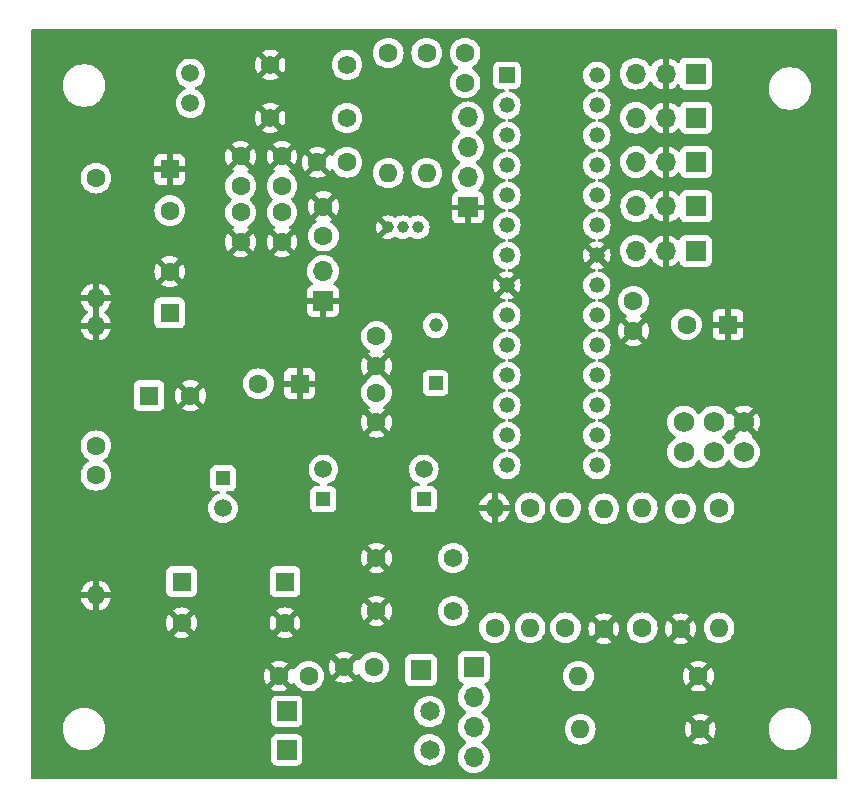
<source format=gbr>
%TF.GenerationSoftware,KiCad,Pcbnew,8.0.5*%
%TF.CreationDate,2024-09-27T23:03:38+12:00*%
%TF.ProjectId,LFR Blake Design 1,4c465220-426c-4616-9b65-204465736967,3*%
%TF.SameCoordinates,Original*%
%TF.FileFunction,Copper,L2,Bot*%
%TF.FilePolarity,Positive*%
%FSLAX46Y46*%
G04 Gerber Fmt 4.6, Leading zero omitted, Abs format (unit mm)*
G04 Created by KiCad (PCBNEW 8.0.5) date 2024-09-27 23:03:38*
%MOMM*%
%LPD*%
G01*
G04 APERTURE LIST*
%TA.AperFunction,ComponentPad*%
%ADD10C,1.600000*%
%TD*%
%TA.AperFunction,ComponentPad*%
%ADD11R,1.600000X1.600000*%
%TD*%
%TA.AperFunction,ComponentPad*%
%ADD12R,1.700000X1.700000*%
%TD*%
%TA.AperFunction,ComponentPad*%
%ADD13O,1.700000X1.700000*%
%TD*%
%TA.AperFunction,ComponentPad*%
%ADD14R,1.200000X1.200000*%
%TD*%
%TA.AperFunction,ComponentPad*%
%ADD15C,1.500000*%
%TD*%
%TA.AperFunction,ComponentPad*%
%ADD16R,1.651000X1.651000*%
%TD*%
%TA.AperFunction,ComponentPad*%
%ADD17C,1.651000*%
%TD*%
%TA.AperFunction,ComponentPad*%
%ADD18O,1.600000X1.600000*%
%TD*%
%TA.AperFunction,ComponentPad*%
%ADD19C,1.575000*%
%TD*%
%TA.AperFunction,ComponentPad*%
%ADD20R,1.155000X1.155000*%
%TD*%
%TA.AperFunction,ComponentPad*%
%ADD21C,1.155000*%
%TD*%
%TA.AperFunction,ComponentPad*%
%ADD22R,1.320800X1.320800*%
%TD*%
%TA.AperFunction,ComponentPad*%
%ADD23C,1.320800*%
%TD*%
%TA.AperFunction,ComponentPad*%
%ADD24C,1.000000*%
%TD*%
%TA.AperFunction,ComponentPad*%
%ADD25C,1.752600*%
%TD*%
G04 APERTURE END LIST*
D10*
%TO.P,C19,1*%
%TO.N,Net-(D8-K)*%
X155250000Y-114250000D03*
%TO.P,C19,2*%
%TO.N,GND*%
X152750000Y-114250000D03*
%TD*%
D11*
%TO.P,EC17,1*%
%TO.N,GND*%
X154500000Y-89500000D03*
D10*
%TO.P,EC17,2*%
%TO.N,AVCC*%
X151000000Y-89500000D03*
%TD*%
D12*
%TO.P,J7,1,Pin_1*%
%TO.N,AVCC*%
X188025000Y-78250000D03*
D13*
%TO.P,J7,2,Pin_2*%
%TO.N,GND*%
X185485000Y-78250000D03*
%TO.P,J7,3,Pin_3*%
%TO.N,Sensor5*%
X182945000Y-78250000D03*
%TD*%
D14*
%TO.P,D2,1,K*%
%TO.N,Net-(D2-K)*%
X148000000Y-97500000D03*
D15*
%TO.P,D2,2,A*%
%TO.N,STAT1*%
X148000000Y-100040000D03*
%TD*%
D16*
%TO.P,D9,1,K*%
%TO.N,Net-(D8-K)*%
X153403300Y-120500000D03*
D17*
%TO.P,D9,2,A*%
%TO.N,Net-(D9-A)*%
X165493700Y-120500000D03*
%TD*%
D10*
%TO.P,R2,1*%
%TO.N,Net-(D2-K)*%
X137250000Y-94750000D03*
D18*
%TO.P,R2,2*%
%TO.N,GND*%
X137250000Y-84590000D03*
%TD*%
D10*
%TO.P,R4,1*%
%TO.N,Net-(D4-K)*%
X171000000Y-110160000D03*
D18*
%TO.P,R4,2*%
%TO.N,GND*%
X171000000Y-100000000D03*
%TD*%
D16*
%TO.P,D8,1,K*%
%TO.N,Net-(D8-K)*%
X153403300Y-117250000D03*
D17*
%TO.P,D8,2,A*%
%TO.N,Net-(D8-A)*%
X165493700Y-117250000D03*
%TD*%
D10*
%TO.P,C2,1*%
%TO.N,UnREG*%
X156500000Y-77000000D03*
%TO.P,C2,2*%
%TO.N,GND*%
X156500000Y-74500000D03*
%TD*%
D11*
%TO.P,EC20,1*%
%TO.N,Net-(D8-K)*%
X153250000Y-106250000D03*
D10*
%TO.P,EC20,2*%
%TO.N,GND*%
X153250000Y-109750000D03*
%TD*%
D11*
%TO.P,EC16,1*%
%TO.N,GND*%
X143500000Y-71347349D03*
D10*
%TO.P,EC16,2*%
%TO.N,AVCC*%
X143500000Y-74847349D03*
%TD*%
%TO.P,C5,1*%
%TO.N,AVCC*%
X153000000Y-72750000D03*
%TO.P,C5,2*%
%TO.N,GND*%
X153000000Y-70250000D03*
%TD*%
%TO.P,R5,1*%
%TO.N,Net-(S1-NO_1)*%
X177000000Y-110160000D03*
D18*
%TO.P,R5,2*%
%TO.N,AVCC*%
X177000000Y-100000000D03*
%TD*%
D10*
%TO.P,R9,1*%
%TO.N,RESET*%
X165250000Y-61500000D03*
D18*
%TO.P,R9,2*%
%TO.N,Net-(S2-NO_1)*%
X165250000Y-71660000D03*
%TD*%
D10*
%TO.P,R12,1*%
%TO.N,MOTOR_CONTROL*%
X174000000Y-100000000D03*
D18*
%TO.P,R12,2*%
%TO.N,Net-(S1-NO_1)*%
X174000000Y-110160000D03*
%TD*%
D10*
%TO.P,R11,1*%
%TO.N,Motor 1*%
X190000000Y-100000000D03*
D18*
%TO.P,R11,2*%
%TO.N,Net-(R11-Pad2)*%
X190000000Y-110160000D03*
%TD*%
D19*
%TO.P,S1,1,COM_1*%
%TO.N,GND*%
X161000000Y-108750000D03*
%TO.P,S1,2,COM_2*%
%TO.N,unconnected-(S1-COM_2-Pad2)*%
X167500000Y-108750000D03*
%TO.P,S1,3,NO_1*%
%TO.N,Net-(S1-NO_1)*%
X167500000Y-104250000D03*
%TO.P,S1,4,NO_2*%
%TO.N,GND*%
X161000000Y-104250000D03*
%TD*%
D10*
%TO.P,R10,1*%
%TO.N,Net-(R10-Pad1)*%
X183500000Y-110160000D03*
D18*
%TO.P,R10,2*%
%TO.N,Motor 2*%
X183500000Y-100000000D03*
%TD*%
D10*
%TO.P,R8,1*%
%TO.N,GND*%
X188250000Y-114250000D03*
D18*
%TO.P,R8,2*%
%TO.N,Net-(R10-Pad1)*%
X178090000Y-114250000D03*
%TD*%
D10*
%TO.P,R21,1*%
%TO.N,GND*%
X180250000Y-110250000D03*
D18*
%TO.P,R21,2*%
%TO.N,Motor 2*%
X180250000Y-100090000D03*
%TD*%
D10*
%TO.P,C7,1*%
%TO.N,XIN*%
X161000000Y-85500000D03*
%TO.P,C7,2*%
%TO.N,GND*%
X161000000Y-88000000D03*
%TD*%
%TO.P,Cm2,1*%
%TO.N,AVCC*%
X149500000Y-72750000D03*
%TO.P,Cm2,2*%
%TO.N,GND*%
X149500000Y-70250000D03*
%TD*%
%TO.P,C9,1*%
%TO.N,Net-(IC1-AREF)*%
X182750000Y-82500000D03*
%TO.P,C9,2*%
%TO.N,GND*%
X182750000Y-85000000D03*
%TD*%
D12*
%TO.P,J5,1,Pin_1*%
%TO.N,AVCC*%
X188080000Y-74475000D03*
D13*
%TO.P,J5,2,Pin_2*%
%TO.N,GND*%
X185540000Y-74475000D03*
%TO.P,J5,3,Pin_3*%
%TO.N,Sensor4*%
X183000000Y-74475000D03*
%TD*%
D12*
%TO.P,J6,1,Pin_1*%
%TO.N,GND*%
X156475000Y-82500000D03*
D13*
%TO.P,J6,2,Pin_2*%
%TO.N,UnREG*%
X156475000Y-79960000D03*
%TD*%
D12*
%TO.P,J8,1,Pin_1*%
%TO.N,Net-(D8-K)*%
X164750000Y-113750000D03*
%TD*%
D10*
%TO.P,C3,1*%
%TO.N,AVCC*%
X158500000Y-70750000D03*
%TO.P,C3,2*%
%TO.N,GND*%
X156000000Y-70750000D03*
%TD*%
D12*
%TO.P,J1,1,Pin_1*%
%TO.N,Net-(D8-K)*%
X169250000Y-113500000D03*
D13*
%TO.P,J1,2,Pin_2*%
%TO.N,Net-(D8-A)*%
X169250000Y-116040000D03*
%TO.P,J1,3,Pin_3*%
%TO.N,Net-(D8-K)*%
X169250000Y-118580000D03*
%TO.P,J1,4,Pin_4*%
%TO.N,Net-(D9-A)*%
X169250000Y-121120000D03*
%TD*%
D10*
%TO.P,R7,1*%
%TO.N,RESET*%
X162000000Y-61500000D03*
D18*
%TO.P,R7,2*%
%TO.N,AVCC*%
X162000000Y-71660000D03*
%TD*%
D11*
%TO.P,EC4,1*%
%TO.N,AVCC*%
X141750000Y-90500000D03*
D10*
%TO.P,EC4,2*%
%TO.N,GND*%
X145250000Y-90500000D03*
%TD*%
%TO.P,C10,1*%
%TO.N,Net-(D8-K)*%
X160750000Y-113500000D03*
%TO.P,C10,2*%
%TO.N,GND*%
X158250000Y-113500000D03*
%TD*%
D12*
%TO.P,J3,1,Pin_1*%
%TO.N,GND*%
X168750000Y-74580000D03*
D13*
%TO.P,J3,2,Pin_2*%
%TO.N,Net-(IC1-(PCINT17{slash}TXD)_PD1)*%
X168750000Y-72040000D03*
%TO.P,J3,3,Pin_3*%
%TO.N,Net-(IC1-(PCINT16{slash}RXD)_PD0)*%
X168750000Y-69500000D03*
%TO.P,J3,4,Pin_4*%
%TO.N,Net-(J3-Pin_4)*%
X168750000Y-66960000D03*
%TD*%
D14*
%TO.P,D3,1,K*%
%TO.N,Net-(D3-K)*%
X156500000Y-99290000D03*
D15*
%TO.P,D3,2,A*%
%TO.N,STAT2*%
X156500000Y-96750000D03*
%TD*%
D10*
%TO.P,C24,1*%
%TO.N,RESET*%
X168500000Y-61500000D03*
%TO.P,C24,2*%
%TO.N,Net-(J3-Pin_4)*%
X168500000Y-64000000D03*
%TD*%
D20*
%TO.P,Y1,1*%
%TO.N,XOUT*%
X166000000Y-89440000D03*
D21*
%TO.P,Y1,2*%
%TO.N,XIN*%
X166000000Y-84560000D03*
%TD*%
D12*
%TO.P,J11,1,Pin_1*%
%TO.N,AVCC*%
X188025000Y-63250000D03*
D13*
%TO.P,J11,2,Pin_2*%
%TO.N,GND*%
X185485000Y-63250000D03*
%TO.P,J11,3,Pin_3*%
%TO.N,Sensor1*%
X182945000Y-63250000D03*
%TD*%
D10*
%TO.P,R3,1*%
%TO.N,Net-(D3-K)*%
X137250000Y-97250000D03*
D18*
%TO.P,R3,2*%
%TO.N,GND*%
X137250000Y-107410000D03*
%TD*%
D22*
%TO.P,IC1,1,(PCINT14/RESET)_PC6*%
%TO.N,RESET*%
X172033686Y-63388903D03*
D23*
%TO.P,IC1,2,(PCINT16/RXD)_PD0*%
%TO.N,Net-(IC1-(PCINT16{slash}RXD)_PD0)*%
X172033686Y-65928903D03*
%TO.P,IC1,3,(PCINT17/TXD)_PD1*%
%TO.N,Net-(IC1-(PCINT17{slash}TXD)_PD1)*%
X172033686Y-68468903D03*
%TO.P,IC1,4,(PCINT18/INT0)_PD2*%
%TO.N,unconnected-(IC1-(PCINT18{slash}INT0)_PD2-Pad4)*%
X172033686Y-71008903D03*
%TO.P,IC1,5,(PCINT19/OC2B/INT1)_PD3*%
%TO.N,unconnected-(IC1-(PCINT19{slash}OC2B{slash}INT1)_PD3-Pad5)*%
X172033686Y-73548903D03*
%TO.P,IC1,6,(PCINT20/XCK/T0)_PD4*%
%TO.N,unconnected-(IC1-(PCINT20{slash}XCK{slash}T0)_PD4-Pad6)*%
X172033686Y-76088903D03*
%TO.P,IC1,7,VCC*%
%TO.N,AVCC*%
X172033686Y-78628903D03*
%TO.P,IC1,8,GND_1*%
%TO.N,GND*%
X172033686Y-81168903D03*
%TO.P,IC1,9,(PCINT6/XTAL1/TOSC1)_PB6*%
%TO.N,XIN*%
X172033686Y-83708903D03*
%TO.P,IC1,10,(PCINT7/XTAL2/TOSC2)_PB7*%
%TO.N,XOUT*%
X172033686Y-86248903D03*
%TO.P,IC1,11,(PCINT21/OC0B/T1)_PD5*%
%TO.N,STAT1*%
X172033686Y-88788903D03*
%TO.P,IC1,12,(PCINT22/OC0A/AIN0)_PD6*%
%TO.N,STAT2*%
X172033686Y-91328903D03*
%TO.P,IC1,13,(PCINT23/AIN1)_PD7*%
%TO.N,STAT3*%
X172033686Y-93868903D03*
%TO.P,IC1,14,(PCINT0/CLKO/ICP1)_PB0*%
%TO.N,MOTOR_CONTROL*%
X172033686Y-96408903D03*
%TO.P,IC1,15,PB1_(OC1A/PCINT1)*%
%TO.N,Motor 1*%
X179653686Y-96408903D03*
%TO.P,IC1,16,PB2_(SS/OC1B/PCINT2)*%
%TO.N,Motor 2*%
X179653686Y-93868903D03*
%TO.P,IC1,17,PB3_(MOSI/OC2A/PCINT3)*%
%TO.N,MOSI*%
X179653686Y-91328903D03*
%TO.P,IC1,18,PB4_(MISO/PCINT4)*%
%TO.N,MISO*%
X179653686Y-88788903D03*
%TO.P,IC1,19,PB5_(SCK/PCINT5)*%
%TO.N,SCK*%
X179653686Y-86248903D03*
%TO.P,IC1,20,AVCC*%
%TO.N,AVCC*%
X179653686Y-83708903D03*
%TO.P,IC1,21,AREF*%
%TO.N,Net-(IC1-AREF)*%
X179653686Y-81168903D03*
%TO.P,IC1,22,GND_2*%
%TO.N,GND*%
X179653686Y-78628903D03*
%TO.P,IC1,23,PC0_(ADC0/PCINT8)*%
%TO.N,unconnected-(IC1-PC0_(ADC0{slash}PCINT8)-Pad23)*%
X179653686Y-76088903D03*
%TO.P,IC1,24,PC1_(ADC1/PCINT9)*%
%TO.N,Sensor5*%
X179653686Y-73548903D03*
%TO.P,IC1,25,PC2_(ADC2/PCINT10)*%
%TO.N,Sensor4*%
X179653686Y-71008903D03*
%TO.P,IC1,26,PC3_(ADC3/PCINT11)*%
%TO.N,Sensor3*%
X179653686Y-68468903D03*
%TO.P,IC1,27,PC4_(ADC4/SDA/PCINT12)*%
%TO.N,Sensor2*%
X179653686Y-65928903D03*
%TO.P,IC1,28,PC5_(ADC5/SCL/PCINT13)*%
%TO.N,Sensor1*%
X179653686Y-63388903D03*
%TD*%
D24*
%TO.P,IC2,1,GND*%
%TO.N,GND*%
X161960000Y-76250000D03*
%TO.P,IC2,2,VIN*%
%TO.N,UnREG*%
X163230000Y-76250000D03*
%TO.P,IC2,3,VOUT*%
%TO.N,AVCC*%
X164500000Y-76250000D03*
%TD*%
D19*
%TO.P,S2,1,COM_1*%
%TO.N,GND*%
X152000000Y-67000000D03*
%TO.P,S2,2,COM_2*%
%TO.N,unconnected-(S2-COM_2-Pad2)*%
X158500000Y-67000000D03*
%TO.P,S2,3,NO_1*%
%TO.N,RESET*%
X158500000Y-62500000D03*
%TO.P,S2,4,NO_2*%
%TO.N,GND*%
X152000000Y-62500000D03*
%TD*%
D11*
%TO.P,EC21,1*%
%TO.N,Net-(D8-K)*%
X144500000Y-106250000D03*
D10*
%TO.P,EC21,2*%
%TO.N,GND*%
X144500000Y-109750000D03*
%TD*%
D15*
%TO.P,D1,1,K*%
%TO.N,Net-(D1-K)*%
X145250000Y-63210000D03*
%TO.P,D1,2,A*%
%TO.N,AVCC*%
X145250000Y-65750000D03*
%TD*%
D14*
%TO.P,D4,1,K*%
%TO.N,Net-(D4-K)*%
X165000000Y-99290000D03*
D15*
%TO.P,D4,2,A*%
%TO.N,STAT3*%
X165000000Y-96750000D03*
%TD*%
D11*
%TO.P,EC11,1*%
%TO.N,GND*%
X190750000Y-84500000D03*
D10*
%TO.P,EC11,2*%
%TO.N,Net-(IC1-AREF)*%
X187250000Y-84500000D03*
%TD*%
%TO.P,C8,1*%
%TO.N,XOUT*%
X161000000Y-90250000D03*
%TO.P,C8,2*%
%TO.N,GND*%
X161000000Y-92750000D03*
%TD*%
D12*
%TO.P,J10,1,Pin_1*%
%TO.N,AVCC*%
X188040000Y-66975000D03*
D13*
%TO.P,J10,2,Pin_2*%
%TO.N,GND*%
X185500000Y-66975000D03*
%TO.P,J10,3,Pin_3*%
%TO.N,Sensor2*%
X182960000Y-66975000D03*
%TD*%
D10*
%TO.P,R1,1*%
%TO.N,Net-(D1-K)*%
X137250000Y-72090000D03*
D18*
%TO.P,R1,2*%
%TO.N,GND*%
X137250000Y-82250000D03*
%TD*%
D10*
%TO.P,R22,1*%
%TO.N,GND*%
X186750000Y-110250000D03*
D18*
%TO.P,R22,2*%
%TO.N,Motor 1*%
X186750000Y-100090000D03*
%TD*%
D11*
%TO.P,EC1,1*%
%TO.N,UnREG*%
X143500000Y-83500000D03*
D10*
%TO.P,EC1,2*%
%TO.N,GND*%
X143500000Y-80000000D03*
%TD*%
%TO.P,C14,1*%
%TO.N,AVCC*%
X149500000Y-75000000D03*
%TO.P,C14,2*%
%TO.N,GND*%
X149500000Y-77500000D03*
%TD*%
%TO.P,Cm1,1*%
%TO.N,AVCC*%
X153000000Y-75000000D03*
%TO.P,Cm1,2*%
%TO.N,GND*%
X153000000Y-77500000D03*
%TD*%
%TO.P,R6,1*%
%TO.N,GND*%
X188410000Y-118750000D03*
D18*
%TO.P,R6,2*%
%TO.N,Net-(R11-Pad2)*%
X178250000Y-118750000D03*
%TD*%
D12*
%TO.P,J9,1,Pin_1*%
%TO.N,AVCC*%
X188040000Y-70725000D03*
D13*
%TO.P,J9,2,Pin_2*%
%TO.N,GND*%
X185500000Y-70725000D03*
%TO.P,J9,3,Pin_3*%
%TO.N,Sensor3*%
X182960000Y-70725000D03*
%TD*%
D25*
%TO.P,J2,1,MISO*%
%TO.N,MISO*%
X187000000Y-95290000D03*
%TO.P,J2,2,VCC*%
%TO.N,AVCC*%
X187000000Y-92750000D03*
%TO.P,J2,3,SCK*%
%TO.N,SCK*%
X189540000Y-95290000D03*
%TO.P,J2,4,MOSI*%
%TO.N,MOSI*%
X189540000Y-92750000D03*
%TO.P,J2,5,~{RST}*%
%TO.N,RESET*%
X192080000Y-95290000D03*
%TO.P,J2,6,GND*%
%TO.N,GND*%
X192080000Y-92750000D03*
%TD*%
%TA.AperFunction,Conductor*%
%TO.N,GND*%
G36*
X191528525Y-93044770D02*
G01*
X191596628Y-93146693D01*
X191683307Y-93233372D01*
X191785230Y-93301475D01*
X191853711Y-93329840D01*
X191298088Y-93885462D01*
X191298089Y-93885463D01*
X191324651Y-93906137D01*
X191324657Y-93906141D01*
X191333006Y-93910660D01*
X191382597Y-93959879D01*
X191397705Y-94028095D01*
X191373535Y-94093651D01*
X191333014Y-94128766D01*
X191324383Y-94133437D01*
X191324379Y-94133439D01*
X191144323Y-94273582D01*
X191144319Y-94273586D01*
X190989787Y-94441451D01*
X190913809Y-94557746D01*
X190860663Y-94603103D01*
X190791431Y-94612527D01*
X190728095Y-94583025D01*
X190706191Y-94557746D01*
X190630212Y-94441451D01*
X190475680Y-94273586D01*
X190475676Y-94273582D01*
X190295620Y-94133440D01*
X190295619Y-94133439D01*
X190287517Y-94129054D01*
X190237928Y-94079837D01*
X190222818Y-94011621D01*
X190246988Y-93946065D01*
X190287517Y-93910945D01*
X190295619Y-93906561D01*
X190475677Y-93766417D01*
X190630213Y-93598547D01*
X190706490Y-93481796D01*
X190759636Y-93436439D01*
X190828868Y-93427015D01*
X190892203Y-93456517D01*
X190914108Y-93481796D01*
X190945934Y-93530510D01*
X191500158Y-92976287D01*
X191528525Y-93044770D01*
G37*
%TD.AperFunction*%
%TA.AperFunction,Conductor*%
G36*
X137500000Y-84274314D02*
G01*
X137495606Y-84269920D01*
X137404394Y-84217259D01*
X137302661Y-84190000D01*
X137197339Y-84190000D01*
X137095606Y-84217259D01*
X137004394Y-84269920D01*
X137000000Y-84274314D01*
X137000000Y-82565686D01*
X137004394Y-82570080D01*
X137095606Y-82622741D01*
X137197339Y-82650000D01*
X137302661Y-82650000D01*
X137404394Y-82622741D01*
X137495606Y-82570080D01*
X137500000Y-82565686D01*
X137500000Y-84274314D01*
G37*
%TD.AperFunction*%
%TA.AperFunction,Conductor*%
G36*
X199942539Y-59520185D02*
G01*
X199988294Y-59572989D01*
X199999500Y-59624500D01*
X199999500Y-122875500D01*
X199979815Y-122942539D01*
X199927011Y-122988294D01*
X199875500Y-122999500D01*
X131874500Y-122999500D01*
X131807461Y-122979815D01*
X131761706Y-122927011D01*
X131750500Y-122875500D01*
X131750500Y-118631995D01*
X134449500Y-118631995D01*
X134449500Y-118868004D01*
X134449501Y-118868020D01*
X134476102Y-119070080D01*
X134480307Y-119102014D01*
X134505624Y-119196497D01*
X134541394Y-119329993D01*
X134631714Y-119548045D01*
X134631719Y-119548056D01*
X134687348Y-119644406D01*
X134749727Y-119752450D01*
X134749729Y-119752453D01*
X134749730Y-119752454D01*
X134893406Y-119939697D01*
X134893412Y-119939704D01*
X135060295Y-120106587D01*
X135060301Y-120106592D01*
X135247550Y-120250273D01*
X135378918Y-120326118D01*
X135451943Y-120368280D01*
X135451948Y-120368282D01*
X135451951Y-120368284D01*
X135670007Y-120458606D01*
X135897986Y-120519693D01*
X136131989Y-120550500D01*
X136131996Y-120550500D01*
X136368004Y-120550500D01*
X136368011Y-120550500D01*
X136602014Y-120519693D01*
X136829993Y-120458606D01*
X137048049Y-120368284D01*
X137252450Y-120250273D01*
X137439699Y-120106592D01*
X137606592Y-119939699D01*
X137750273Y-119752450D01*
X137822912Y-119626635D01*
X152077300Y-119626635D01*
X152077300Y-121373370D01*
X152077301Y-121373376D01*
X152083708Y-121432983D01*
X152134002Y-121567828D01*
X152134006Y-121567835D01*
X152220252Y-121683044D01*
X152220255Y-121683047D01*
X152335464Y-121769293D01*
X152335471Y-121769297D01*
X152470317Y-121819591D01*
X152470316Y-121819591D01*
X152477244Y-121820335D01*
X152529927Y-121826000D01*
X154276672Y-121825999D01*
X154336283Y-121819591D01*
X154471131Y-121769296D01*
X154586346Y-121683046D01*
X154672596Y-121567831D01*
X154722891Y-121432983D01*
X154729300Y-121373373D01*
X154729299Y-120499999D01*
X164162635Y-120499999D01*
X164162635Y-120500000D01*
X164182856Y-120731132D01*
X164182858Y-120731142D01*
X164242905Y-120955243D01*
X164242907Y-120955247D01*
X164242908Y-120955251D01*
X164291936Y-121060392D01*
X164340963Y-121165532D01*
X164340964Y-121165533D01*
X164474045Y-121355592D01*
X164638108Y-121519655D01*
X164828167Y-121652736D01*
X165038449Y-121750792D01*
X165262563Y-121810843D01*
X165435796Y-121825999D01*
X165493699Y-121831065D01*
X165493700Y-121831065D01*
X165493701Y-121831065D01*
X165532222Y-121827694D01*
X165724837Y-121810843D01*
X165948951Y-121750792D01*
X166159233Y-121652736D01*
X166349292Y-121519655D01*
X166513355Y-121355592D01*
X166646436Y-121165533D01*
X166744492Y-120955251D01*
X166804543Y-120731137D01*
X166824765Y-120500000D01*
X166804543Y-120268863D01*
X166744492Y-120044749D01*
X166646436Y-119834468D01*
X166646434Y-119834465D01*
X166646433Y-119834463D01*
X166513354Y-119644406D01*
X166349296Y-119480349D01*
X166349292Y-119480345D01*
X166159233Y-119347264D01*
X166159234Y-119347264D01*
X166159232Y-119347263D01*
X166054092Y-119298236D01*
X165948951Y-119249208D01*
X165948947Y-119249207D01*
X165948943Y-119249205D01*
X165724842Y-119189158D01*
X165724832Y-119189156D01*
X165493701Y-119168935D01*
X165493699Y-119168935D01*
X165262567Y-119189156D01*
X165262557Y-119189158D01*
X165038456Y-119249205D01*
X165038447Y-119249209D01*
X164828167Y-119347264D01*
X164828163Y-119347266D01*
X164638106Y-119480345D01*
X164474045Y-119644406D01*
X164340966Y-119834463D01*
X164340964Y-119834467D01*
X164242909Y-120044747D01*
X164242905Y-120044756D01*
X164182858Y-120268857D01*
X164182856Y-120268867D01*
X164162635Y-120499999D01*
X154729299Y-120499999D01*
X154729299Y-119626628D01*
X154722891Y-119567017D01*
X154715816Y-119548049D01*
X154672597Y-119432171D01*
X154672593Y-119432164D01*
X154586347Y-119316955D01*
X154586344Y-119316952D01*
X154471135Y-119230706D01*
X154471128Y-119230702D01*
X154336282Y-119180408D01*
X154336283Y-119180408D01*
X154276683Y-119174001D01*
X154276681Y-119174000D01*
X154276673Y-119174000D01*
X154276664Y-119174000D01*
X152529929Y-119174000D01*
X152529923Y-119174001D01*
X152470316Y-119180408D01*
X152335471Y-119230702D01*
X152335464Y-119230706D01*
X152220255Y-119316952D01*
X152220252Y-119316955D01*
X152134006Y-119432164D01*
X152134002Y-119432171D01*
X152083708Y-119567017D01*
X152078174Y-119618495D01*
X152077301Y-119626623D01*
X152077300Y-119626635D01*
X137822912Y-119626635D01*
X137868284Y-119548049D01*
X137958606Y-119329993D01*
X138019693Y-119102014D01*
X138050500Y-118868011D01*
X138050500Y-118631989D01*
X138019693Y-118397986D01*
X137958606Y-118170007D01*
X137868284Y-117951951D01*
X137868282Y-117951948D01*
X137868280Y-117951943D01*
X137826118Y-117878918D01*
X137750273Y-117747550D01*
X137652298Y-117619866D01*
X137606593Y-117560302D01*
X137606587Y-117560295D01*
X137439704Y-117393412D01*
X137439697Y-117393406D01*
X137252454Y-117249730D01*
X137252453Y-117249729D01*
X137252450Y-117249727D01*
X137170957Y-117202677D01*
X137048056Y-117131719D01*
X137048045Y-117131714D01*
X136829993Y-117041394D01*
X136602010Y-116980306D01*
X136368020Y-116949501D01*
X136368017Y-116949500D01*
X136368011Y-116949500D01*
X136131989Y-116949500D01*
X136131983Y-116949500D01*
X136131979Y-116949501D01*
X135897989Y-116980306D01*
X135670006Y-117041394D01*
X135451954Y-117131714D01*
X135451943Y-117131719D01*
X135247545Y-117249730D01*
X135060302Y-117393406D01*
X135060295Y-117393412D01*
X134893412Y-117560295D01*
X134893406Y-117560302D01*
X134749730Y-117747545D01*
X134631719Y-117951943D01*
X134631714Y-117951954D01*
X134541394Y-118170006D01*
X134480306Y-118397989D01*
X134449501Y-118631979D01*
X134449500Y-118631995D01*
X131750500Y-118631995D01*
X131750500Y-116376635D01*
X152077300Y-116376635D01*
X152077300Y-118123370D01*
X152077301Y-118123376D01*
X152083708Y-118182983D01*
X152134002Y-118317828D01*
X152134006Y-118317835D01*
X152220252Y-118433044D01*
X152220255Y-118433047D01*
X152335464Y-118519293D01*
X152335471Y-118519297D01*
X152470317Y-118569591D01*
X152470316Y-118569591D01*
X152477244Y-118570335D01*
X152529927Y-118576000D01*
X154276672Y-118575999D01*
X154336283Y-118569591D01*
X154471131Y-118519296D01*
X154586346Y-118433046D01*
X154672596Y-118317831D01*
X154722891Y-118182983D01*
X154729300Y-118123373D01*
X154729299Y-117249999D01*
X164162635Y-117249999D01*
X164162635Y-117250000D01*
X164182856Y-117481132D01*
X164182858Y-117481142D01*
X164242905Y-117705243D01*
X164242907Y-117705247D01*
X164242908Y-117705251D01*
X164291936Y-117810392D01*
X164340963Y-117915532D01*
X164340964Y-117915533D01*
X164474045Y-118105592D01*
X164638108Y-118269655D01*
X164828167Y-118402736D01*
X165038449Y-118500792D01*
X165262563Y-118560843D01*
X165435796Y-118575999D01*
X165493699Y-118581065D01*
X165493700Y-118581065D01*
X165493701Y-118581065D01*
X165532222Y-118577694D01*
X165724837Y-118560843D01*
X165948951Y-118500792D01*
X166159233Y-118402736D01*
X166349292Y-118269655D01*
X166513355Y-118105592D01*
X166646436Y-117915533D01*
X166744492Y-117705251D01*
X166804543Y-117481137D01*
X166824765Y-117250000D01*
X166804543Y-117018863D01*
X166744492Y-116794749D01*
X166646436Y-116584468D01*
X166646434Y-116584465D01*
X166646433Y-116584463D01*
X166513354Y-116394406D01*
X166349296Y-116230349D01*
X166349292Y-116230345D01*
X166159233Y-116097264D01*
X166159234Y-116097264D01*
X166159232Y-116097263D01*
X166036430Y-116040000D01*
X166036428Y-116039999D01*
X167894341Y-116039999D01*
X167894341Y-116040000D01*
X167914936Y-116275403D01*
X167914938Y-116275413D01*
X167976094Y-116503655D01*
X167976096Y-116503659D01*
X167976097Y-116503663D01*
X168013775Y-116584463D01*
X168075965Y-116717830D01*
X168075967Y-116717834D01*
X168211501Y-116911395D01*
X168211506Y-116911402D01*
X168378597Y-117078493D01*
X168378603Y-117078498D01*
X168564158Y-117208425D01*
X168607783Y-117263002D01*
X168614977Y-117332500D01*
X168583454Y-117394855D01*
X168564158Y-117411575D01*
X168378597Y-117541505D01*
X168211505Y-117708597D01*
X168075965Y-117902169D01*
X168075964Y-117902171D01*
X167976098Y-118116335D01*
X167976094Y-118116344D01*
X167914938Y-118344586D01*
X167914936Y-118344596D01*
X167894341Y-118579999D01*
X167894341Y-118580000D01*
X167914936Y-118815403D01*
X167914938Y-118815413D01*
X167976094Y-119043655D01*
X167976096Y-119043659D01*
X167976097Y-119043663D01*
X168071945Y-119249209D01*
X168075965Y-119257830D01*
X168075967Y-119257834D01*
X168211501Y-119451395D01*
X168211506Y-119451402D01*
X168378597Y-119618493D01*
X168378603Y-119618498D01*
X168564158Y-119748425D01*
X168607783Y-119803002D01*
X168614977Y-119872500D01*
X168583454Y-119934855D01*
X168564158Y-119951575D01*
X168378597Y-120081505D01*
X168211505Y-120248597D01*
X168075965Y-120442169D01*
X168075964Y-120442171D01*
X167976098Y-120656335D01*
X167976094Y-120656344D01*
X167914938Y-120884586D01*
X167914936Y-120884596D01*
X167894341Y-121119999D01*
X167894341Y-121120000D01*
X167914936Y-121355403D01*
X167914938Y-121355413D01*
X167976094Y-121583655D01*
X167976096Y-121583659D01*
X167976097Y-121583663D01*
X168022440Y-121683046D01*
X168075965Y-121797830D01*
X168075967Y-121797834D01*
X168099236Y-121831065D01*
X168211505Y-121991401D01*
X168378599Y-122158495D01*
X168475384Y-122226265D01*
X168572165Y-122294032D01*
X168572167Y-122294033D01*
X168572170Y-122294035D01*
X168786337Y-122393903D01*
X169014592Y-122455063D01*
X169202918Y-122471539D01*
X169249999Y-122475659D01*
X169250000Y-122475659D01*
X169250001Y-122475659D01*
X169289234Y-122472226D01*
X169485408Y-122455063D01*
X169713663Y-122393903D01*
X169927830Y-122294035D01*
X170121401Y-122158495D01*
X170288495Y-121991401D01*
X170424035Y-121797830D01*
X170523903Y-121583663D01*
X170585063Y-121355408D01*
X170605659Y-121120000D01*
X170585063Y-120884592D01*
X170523903Y-120656337D01*
X170424035Y-120442171D01*
X170372297Y-120368280D01*
X170288494Y-120248597D01*
X170121402Y-120081506D01*
X170121396Y-120081501D01*
X169935842Y-119951575D01*
X169892217Y-119896998D01*
X169885023Y-119827500D01*
X169916546Y-119765145D01*
X169935842Y-119748425D01*
X170084396Y-119644406D01*
X170121401Y-119618495D01*
X170288495Y-119451401D01*
X170424035Y-119257830D01*
X170523903Y-119043663D01*
X170585063Y-118815408D01*
X170590786Y-118749998D01*
X176944532Y-118749998D01*
X176944532Y-118750001D01*
X176964364Y-118976686D01*
X176964366Y-118976697D01*
X177023258Y-119196488D01*
X177023261Y-119196497D01*
X177119431Y-119402732D01*
X177119432Y-119402734D01*
X177249954Y-119589141D01*
X177410858Y-119750045D01*
X177432423Y-119765145D01*
X177597266Y-119880568D01*
X177803504Y-119976739D01*
X178023308Y-120035635D01*
X178185230Y-120049801D01*
X178249998Y-120055468D01*
X178250000Y-120055468D01*
X178250002Y-120055468D01*
X178306673Y-120050509D01*
X178476692Y-120035635D01*
X178696496Y-119976739D01*
X178902734Y-119880568D01*
X179089139Y-119750047D01*
X179250047Y-119589139D01*
X179380568Y-119402734D01*
X179476739Y-119196496D01*
X179535635Y-118976692D01*
X179555468Y-118750000D01*
X179555468Y-118749997D01*
X187105034Y-118749997D01*
X187105034Y-118750002D01*
X187124858Y-118976599D01*
X187124860Y-118976610D01*
X187183730Y-119196317D01*
X187183735Y-119196331D01*
X187279863Y-119402478D01*
X187330974Y-119475472D01*
X188010000Y-118796446D01*
X188010000Y-118802661D01*
X188037259Y-118904394D01*
X188089920Y-118995606D01*
X188164394Y-119070080D01*
X188255606Y-119122741D01*
X188357339Y-119150000D01*
X188363553Y-119150000D01*
X187684526Y-119829025D01*
X187757513Y-119880132D01*
X187757521Y-119880136D01*
X187963668Y-119976264D01*
X187963682Y-119976269D01*
X188183389Y-120035139D01*
X188183400Y-120035141D01*
X188409998Y-120054966D01*
X188410002Y-120054966D01*
X188636599Y-120035141D01*
X188636610Y-120035139D01*
X188856317Y-119976269D01*
X188856331Y-119976264D01*
X189062478Y-119880136D01*
X189135471Y-119829024D01*
X188456447Y-119150000D01*
X188462661Y-119150000D01*
X188564394Y-119122741D01*
X188655606Y-119070080D01*
X188730080Y-118995606D01*
X188782741Y-118904394D01*
X188810000Y-118802661D01*
X188810000Y-118796447D01*
X189489024Y-119475471D01*
X189540136Y-119402478D01*
X189636264Y-119196331D01*
X189636269Y-119196317D01*
X189695139Y-118976610D01*
X189695141Y-118976599D01*
X189714966Y-118750002D01*
X189714966Y-118749997D01*
X189704642Y-118631995D01*
X194199500Y-118631995D01*
X194199500Y-118868004D01*
X194199501Y-118868020D01*
X194226102Y-119070080D01*
X194230307Y-119102014D01*
X194255624Y-119196497D01*
X194291394Y-119329993D01*
X194381714Y-119548045D01*
X194381719Y-119548056D01*
X194437348Y-119644406D01*
X194499727Y-119752450D01*
X194499729Y-119752453D01*
X194499730Y-119752454D01*
X194643406Y-119939697D01*
X194643412Y-119939704D01*
X194810295Y-120106587D01*
X194810301Y-120106592D01*
X194997550Y-120250273D01*
X195128918Y-120326118D01*
X195201943Y-120368280D01*
X195201948Y-120368282D01*
X195201951Y-120368284D01*
X195420007Y-120458606D01*
X195647986Y-120519693D01*
X195881989Y-120550500D01*
X195881996Y-120550500D01*
X196118004Y-120550500D01*
X196118011Y-120550500D01*
X196352014Y-120519693D01*
X196579993Y-120458606D01*
X196798049Y-120368284D01*
X197002450Y-120250273D01*
X197189699Y-120106592D01*
X197356592Y-119939699D01*
X197500273Y-119752450D01*
X197618284Y-119548049D01*
X197708606Y-119329993D01*
X197769693Y-119102014D01*
X197800500Y-118868011D01*
X197800500Y-118631989D01*
X197769693Y-118397986D01*
X197708606Y-118170007D01*
X197618284Y-117951951D01*
X197618282Y-117951948D01*
X197618280Y-117951943D01*
X197576118Y-117878918D01*
X197500273Y-117747550D01*
X197402298Y-117619866D01*
X197356593Y-117560302D01*
X197356587Y-117560295D01*
X197189704Y-117393412D01*
X197189697Y-117393406D01*
X197002454Y-117249730D01*
X197002453Y-117249729D01*
X197002450Y-117249727D01*
X196920957Y-117202677D01*
X196798056Y-117131719D01*
X196798045Y-117131714D01*
X196579993Y-117041394D01*
X196352010Y-116980306D01*
X196118020Y-116949501D01*
X196118017Y-116949500D01*
X196118011Y-116949500D01*
X195881989Y-116949500D01*
X195881983Y-116949500D01*
X195881979Y-116949501D01*
X195647989Y-116980306D01*
X195420006Y-117041394D01*
X195201954Y-117131714D01*
X195201943Y-117131719D01*
X194997545Y-117249730D01*
X194810302Y-117393406D01*
X194810295Y-117393412D01*
X194643412Y-117560295D01*
X194643406Y-117560302D01*
X194499730Y-117747545D01*
X194381719Y-117951943D01*
X194381714Y-117951954D01*
X194291394Y-118170006D01*
X194230306Y-118397989D01*
X194199501Y-118631979D01*
X194199500Y-118631995D01*
X189704642Y-118631995D01*
X189695141Y-118523400D01*
X189695139Y-118523389D01*
X189636269Y-118303682D01*
X189636264Y-118303668D01*
X189540136Y-118097521D01*
X189540132Y-118097513D01*
X189489025Y-118024526D01*
X188810000Y-118703551D01*
X188810000Y-118697339D01*
X188782741Y-118595606D01*
X188730080Y-118504394D01*
X188655606Y-118429920D01*
X188564394Y-118377259D01*
X188462661Y-118350000D01*
X188456448Y-118350000D01*
X189135472Y-117670974D01*
X189062478Y-117619863D01*
X188856331Y-117523735D01*
X188856317Y-117523730D01*
X188636610Y-117464860D01*
X188636599Y-117464858D01*
X188410002Y-117445034D01*
X188409998Y-117445034D01*
X188183400Y-117464858D01*
X188183389Y-117464860D01*
X187963682Y-117523730D01*
X187963673Y-117523734D01*
X187757516Y-117619866D01*
X187757512Y-117619868D01*
X187684526Y-117670973D01*
X187684526Y-117670974D01*
X188363553Y-118350000D01*
X188357339Y-118350000D01*
X188255606Y-118377259D01*
X188164394Y-118429920D01*
X188089920Y-118504394D01*
X188037259Y-118595606D01*
X188010000Y-118697339D01*
X188010000Y-118703552D01*
X187330974Y-118024526D01*
X187330973Y-118024526D01*
X187279868Y-118097512D01*
X187279866Y-118097516D01*
X187183734Y-118303673D01*
X187183730Y-118303682D01*
X187124860Y-118523389D01*
X187124858Y-118523400D01*
X187105034Y-118749997D01*
X179555468Y-118749997D01*
X179535635Y-118523308D01*
X179476739Y-118303504D01*
X179380568Y-118097266D01*
X179250047Y-117910861D01*
X179250045Y-117910858D01*
X179089141Y-117749954D01*
X178902734Y-117619432D01*
X178902732Y-117619431D01*
X178696497Y-117523261D01*
X178696488Y-117523258D01*
X178476697Y-117464366D01*
X178476693Y-117464365D01*
X178476692Y-117464365D01*
X178476691Y-117464364D01*
X178476686Y-117464364D01*
X178250002Y-117444532D01*
X178249998Y-117444532D01*
X178023313Y-117464364D01*
X178023302Y-117464366D01*
X177803511Y-117523258D01*
X177803502Y-117523261D01*
X177597267Y-117619431D01*
X177597265Y-117619432D01*
X177410858Y-117749954D01*
X177249954Y-117910858D01*
X177119432Y-118097265D01*
X177119431Y-118097267D01*
X177023261Y-118303502D01*
X177023258Y-118303511D01*
X176964366Y-118523302D01*
X176964364Y-118523313D01*
X176944532Y-118749998D01*
X170590786Y-118749998D01*
X170605659Y-118580000D01*
X170585063Y-118344592D01*
X170525788Y-118123372D01*
X170523905Y-118116344D01*
X170523904Y-118116343D01*
X170523903Y-118116337D01*
X170424035Y-117902171D01*
X170317452Y-117749953D01*
X170288494Y-117708597D01*
X170121402Y-117541506D01*
X170121396Y-117541501D01*
X169935842Y-117411575D01*
X169892217Y-117356998D01*
X169885023Y-117287500D01*
X169916546Y-117225145D01*
X169935842Y-117208425D01*
X170045389Y-117131719D01*
X170121401Y-117078495D01*
X170288495Y-116911401D01*
X170424035Y-116717830D01*
X170523903Y-116503663D01*
X170585063Y-116275408D01*
X170605659Y-116040000D01*
X170585063Y-115804592D01*
X170523903Y-115576337D01*
X170424035Y-115362171D01*
X170400825Y-115329024D01*
X170288496Y-115168600D01*
X170288495Y-115168599D01*
X170166567Y-115046671D01*
X170133084Y-114985351D01*
X170138068Y-114915659D01*
X170179939Y-114859725D01*
X170210915Y-114842810D01*
X170342331Y-114793796D01*
X170457546Y-114707546D01*
X170543796Y-114592331D01*
X170594091Y-114457483D01*
X170600500Y-114397873D01*
X170600500Y-114249998D01*
X176784532Y-114249998D01*
X176784532Y-114250001D01*
X176804364Y-114476686D01*
X176804366Y-114476697D01*
X176863258Y-114696488D01*
X176863261Y-114696497D01*
X176959431Y-114902732D01*
X176959432Y-114902734D01*
X177089954Y-115089141D01*
X177250858Y-115250045D01*
X177250861Y-115250047D01*
X177437266Y-115380568D01*
X177643504Y-115476739D01*
X177863308Y-115535635D01*
X178025230Y-115549801D01*
X178089998Y-115555468D01*
X178090000Y-115555468D01*
X178090002Y-115555468D01*
X178146673Y-115550509D01*
X178316692Y-115535635D01*
X178536496Y-115476739D01*
X178742734Y-115380568D01*
X178929139Y-115250047D01*
X179090047Y-115089139D01*
X179220568Y-114902734D01*
X179316739Y-114696496D01*
X179375635Y-114476692D01*
X179395468Y-114250000D01*
X179395468Y-114249997D01*
X186945034Y-114249997D01*
X186945034Y-114250002D01*
X186964858Y-114476599D01*
X186964860Y-114476610D01*
X187023730Y-114696317D01*
X187023735Y-114696331D01*
X187119863Y-114902478D01*
X187170974Y-114975472D01*
X187850000Y-114296446D01*
X187850000Y-114302661D01*
X187877259Y-114404394D01*
X187929920Y-114495606D01*
X188004394Y-114570080D01*
X188095606Y-114622741D01*
X188197339Y-114650000D01*
X188203553Y-114650000D01*
X187524526Y-115329025D01*
X187597513Y-115380132D01*
X187597521Y-115380136D01*
X187803668Y-115476264D01*
X187803682Y-115476269D01*
X188023389Y-115535139D01*
X188023400Y-115535141D01*
X188249998Y-115554966D01*
X188250002Y-115554966D01*
X188476599Y-115535141D01*
X188476610Y-115535139D01*
X188696317Y-115476269D01*
X188696331Y-115476264D01*
X188902478Y-115380136D01*
X188975471Y-115329024D01*
X188296447Y-114650000D01*
X188302661Y-114650000D01*
X188404394Y-114622741D01*
X188495606Y-114570080D01*
X188570080Y-114495606D01*
X188622741Y-114404394D01*
X188650000Y-114302661D01*
X188650000Y-114296447D01*
X189329024Y-114975471D01*
X189380136Y-114902478D01*
X189476264Y-114696331D01*
X189476269Y-114696317D01*
X189535139Y-114476610D01*
X189535141Y-114476599D01*
X189554966Y-114250002D01*
X189554966Y-114249997D01*
X189535141Y-114023400D01*
X189535139Y-114023389D01*
X189476269Y-113803682D01*
X189476264Y-113803668D01*
X189380136Y-113597521D01*
X189380132Y-113597513D01*
X189329025Y-113524526D01*
X188650000Y-114203551D01*
X188650000Y-114197339D01*
X188622741Y-114095606D01*
X188570080Y-114004394D01*
X188495606Y-113929920D01*
X188404394Y-113877259D01*
X188302661Y-113850000D01*
X188296448Y-113850000D01*
X188975472Y-113170974D01*
X188902478Y-113119863D01*
X188696331Y-113023735D01*
X188696317Y-113023730D01*
X188476610Y-112964860D01*
X188476599Y-112964858D01*
X188250002Y-112945034D01*
X188249998Y-112945034D01*
X188023400Y-112964858D01*
X188023389Y-112964860D01*
X187803682Y-113023730D01*
X187803673Y-113023734D01*
X187597516Y-113119866D01*
X187597512Y-113119868D01*
X187524526Y-113170973D01*
X187524526Y-113170974D01*
X188203553Y-113850000D01*
X188197339Y-113850000D01*
X188095606Y-113877259D01*
X188004394Y-113929920D01*
X187929920Y-114004394D01*
X187877259Y-114095606D01*
X187850000Y-114197339D01*
X187850000Y-114203552D01*
X187170974Y-113524526D01*
X187170973Y-113524526D01*
X187119868Y-113597512D01*
X187119866Y-113597516D01*
X187023734Y-113803673D01*
X187023730Y-113803682D01*
X186964860Y-114023389D01*
X186964858Y-114023400D01*
X186945034Y-114249997D01*
X179395468Y-114249997D01*
X179375635Y-114023308D01*
X179316739Y-113803504D01*
X179220568Y-113597266D01*
X179090047Y-113410861D01*
X179090045Y-113410858D01*
X178929141Y-113249954D01*
X178742734Y-113119432D01*
X178742732Y-113119431D01*
X178536497Y-113023261D01*
X178536488Y-113023258D01*
X178316697Y-112964366D01*
X178316693Y-112964365D01*
X178316692Y-112964365D01*
X178316691Y-112964364D01*
X178316686Y-112964364D01*
X178090002Y-112944532D01*
X178089998Y-112944532D01*
X177863313Y-112964364D01*
X177863302Y-112964366D01*
X177643511Y-113023258D01*
X177643502Y-113023261D01*
X177437267Y-113119431D01*
X177437265Y-113119432D01*
X177250858Y-113249954D01*
X177089954Y-113410858D01*
X176959432Y-113597265D01*
X176959431Y-113597267D01*
X176863261Y-113803502D01*
X176863258Y-113803511D01*
X176804366Y-114023302D01*
X176804364Y-114023313D01*
X176784532Y-114249998D01*
X170600500Y-114249998D01*
X170600499Y-112602128D01*
X170594091Y-112542517D01*
X170561898Y-112456204D01*
X170543797Y-112407671D01*
X170543793Y-112407664D01*
X170457547Y-112292455D01*
X170457544Y-112292452D01*
X170342335Y-112206206D01*
X170342328Y-112206202D01*
X170207482Y-112155908D01*
X170207483Y-112155908D01*
X170147883Y-112149501D01*
X170147881Y-112149500D01*
X170147873Y-112149500D01*
X170147864Y-112149500D01*
X168352129Y-112149500D01*
X168352123Y-112149501D01*
X168292516Y-112155908D01*
X168157671Y-112206202D01*
X168157664Y-112206206D01*
X168042455Y-112292452D01*
X168042452Y-112292455D01*
X167956206Y-112407664D01*
X167956202Y-112407671D01*
X167905908Y-112542517D01*
X167899501Y-112602116D01*
X167899501Y-112602123D01*
X167899500Y-112602135D01*
X167899500Y-114397870D01*
X167899501Y-114397876D01*
X167905908Y-114457483D01*
X167956202Y-114592328D01*
X167956206Y-114592335D01*
X168042452Y-114707544D01*
X168042455Y-114707547D01*
X168157664Y-114793793D01*
X168157671Y-114793797D01*
X168289081Y-114842810D01*
X168345015Y-114884681D01*
X168369432Y-114950145D01*
X168354580Y-115018418D01*
X168333430Y-115046673D01*
X168211503Y-115168600D01*
X168075965Y-115362169D01*
X168075964Y-115362171D01*
X167976098Y-115576335D01*
X167976094Y-115576344D01*
X167914938Y-115804586D01*
X167914936Y-115804596D01*
X167894341Y-116039999D01*
X166036428Y-116039999D01*
X165948951Y-115999208D01*
X165948947Y-115999207D01*
X165948943Y-115999205D01*
X165724842Y-115939158D01*
X165724832Y-115939156D01*
X165493701Y-115918935D01*
X165493699Y-115918935D01*
X165262567Y-115939156D01*
X165262557Y-115939158D01*
X165038456Y-115999205D01*
X165038447Y-115999209D01*
X164828167Y-116097264D01*
X164828163Y-116097266D01*
X164638106Y-116230345D01*
X164474045Y-116394406D01*
X164340966Y-116584463D01*
X164340964Y-116584467D01*
X164242909Y-116794747D01*
X164242905Y-116794756D01*
X164182858Y-117018857D01*
X164182856Y-117018867D01*
X164162635Y-117249999D01*
X154729299Y-117249999D01*
X154729299Y-116376628D01*
X154722891Y-116317017D01*
X154690564Y-116230345D01*
X154672597Y-116182171D01*
X154672593Y-116182164D01*
X154586347Y-116066955D01*
X154586344Y-116066952D01*
X154471135Y-115980706D01*
X154471128Y-115980702D01*
X154336282Y-115930408D01*
X154336283Y-115930408D01*
X154276683Y-115924001D01*
X154276681Y-115924000D01*
X154276673Y-115924000D01*
X154276664Y-115924000D01*
X152529929Y-115924000D01*
X152529923Y-115924001D01*
X152470316Y-115930408D01*
X152335471Y-115980702D01*
X152335464Y-115980706D01*
X152220255Y-116066952D01*
X152220252Y-116066955D01*
X152134006Y-116182164D01*
X152134002Y-116182171D01*
X152083708Y-116317017D01*
X152077301Y-116376616D01*
X152077301Y-116376623D01*
X152077300Y-116376635D01*
X131750500Y-116376635D01*
X131750500Y-114249997D01*
X151445034Y-114249997D01*
X151445034Y-114250002D01*
X151464858Y-114476599D01*
X151464860Y-114476610D01*
X151523730Y-114696317D01*
X151523735Y-114696331D01*
X151619863Y-114902478D01*
X151670974Y-114975472D01*
X152350000Y-114296446D01*
X152350000Y-114302661D01*
X152377259Y-114404394D01*
X152429920Y-114495606D01*
X152504394Y-114570080D01*
X152595606Y-114622741D01*
X152697339Y-114650000D01*
X152703553Y-114650000D01*
X152024526Y-115329025D01*
X152097513Y-115380132D01*
X152097521Y-115380136D01*
X152303668Y-115476264D01*
X152303682Y-115476269D01*
X152523389Y-115535139D01*
X152523400Y-115535141D01*
X152749998Y-115554966D01*
X152750002Y-115554966D01*
X152976599Y-115535141D01*
X152976610Y-115535139D01*
X153196317Y-115476269D01*
X153196331Y-115476264D01*
X153402478Y-115380136D01*
X153475471Y-115329024D01*
X152796447Y-114650000D01*
X152802661Y-114650000D01*
X152904394Y-114622741D01*
X152995606Y-114570080D01*
X153070080Y-114495606D01*
X153122741Y-114404394D01*
X153150000Y-114302661D01*
X153150000Y-114296447D01*
X153829024Y-114975471D01*
X153880134Y-114902481D01*
X153887340Y-114887028D01*
X153933511Y-114834587D01*
X154000704Y-114815433D01*
X154067585Y-114835646D01*
X154112105Y-114887022D01*
X154119430Y-114902730D01*
X154119432Y-114902734D01*
X154249954Y-115089141D01*
X154410858Y-115250045D01*
X154410861Y-115250047D01*
X154597266Y-115380568D01*
X154803504Y-115476739D01*
X155023308Y-115535635D01*
X155185230Y-115549801D01*
X155249998Y-115555468D01*
X155250000Y-115555468D01*
X155250002Y-115555468D01*
X155306673Y-115550509D01*
X155476692Y-115535635D01*
X155696496Y-115476739D01*
X155902734Y-115380568D01*
X156089139Y-115250047D01*
X156250047Y-115089139D01*
X156380568Y-114902734D01*
X156476739Y-114696496D01*
X156535635Y-114476692D01*
X156555468Y-114250000D01*
X156535635Y-114023308D01*
X156476739Y-113803504D01*
X156380568Y-113597266D01*
X156312460Y-113499997D01*
X156945034Y-113499997D01*
X156945034Y-113500002D01*
X156964858Y-113726599D01*
X156964860Y-113726610D01*
X157023730Y-113946317D01*
X157023735Y-113946331D01*
X157119863Y-114152478D01*
X157170974Y-114225472D01*
X157850000Y-113546446D01*
X157850000Y-113552661D01*
X157877259Y-113654394D01*
X157929920Y-113745606D01*
X158004394Y-113820080D01*
X158095606Y-113872741D01*
X158197339Y-113900000D01*
X158203553Y-113900000D01*
X157524526Y-114579025D01*
X157597513Y-114630132D01*
X157597521Y-114630136D01*
X157803668Y-114726264D01*
X157803682Y-114726269D01*
X158023389Y-114785139D01*
X158023400Y-114785141D01*
X158249998Y-114804966D01*
X158250002Y-114804966D01*
X158476599Y-114785141D01*
X158476610Y-114785139D01*
X158696317Y-114726269D01*
X158696331Y-114726264D01*
X158902478Y-114630136D01*
X158975471Y-114579024D01*
X158296447Y-113900000D01*
X158302661Y-113900000D01*
X158404394Y-113872741D01*
X158495606Y-113820080D01*
X158570080Y-113745606D01*
X158622741Y-113654394D01*
X158650000Y-113552661D01*
X158650000Y-113546447D01*
X159329024Y-114225471D01*
X159380134Y-114152481D01*
X159387340Y-114137028D01*
X159433511Y-114084587D01*
X159500704Y-114065433D01*
X159567585Y-114085646D01*
X159612105Y-114137022D01*
X159619430Y-114152730D01*
X159619432Y-114152734D01*
X159749954Y-114339141D01*
X159910858Y-114500045D01*
X159910861Y-114500047D01*
X160097266Y-114630568D01*
X160303504Y-114726739D01*
X160523308Y-114785635D01*
X160685230Y-114799801D01*
X160749998Y-114805468D01*
X160750000Y-114805468D01*
X160750002Y-114805468D01*
X160806673Y-114800509D01*
X160976692Y-114785635D01*
X161196496Y-114726739D01*
X161402734Y-114630568D01*
X161589139Y-114500047D01*
X161750047Y-114339139D01*
X161880568Y-114152734D01*
X161976739Y-113946496D01*
X162035635Y-113726692D01*
X162055468Y-113500000D01*
X162035635Y-113273308D01*
X161976739Y-113053504D01*
X161882838Y-112852135D01*
X163399500Y-112852135D01*
X163399500Y-114647870D01*
X163399501Y-114647876D01*
X163405908Y-114707483D01*
X163456202Y-114842328D01*
X163456206Y-114842335D01*
X163542452Y-114957544D01*
X163542455Y-114957547D01*
X163657664Y-115043793D01*
X163657671Y-115043797D01*
X163792517Y-115094091D01*
X163792516Y-115094091D01*
X163799444Y-115094835D01*
X163852127Y-115100500D01*
X165647872Y-115100499D01*
X165707483Y-115094091D01*
X165842331Y-115043796D01*
X165957546Y-114957546D01*
X166043796Y-114842331D01*
X166094091Y-114707483D01*
X166100500Y-114647873D01*
X166100499Y-112852128D01*
X166094091Y-112792517D01*
X166044985Y-112660858D01*
X166043797Y-112657671D01*
X166043793Y-112657664D01*
X165957547Y-112542455D01*
X165957544Y-112542452D01*
X165842335Y-112456206D01*
X165842328Y-112456202D01*
X165707482Y-112405908D01*
X165707483Y-112405908D01*
X165647883Y-112399501D01*
X165647881Y-112399500D01*
X165647873Y-112399500D01*
X165647864Y-112399500D01*
X163852129Y-112399500D01*
X163852123Y-112399501D01*
X163792516Y-112405908D01*
X163657671Y-112456202D01*
X163657664Y-112456206D01*
X163542455Y-112542452D01*
X163542452Y-112542455D01*
X163456206Y-112657664D01*
X163456202Y-112657671D01*
X163405908Y-112792517D01*
X163400022Y-112847270D01*
X163399501Y-112852123D01*
X163399500Y-112852135D01*
X161882838Y-112852135D01*
X161880568Y-112847266D01*
X161750047Y-112660861D01*
X161750045Y-112660858D01*
X161589141Y-112499954D01*
X161402734Y-112369432D01*
X161402732Y-112369431D01*
X161196497Y-112273261D01*
X161196488Y-112273258D01*
X160976697Y-112214366D01*
X160976693Y-112214365D01*
X160976692Y-112214365D01*
X160976691Y-112214364D01*
X160976686Y-112214364D01*
X160750002Y-112194532D01*
X160749998Y-112194532D01*
X160523313Y-112214364D01*
X160523302Y-112214366D01*
X160303511Y-112273258D01*
X160303502Y-112273261D01*
X160097267Y-112369431D01*
X160097265Y-112369432D01*
X159910858Y-112499954D01*
X159749954Y-112660858D01*
X159619432Y-112847265D01*
X159619429Y-112847270D01*
X159612104Y-112862979D01*
X159565929Y-112915417D01*
X159498735Y-112934566D01*
X159431855Y-112914347D01*
X159387341Y-112862973D01*
X159380133Y-112847515D01*
X159380132Y-112847513D01*
X159329025Y-112774526D01*
X158650000Y-113453551D01*
X158650000Y-113447339D01*
X158622741Y-113345606D01*
X158570080Y-113254394D01*
X158495606Y-113179920D01*
X158404394Y-113127259D01*
X158302661Y-113100000D01*
X158296448Y-113100000D01*
X158975472Y-112420974D01*
X158902478Y-112369863D01*
X158696331Y-112273735D01*
X158696317Y-112273730D01*
X158476610Y-112214860D01*
X158476599Y-112214858D01*
X158250002Y-112195034D01*
X158249998Y-112195034D01*
X158023400Y-112214858D01*
X158023389Y-112214860D01*
X157803682Y-112273730D01*
X157803673Y-112273734D01*
X157597516Y-112369866D01*
X157597512Y-112369868D01*
X157524526Y-112420973D01*
X157524526Y-112420974D01*
X158203553Y-113100000D01*
X158197339Y-113100000D01*
X158095606Y-113127259D01*
X158004394Y-113179920D01*
X157929920Y-113254394D01*
X157877259Y-113345606D01*
X157850000Y-113447339D01*
X157850000Y-113453552D01*
X157170974Y-112774526D01*
X157170973Y-112774526D01*
X157119868Y-112847512D01*
X157119866Y-112847516D01*
X157023734Y-113053673D01*
X157023730Y-113053682D01*
X156964860Y-113273389D01*
X156964858Y-113273400D01*
X156945034Y-113499997D01*
X156312460Y-113499997D01*
X156250047Y-113410861D01*
X156250045Y-113410858D01*
X156089141Y-113249954D01*
X155902734Y-113119432D01*
X155902732Y-113119431D01*
X155696497Y-113023261D01*
X155696488Y-113023258D01*
X155476697Y-112964366D01*
X155476693Y-112964365D01*
X155476692Y-112964365D01*
X155476691Y-112964364D01*
X155476686Y-112964364D01*
X155250002Y-112944532D01*
X155249998Y-112944532D01*
X155023313Y-112964364D01*
X155023302Y-112964366D01*
X154803511Y-113023258D01*
X154803502Y-113023261D01*
X154597267Y-113119431D01*
X154597265Y-113119432D01*
X154410858Y-113249954D01*
X154249954Y-113410858D01*
X154119432Y-113597265D01*
X154119429Y-113597270D01*
X154112104Y-113612979D01*
X154065929Y-113665417D01*
X153998735Y-113684566D01*
X153931855Y-113664347D01*
X153887341Y-113612973D01*
X153880133Y-113597515D01*
X153880132Y-113597513D01*
X153829025Y-113524526D01*
X153150000Y-114203551D01*
X153150000Y-114197339D01*
X153122741Y-114095606D01*
X153070080Y-114004394D01*
X152995606Y-113929920D01*
X152904394Y-113877259D01*
X152802661Y-113850000D01*
X152796448Y-113850000D01*
X153475472Y-113170974D01*
X153402478Y-113119863D01*
X153196331Y-113023735D01*
X153196317Y-113023730D01*
X152976610Y-112964860D01*
X152976599Y-112964858D01*
X152750002Y-112945034D01*
X152749998Y-112945034D01*
X152523400Y-112964858D01*
X152523389Y-112964860D01*
X152303682Y-113023730D01*
X152303673Y-113023734D01*
X152097516Y-113119866D01*
X152097512Y-113119868D01*
X152024526Y-113170973D01*
X152024526Y-113170974D01*
X152703553Y-113850000D01*
X152697339Y-113850000D01*
X152595606Y-113877259D01*
X152504394Y-113929920D01*
X152429920Y-114004394D01*
X152377259Y-114095606D01*
X152350000Y-114197339D01*
X152350000Y-114203552D01*
X151670974Y-113524526D01*
X151670973Y-113524526D01*
X151619868Y-113597512D01*
X151619866Y-113597516D01*
X151523734Y-113803673D01*
X151523730Y-113803682D01*
X151464860Y-114023389D01*
X151464858Y-114023400D01*
X151445034Y-114249997D01*
X131750500Y-114249997D01*
X131750500Y-109749997D01*
X143195034Y-109749997D01*
X143195034Y-109750002D01*
X143214858Y-109976599D01*
X143214860Y-109976610D01*
X143273730Y-110196317D01*
X143273735Y-110196331D01*
X143369863Y-110402478D01*
X143420974Y-110475472D01*
X144100000Y-109796446D01*
X144100000Y-109802661D01*
X144127259Y-109904394D01*
X144179920Y-109995606D01*
X144254394Y-110070080D01*
X144345606Y-110122741D01*
X144447339Y-110150000D01*
X144453553Y-110150000D01*
X143774526Y-110829025D01*
X143847513Y-110880132D01*
X143847521Y-110880136D01*
X144053668Y-110976264D01*
X144053682Y-110976269D01*
X144273389Y-111035139D01*
X144273400Y-111035141D01*
X144499998Y-111054966D01*
X144500002Y-111054966D01*
X144726599Y-111035141D01*
X144726610Y-111035139D01*
X144946317Y-110976269D01*
X144946331Y-110976264D01*
X145152478Y-110880136D01*
X145225471Y-110829024D01*
X144546447Y-110150000D01*
X144552661Y-110150000D01*
X144654394Y-110122741D01*
X144745606Y-110070080D01*
X144820080Y-109995606D01*
X144872741Y-109904394D01*
X144900000Y-109802661D01*
X144900000Y-109796447D01*
X145579024Y-110475471D01*
X145630136Y-110402478D01*
X145726264Y-110196331D01*
X145726269Y-110196317D01*
X145785139Y-109976610D01*
X145785141Y-109976599D01*
X145804966Y-109750002D01*
X145804966Y-109749997D01*
X151945034Y-109749997D01*
X151945034Y-109750002D01*
X151964858Y-109976599D01*
X151964860Y-109976610D01*
X152023730Y-110196317D01*
X152023735Y-110196331D01*
X152119863Y-110402478D01*
X152170974Y-110475472D01*
X152850000Y-109796446D01*
X152850000Y-109802661D01*
X152877259Y-109904394D01*
X152929920Y-109995606D01*
X153004394Y-110070080D01*
X153095606Y-110122741D01*
X153197339Y-110150000D01*
X153203553Y-110150000D01*
X152524526Y-110829025D01*
X152597513Y-110880132D01*
X152597521Y-110880136D01*
X152803668Y-110976264D01*
X152803682Y-110976269D01*
X153023389Y-111035139D01*
X153023400Y-111035141D01*
X153249998Y-111054966D01*
X153250002Y-111054966D01*
X153476599Y-111035141D01*
X153476610Y-111035139D01*
X153696317Y-110976269D01*
X153696331Y-110976264D01*
X153902478Y-110880136D01*
X153975471Y-110829024D01*
X153296447Y-110150000D01*
X153302661Y-110150000D01*
X153404394Y-110122741D01*
X153495606Y-110070080D01*
X153570080Y-109995606D01*
X153622741Y-109904394D01*
X153650000Y-109802661D01*
X153650000Y-109796447D01*
X154329024Y-110475471D01*
X154380136Y-110402478D01*
X154476264Y-110196331D01*
X154476269Y-110196317D01*
X154486001Y-110159998D01*
X169694532Y-110159998D01*
X169694532Y-110160001D01*
X169714364Y-110386686D01*
X169714366Y-110386697D01*
X169773258Y-110606488D01*
X169773261Y-110606497D01*
X169869431Y-110812732D01*
X169869432Y-110812734D01*
X169999954Y-110999141D01*
X170160858Y-111160045D01*
X170160861Y-111160047D01*
X170347266Y-111290568D01*
X170553504Y-111386739D01*
X170773308Y-111445635D01*
X170935230Y-111459801D01*
X170999998Y-111465468D01*
X171000000Y-111465468D01*
X171000002Y-111465468D01*
X171056673Y-111460509D01*
X171226692Y-111445635D01*
X171446496Y-111386739D01*
X171652734Y-111290568D01*
X171839139Y-111160047D01*
X172000047Y-110999139D01*
X172130568Y-110812734D01*
X172226739Y-110606496D01*
X172285635Y-110386692D01*
X172305468Y-110160000D01*
X172305468Y-110159998D01*
X172694532Y-110159998D01*
X172694532Y-110160001D01*
X172714364Y-110386686D01*
X172714366Y-110386697D01*
X172773258Y-110606488D01*
X172773261Y-110606497D01*
X172869431Y-110812732D01*
X172869432Y-110812734D01*
X172999954Y-110999141D01*
X173160858Y-111160045D01*
X173160861Y-111160047D01*
X173347266Y-111290568D01*
X173553504Y-111386739D01*
X173773308Y-111445635D01*
X173935230Y-111459801D01*
X173999998Y-111465468D01*
X174000000Y-111465468D01*
X174000002Y-111465468D01*
X174056673Y-111460509D01*
X174226692Y-111445635D01*
X174446496Y-111386739D01*
X174652734Y-111290568D01*
X174839139Y-111160047D01*
X175000047Y-110999139D01*
X175130568Y-110812734D01*
X175226739Y-110606496D01*
X175285635Y-110386692D01*
X175305468Y-110160000D01*
X175305468Y-110159998D01*
X175694532Y-110159998D01*
X175694532Y-110160001D01*
X175714364Y-110386686D01*
X175714366Y-110386697D01*
X175773258Y-110606488D01*
X175773261Y-110606497D01*
X175869431Y-110812732D01*
X175869432Y-110812734D01*
X175999954Y-110999141D01*
X176160858Y-111160045D01*
X176160861Y-111160047D01*
X176347266Y-111290568D01*
X176553504Y-111386739D01*
X176773308Y-111445635D01*
X176935230Y-111459801D01*
X176999998Y-111465468D01*
X177000000Y-111465468D01*
X177000002Y-111465468D01*
X177056673Y-111460509D01*
X177226692Y-111445635D01*
X177446496Y-111386739D01*
X177652734Y-111290568D01*
X177839139Y-111160047D01*
X178000047Y-110999139D01*
X178130568Y-110812734D01*
X178226739Y-110606496D01*
X178285635Y-110386692D01*
X178297594Y-110249997D01*
X178945034Y-110249997D01*
X178945034Y-110250002D01*
X178964858Y-110476599D01*
X178964860Y-110476610D01*
X179023730Y-110696317D01*
X179023735Y-110696331D01*
X179119863Y-110902478D01*
X179170974Y-110975472D01*
X179850000Y-110296446D01*
X179850000Y-110302661D01*
X179877259Y-110404394D01*
X179929920Y-110495606D01*
X180004394Y-110570080D01*
X180095606Y-110622741D01*
X180197339Y-110650000D01*
X180203553Y-110650000D01*
X179524526Y-111329025D01*
X179597513Y-111380132D01*
X179597521Y-111380136D01*
X179803668Y-111476264D01*
X179803682Y-111476269D01*
X180023389Y-111535139D01*
X180023400Y-111535141D01*
X180249998Y-111554966D01*
X180250002Y-111554966D01*
X180476599Y-111535141D01*
X180476610Y-111535139D01*
X180696317Y-111476269D01*
X180696331Y-111476264D01*
X180902478Y-111380136D01*
X180975471Y-111329024D01*
X180296447Y-110650000D01*
X180302661Y-110650000D01*
X180404394Y-110622741D01*
X180495606Y-110570080D01*
X180570080Y-110495606D01*
X180622741Y-110404394D01*
X180650000Y-110302661D01*
X180650000Y-110296447D01*
X181329024Y-110975471D01*
X181380136Y-110902478D01*
X181476264Y-110696331D01*
X181476269Y-110696317D01*
X181535139Y-110476610D01*
X181535141Y-110476599D01*
X181554966Y-110250002D01*
X181554966Y-110249997D01*
X181547092Y-110159998D01*
X182194532Y-110159998D01*
X182194532Y-110160001D01*
X182214364Y-110386686D01*
X182214366Y-110386697D01*
X182273258Y-110606488D01*
X182273261Y-110606497D01*
X182369431Y-110812732D01*
X182369432Y-110812734D01*
X182499954Y-110999141D01*
X182660858Y-111160045D01*
X182660861Y-111160047D01*
X182847266Y-111290568D01*
X183053504Y-111386739D01*
X183273308Y-111445635D01*
X183435230Y-111459801D01*
X183499998Y-111465468D01*
X183500000Y-111465468D01*
X183500002Y-111465468D01*
X183556673Y-111460509D01*
X183726692Y-111445635D01*
X183946496Y-111386739D01*
X184152734Y-111290568D01*
X184339139Y-111160047D01*
X184500047Y-110999139D01*
X184630568Y-110812734D01*
X184726739Y-110606496D01*
X184785635Y-110386692D01*
X184797594Y-110249997D01*
X185445034Y-110249997D01*
X185445034Y-110250002D01*
X185464858Y-110476599D01*
X185464860Y-110476610D01*
X185523730Y-110696317D01*
X185523735Y-110696331D01*
X185619863Y-110902478D01*
X185670974Y-110975472D01*
X186350000Y-110296446D01*
X186350000Y-110302661D01*
X186377259Y-110404394D01*
X186429920Y-110495606D01*
X186504394Y-110570080D01*
X186595606Y-110622741D01*
X186697339Y-110650000D01*
X186703553Y-110650000D01*
X186024526Y-111329025D01*
X186097513Y-111380132D01*
X186097521Y-111380136D01*
X186303668Y-111476264D01*
X186303682Y-111476269D01*
X186523389Y-111535139D01*
X186523400Y-111535141D01*
X186749998Y-111554966D01*
X186750002Y-111554966D01*
X186976599Y-111535141D01*
X186976610Y-111535139D01*
X187196317Y-111476269D01*
X187196331Y-111476264D01*
X187402478Y-111380136D01*
X187475471Y-111329024D01*
X186796447Y-110650000D01*
X186802661Y-110650000D01*
X186904394Y-110622741D01*
X186995606Y-110570080D01*
X187070080Y-110495606D01*
X187122741Y-110404394D01*
X187150000Y-110302661D01*
X187150000Y-110296447D01*
X187829024Y-110975471D01*
X187880136Y-110902478D01*
X187976264Y-110696331D01*
X187976269Y-110696317D01*
X188035139Y-110476610D01*
X188035141Y-110476599D01*
X188054966Y-110250002D01*
X188054966Y-110249997D01*
X188047092Y-110159998D01*
X188694532Y-110159998D01*
X188694532Y-110160001D01*
X188714364Y-110386686D01*
X188714366Y-110386697D01*
X188773258Y-110606488D01*
X188773261Y-110606497D01*
X188869431Y-110812732D01*
X188869432Y-110812734D01*
X188999954Y-110999141D01*
X189160858Y-111160045D01*
X189160861Y-111160047D01*
X189347266Y-111290568D01*
X189553504Y-111386739D01*
X189773308Y-111445635D01*
X189935230Y-111459801D01*
X189999998Y-111465468D01*
X190000000Y-111465468D01*
X190000002Y-111465468D01*
X190056673Y-111460509D01*
X190226692Y-111445635D01*
X190446496Y-111386739D01*
X190652734Y-111290568D01*
X190839139Y-111160047D01*
X191000047Y-110999139D01*
X191130568Y-110812734D01*
X191226739Y-110606496D01*
X191285635Y-110386692D01*
X191305468Y-110160000D01*
X191285635Y-109933308D01*
X191226739Y-109713504D01*
X191130568Y-109507266D01*
X191000047Y-109320861D01*
X191000045Y-109320858D01*
X190839141Y-109159954D01*
X190652734Y-109029432D01*
X190652732Y-109029431D01*
X190446497Y-108933261D01*
X190446488Y-108933258D01*
X190226697Y-108874366D01*
X190226693Y-108874365D01*
X190226692Y-108874365D01*
X190226691Y-108874364D01*
X190226686Y-108874364D01*
X190000002Y-108854532D01*
X189999998Y-108854532D01*
X189773313Y-108874364D01*
X189773302Y-108874366D01*
X189553511Y-108933258D01*
X189553502Y-108933261D01*
X189347267Y-109029431D01*
X189347265Y-109029432D01*
X189160858Y-109159954D01*
X188999954Y-109320858D01*
X188869432Y-109507265D01*
X188869431Y-109507267D01*
X188773261Y-109713502D01*
X188773258Y-109713511D01*
X188714366Y-109933302D01*
X188714364Y-109933313D01*
X188694532Y-110159998D01*
X188047092Y-110159998D01*
X188035141Y-110023400D01*
X188035139Y-110023389D01*
X187976269Y-109803682D01*
X187976264Y-109803668D01*
X187880136Y-109597521D01*
X187880132Y-109597513D01*
X187829025Y-109524526D01*
X187150000Y-110203551D01*
X187150000Y-110197339D01*
X187122741Y-110095606D01*
X187070080Y-110004394D01*
X186995606Y-109929920D01*
X186904394Y-109877259D01*
X186802661Y-109850000D01*
X186796448Y-109850000D01*
X187475472Y-109170974D01*
X187402478Y-109119863D01*
X187196331Y-109023735D01*
X187196317Y-109023730D01*
X186976610Y-108964860D01*
X186976599Y-108964858D01*
X186750002Y-108945034D01*
X186749998Y-108945034D01*
X186523400Y-108964858D01*
X186523389Y-108964860D01*
X186303682Y-109023730D01*
X186303673Y-109023734D01*
X186097516Y-109119866D01*
X186097512Y-109119868D01*
X186024526Y-109170973D01*
X186024526Y-109170974D01*
X186703553Y-109850000D01*
X186697339Y-109850000D01*
X186595606Y-109877259D01*
X186504394Y-109929920D01*
X186429920Y-110004394D01*
X186377259Y-110095606D01*
X186350000Y-110197339D01*
X186350000Y-110203552D01*
X185670974Y-109524526D01*
X185670973Y-109524526D01*
X185619868Y-109597512D01*
X185619866Y-109597516D01*
X185523734Y-109803673D01*
X185523730Y-109803682D01*
X185464860Y-110023389D01*
X185464858Y-110023400D01*
X185445034Y-110249997D01*
X184797594Y-110249997D01*
X184805468Y-110160000D01*
X184785635Y-109933308D01*
X184726739Y-109713504D01*
X184630568Y-109507266D01*
X184500047Y-109320861D01*
X184500045Y-109320858D01*
X184339141Y-109159954D01*
X184152734Y-109029432D01*
X184152732Y-109029431D01*
X183946497Y-108933261D01*
X183946488Y-108933258D01*
X183726697Y-108874366D01*
X183726693Y-108874365D01*
X183726692Y-108874365D01*
X183726691Y-108874364D01*
X183726686Y-108874364D01*
X183500002Y-108854532D01*
X183499998Y-108854532D01*
X183273313Y-108874364D01*
X183273302Y-108874366D01*
X183053511Y-108933258D01*
X183053502Y-108933261D01*
X182847267Y-109029431D01*
X182847265Y-109029432D01*
X182660858Y-109159954D01*
X182499954Y-109320858D01*
X182369432Y-109507265D01*
X182369431Y-109507267D01*
X182273261Y-109713502D01*
X182273258Y-109713511D01*
X182214366Y-109933302D01*
X182214364Y-109933313D01*
X182194532Y-110159998D01*
X181547092Y-110159998D01*
X181535141Y-110023400D01*
X181535139Y-110023389D01*
X181476269Y-109803682D01*
X181476264Y-109803668D01*
X181380136Y-109597521D01*
X181380132Y-109597513D01*
X181329025Y-109524526D01*
X180650000Y-110203551D01*
X180650000Y-110197339D01*
X180622741Y-110095606D01*
X180570080Y-110004394D01*
X180495606Y-109929920D01*
X180404394Y-109877259D01*
X180302661Y-109850000D01*
X180296448Y-109850000D01*
X180975472Y-109170974D01*
X180902478Y-109119863D01*
X180696331Y-109023735D01*
X180696317Y-109023730D01*
X180476610Y-108964860D01*
X180476599Y-108964858D01*
X180250002Y-108945034D01*
X180249998Y-108945034D01*
X180023400Y-108964858D01*
X180023389Y-108964860D01*
X179803682Y-109023730D01*
X179803673Y-109023734D01*
X179597516Y-109119866D01*
X179597512Y-109119868D01*
X179524526Y-109170973D01*
X179524526Y-109170974D01*
X180203553Y-109850000D01*
X180197339Y-109850000D01*
X180095606Y-109877259D01*
X180004394Y-109929920D01*
X179929920Y-110004394D01*
X179877259Y-110095606D01*
X179850000Y-110197339D01*
X179850000Y-110203552D01*
X179170974Y-109524526D01*
X179170973Y-109524526D01*
X179119868Y-109597512D01*
X179119866Y-109597516D01*
X179023734Y-109803673D01*
X179023730Y-109803682D01*
X178964860Y-110023389D01*
X178964858Y-110023400D01*
X178945034Y-110249997D01*
X178297594Y-110249997D01*
X178305468Y-110160000D01*
X178285635Y-109933308D01*
X178226739Y-109713504D01*
X178130568Y-109507266D01*
X178000047Y-109320861D01*
X178000045Y-109320858D01*
X177839141Y-109159954D01*
X177652734Y-109029432D01*
X177652732Y-109029431D01*
X177446497Y-108933261D01*
X177446488Y-108933258D01*
X177226697Y-108874366D01*
X177226693Y-108874365D01*
X177226692Y-108874365D01*
X177226691Y-108874364D01*
X177226686Y-108874364D01*
X177000002Y-108854532D01*
X176999998Y-108854532D01*
X176773313Y-108874364D01*
X176773302Y-108874366D01*
X176553511Y-108933258D01*
X176553502Y-108933261D01*
X176347267Y-109029431D01*
X176347265Y-109029432D01*
X176160858Y-109159954D01*
X175999954Y-109320858D01*
X175869432Y-109507265D01*
X175869431Y-109507267D01*
X175773261Y-109713502D01*
X175773258Y-109713511D01*
X175714366Y-109933302D01*
X175714364Y-109933313D01*
X175694532Y-110159998D01*
X175305468Y-110159998D01*
X175285635Y-109933308D01*
X175226739Y-109713504D01*
X175130568Y-109507266D01*
X175000047Y-109320861D01*
X175000045Y-109320858D01*
X174839141Y-109159954D01*
X174652734Y-109029432D01*
X174652732Y-109029431D01*
X174446497Y-108933261D01*
X174446488Y-108933258D01*
X174226697Y-108874366D01*
X174226693Y-108874365D01*
X174226692Y-108874365D01*
X174226691Y-108874364D01*
X174226686Y-108874364D01*
X174000002Y-108854532D01*
X173999998Y-108854532D01*
X173773313Y-108874364D01*
X173773302Y-108874366D01*
X173553511Y-108933258D01*
X173553502Y-108933261D01*
X173347267Y-109029431D01*
X173347265Y-109029432D01*
X173160858Y-109159954D01*
X172999954Y-109320858D01*
X172869432Y-109507265D01*
X172869431Y-109507267D01*
X172773261Y-109713502D01*
X172773258Y-109713511D01*
X172714366Y-109933302D01*
X172714364Y-109933313D01*
X172694532Y-110159998D01*
X172305468Y-110159998D01*
X172285635Y-109933308D01*
X172226739Y-109713504D01*
X172130568Y-109507266D01*
X172000047Y-109320861D01*
X172000045Y-109320858D01*
X171839141Y-109159954D01*
X171652734Y-109029432D01*
X171652732Y-109029431D01*
X171446497Y-108933261D01*
X171446488Y-108933258D01*
X171226697Y-108874366D01*
X171226693Y-108874365D01*
X171226692Y-108874365D01*
X171226691Y-108874364D01*
X171226686Y-108874364D01*
X171000002Y-108854532D01*
X170999998Y-108854532D01*
X170773313Y-108874364D01*
X170773302Y-108874366D01*
X170553511Y-108933258D01*
X170553502Y-108933261D01*
X170347267Y-109029431D01*
X170347265Y-109029432D01*
X170160858Y-109159954D01*
X169999954Y-109320858D01*
X169869432Y-109507265D01*
X169869431Y-109507267D01*
X169773261Y-109713502D01*
X169773258Y-109713511D01*
X169714366Y-109933302D01*
X169714364Y-109933313D01*
X169694532Y-110159998D01*
X154486001Y-110159998D01*
X154535139Y-109976610D01*
X154535141Y-109976599D01*
X154554966Y-109750002D01*
X154554966Y-109749997D01*
X154535141Y-109523400D01*
X154535139Y-109523389D01*
X154476269Y-109303682D01*
X154476264Y-109303668D01*
X154380136Y-109097521D01*
X154380132Y-109097513D01*
X154329025Y-109024526D01*
X153650000Y-109703551D01*
X153650000Y-109697339D01*
X153622741Y-109595606D01*
X153570080Y-109504394D01*
X153495606Y-109429920D01*
X153404394Y-109377259D01*
X153302661Y-109350000D01*
X153296448Y-109350000D01*
X153896447Y-108749999D01*
X159707582Y-108749999D01*
X159707582Y-108750000D01*
X159727216Y-108974421D01*
X159727218Y-108974431D01*
X159785521Y-109192025D01*
X159785525Y-109192034D01*
X159880732Y-109396207D01*
X159880733Y-109396209D01*
X159929949Y-109466497D01*
X160496624Y-108899822D01*
X160510778Y-108952642D01*
X160579896Y-109072357D01*
X160677643Y-109170104D01*
X160797358Y-109239222D01*
X160850177Y-109253375D01*
X160283501Y-109820049D01*
X160353791Y-109869267D01*
X160557965Y-109964474D01*
X160557974Y-109964478D01*
X160775568Y-110022781D01*
X160775578Y-110022783D01*
X160999999Y-110042418D01*
X161000001Y-110042418D01*
X161224421Y-110022783D01*
X161224431Y-110022781D01*
X161442025Y-109964478D01*
X161442034Y-109964474D01*
X161646208Y-109869267D01*
X161646212Y-109869265D01*
X161716497Y-109820050D01*
X161149822Y-109253375D01*
X161202642Y-109239222D01*
X161322357Y-109170104D01*
X161420104Y-109072357D01*
X161489222Y-108952642D01*
X161503375Y-108899822D01*
X162070050Y-109466497D01*
X162119265Y-109396212D01*
X162119267Y-109396208D01*
X162214474Y-109192034D01*
X162214478Y-109192025D01*
X162272781Y-108974431D01*
X162272783Y-108974421D01*
X162292418Y-108750000D01*
X162292418Y-108749999D01*
X162292418Y-108749997D01*
X166207080Y-108749997D01*
X166207080Y-108750002D01*
X166226721Y-108974507D01*
X166226722Y-108974514D01*
X166285051Y-109192200D01*
X166285055Y-109192211D01*
X166380296Y-109396456D01*
X166380302Y-109396466D01*
X166457886Y-109507267D01*
X166509566Y-109581073D01*
X166668927Y-109740434D01*
X166853540Y-109869702D01*
X166927938Y-109904394D01*
X167057788Y-109964944D01*
X167057790Y-109964944D01*
X167057795Y-109964947D01*
X167275487Y-110023278D01*
X167435853Y-110037308D01*
X167499998Y-110042920D01*
X167500000Y-110042920D01*
X167500002Y-110042920D01*
X167556128Y-110038009D01*
X167724513Y-110023278D01*
X167942205Y-109964947D01*
X168146460Y-109869702D01*
X168331073Y-109740434D01*
X168490434Y-109581073D01*
X168619702Y-109396460D01*
X168714947Y-109192205D01*
X168773278Y-108974513D01*
X168792920Y-108750000D01*
X168773278Y-108525487D01*
X168714947Y-108307795D01*
X168619702Y-108103540D01*
X168490434Y-107918927D01*
X168331073Y-107759566D01*
X168188879Y-107660000D01*
X168146466Y-107630302D01*
X168146463Y-107630300D01*
X168146460Y-107630298D01*
X168146456Y-107630296D01*
X167942211Y-107535055D01*
X167942200Y-107535051D01*
X167724514Y-107476722D01*
X167724507Y-107476721D01*
X167500002Y-107457080D01*
X167499998Y-107457080D01*
X167275492Y-107476721D01*
X167275485Y-107476722D01*
X167057799Y-107535051D01*
X167057788Y-107535055D01*
X166853543Y-107630296D01*
X166853533Y-107630302D01*
X166668926Y-107759566D01*
X166509566Y-107918926D01*
X166380302Y-108103533D01*
X166380296Y-108103543D01*
X166285055Y-108307788D01*
X166285051Y-108307799D01*
X166226722Y-108525485D01*
X166226721Y-108525492D01*
X166207080Y-108749997D01*
X162292418Y-108749997D01*
X162272783Y-108525578D01*
X162272781Y-108525568D01*
X162214478Y-108307974D01*
X162214474Y-108307965D01*
X162119267Y-108103791D01*
X162070049Y-108033501D01*
X161503374Y-108600176D01*
X161489222Y-108547358D01*
X161420104Y-108427643D01*
X161322357Y-108329896D01*
X161202642Y-108260778D01*
X161149822Y-108246624D01*
X161716497Y-107679949D01*
X161716497Y-107679948D01*
X161646209Y-107630733D01*
X161646207Y-107630732D01*
X161442034Y-107535525D01*
X161442025Y-107535521D01*
X161224431Y-107477218D01*
X161224421Y-107477216D01*
X161000001Y-107457582D01*
X160999999Y-107457582D01*
X160775578Y-107477216D01*
X160775568Y-107477218D01*
X160557974Y-107535521D01*
X160557965Y-107535525D01*
X160353787Y-107630735D01*
X160283502Y-107679948D01*
X160283501Y-107679949D01*
X160850177Y-108246624D01*
X160797358Y-108260778D01*
X160677643Y-108329896D01*
X160579896Y-108427643D01*
X160510778Y-108547358D01*
X160496625Y-108600177D01*
X159929949Y-108033501D01*
X159929948Y-108033502D01*
X159880735Y-108103787D01*
X159785525Y-108307965D01*
X159785521Y-108307974D01*
X159727218Y-108525568D01*
X159727216Y-108525578D01*
X159707582Y-108749999D01*
X153896447Y-108749999D01*
X153975472Y-108670974D01*
X153902478Y-108619863D01*
X153696331Y-108523735D01*
X153696317Y-108523730D01*
X153476610Y-108464860D01*
X153476599Y-108464858D01*
X153250002Y-108445034D01*
X153249998Y-108445034D01*
X153023400Y-108464858D01*
X153023389Y-108464860D01*
X152803682Y-108523730D01*
X152803673Y-108523734D01*
X152597516Y-108619866D01*
X152597512Y-108619868D01*
X152524526Y-108670973D01*
X152524526Y-108670974D01*
X153203553Y-109350000D01*
X153197339Y-109350000D01*
X153095606Y-109377259D01*
X153004394Y-109429920D01*
X152929920Y-109504394D01*
X152877259Y-109595606D01*
X152850000Y-109697339D01*
X152850000Y-109703552D01*
X152170974Y-109024526D01*
X152170973Y-109024526D01*
X152119868Y-109097512D01*
X152119866Y-109097516D01*
X152023734Y-109303673D01*
X152023730Y-109303682D01*
X151964860Y-109523389D01*
X151964858Y-109523400D01*
X151945034Y-109749997D01*
X145804966Y-109749997D01*
X145785141Y-109523400D01*
X145785139Y-109523389D01*
X145726269Y-109303682D01*
X145726264Y-109303668D01*
X145630136Y-109097521D01*
X145630132Y-109097513D01*
X145579025Y-109024526D01*
X144900000Y-109703551D01*
X144900000Y-109697339D01*
X144872741Y-109595606D01*
X144820080Y-109504394D01*
X144745606Y-109429920D01*
X144654394Y-109377259D01*
X144552661Y-109350000D01*
X144546448Y-109350000D01*
X145225472Y-108670974D01*
X145152478Y-108619863D01*
X144946331Y-108523735D01*
X144946317Y-108523730D01*
X144726610Y-108464860D01*
X144726599Y-108464858D01*
X144500002Y-108445034D01*
X144499998Y-108445034D01*
X144273400Y-108464858D01*
X144273389Y-108464860D01*
X144053682Y-108523730D01*
X144053673Y-108523734D01*
X143847516Y-108619866D01*
X143847512Y-108619868D01*
X143774526Y-108670973D01*
X143774526Y-108670974D01*
X144453553Y-109350000D01*
X144447339Y-109350000D01*
X144345606Y-109377259D01*
X144254394Y-109429920D01*
X144179920Y-109504394D01*
X144127259Y-109595606D01*
X144100000Y-109697339D01*
X144100000Y-109703552D01*
X143420974Y-109024526D01*
X143420973Y-109024526D01*
X143369868Y-109097512D01*
X143369866Y-109097516D01*
X143273734Y-109303673D01*
X143273730Y-109303682D01*
X143214860Y-109523389D01*
X143214858Y-109523400D01*
X143195034Y-109749997D01*
X131750500Y-109749997D01*
X131750500Y-107159999D01*
X135971127Y-107159999D01*
X135971128Y-107160000D01*
X136934314Y-107160000D01*
X136929920Y-107164394D01*
X136877259Y-107255606D01*
X136850000Y-107357339D01*
X136850000Y-107462661D01*
X136877259Y-107564394D01*
X136929920Y-107655606D01*
X136934314Y-107660000D01*
X135971128Y-107660000D01*
X136023730Y-107856317D01*
X136023734Y-107856326D01*
X136119865Y-108062482D01*
X136250342Y-108248820D01*
X136411179Y-108409657D01*
X136597517Y-108540134D01*
X136803673Y-108636265D01*
X136803682Y-108636269D01*
X136999999Y-108688872D01*
X137000000Y-108688871D01*
X137000000Y-107725686D01*
X137004394Y-107730080D01*
X137095606Y-107782741D01*
X137197339Y-107810000D01*
X137302661Y-107810000D01*
X137404394Y-107782741D01*
X137495606Y-107730080D01*
X137500000Y-107725686D01*
X137500000Y-108688872D01*
X137696317Y-108636269D01*
X137696326Y-108636265D01*
X137902482Y-108540134D01*
X138088820Y-108409657D01*
X138249657Y-108248820D01*
X138380134Y-108062482D01*
X138476265Y-107856326D01*
X138476269Y-107856317D01*
X138528872Y-107660000D01*
X137565686Y-107660000D01*
X137570080Y-107655606D01*
X137622741Y-107564394D01*
X137650000Y-107462661D01*
X137650000Y-107357339D01*
X137622741Y-107255606D01*
X137570080Y-107164394D01*
X137565686Y-107160000D01*
X138528872Y-107160000D01*
X138528872Y-107159999D01*
X138476269Y-106963682D01*
X138476265Y-106963673D01*
X138380134Y-106757517D01*
X138249657Y-106571179D01*
X138088820Y-106410342D01*
X137902482Y-106279865D01*
X137696328Y-106183734D01*
X137500000Y-106131127D01*
X137500000Y-107094314D01*
X137495606Y-107089920D01*
X137404394Y-107037259D01*
X137302661Y-107010000D01*
X137197339Y-107010000D01*
X137095606Y-107037259D01*
X137004394Y-107089920D01*
X137000000Y-107094314D01*
X137000000Y-106131127D01*
X136803671Y-106183734D01*
X136597517Y-106279865D01*
X136411179Y-106410342D01*
X136250342Y-106571179D01*
X136119865Y-106757517D01*
X136023734Y-106963673D01*
X136023730Y-106963682D01*
X135971127Y-107159999D01*
X131750500Y-107159999D01*
X131750500Y-105402135D01*
X143199500Y-105402135D01*
X143199500Y-107097870D01*
X143199501Y-107097876D01*
X143205908Y-107157483D01*
X143256202Y-107292328D01*
X143256206Y-107292335D01*
X143342452Y-107407544D01*
X143342455Y-107407547D01*
X143457664Y-107493793D01*
X143457671Y-107493797D01*
X143592517Y-107544091D01*
X143592516Y-107544091D01*
X143599444Y-107544835D01*
X143652127Y-107550500D01*
X145347872Y-107550499D01*
X145407483Y-107544091D01*
X145542331Y-107493796D01*
X145657546Y-107407546D01*
X145743796Y-107292331D01*
X145794091Y-107157483D01*
X145800500Y-107097873D01*
X145800499Y-105402135D01*
X151949500Y-105402135D01*
X151949500Y-107097870D01*
X151949501Y-107097876D01*
X151955908Y-107157483D01*
X152006202Y-107292328D01*
X152006206Y-107292335D01*
X152092452Y-107407544D01*
X152092455Y-107407547D01*
X152207664Y-107493793D01*
X152207671Y-107493797D01*
X152342517Y-107544091D01*
X152342516Y-107544091D01*
X152349444Y-107544835D01*
X152402127Y-107550500D01*
X154097872Y-107550499D01*
X154157483Y-107544091D01*
X154292331Y-107493796D01*
X154407546Y-107407546D01*
X154493796Y-107292331D01*
X154544091Y-107157483D01*
X154550500Y-107097873D01*
X154550499Y-105402128D01*
X154544091Y-105342517D01*
X154535711Y-105320050D01*
X154493797Y-105207671D01*
X154493793Y-105207664D01*
X154407547Y-105092455D01*
X154407544Y-105092452D01*
X154292335Y-105006206D01*
X154292328Y-105006202D01*
X154157482Y-104955908D01*
X154157483Y-104955908D01*
X154097883Y-104949501D01*
X154097881Y-104949500D01*
X154097873Y-104949500D01*
X154097864Y-104949500D01*
X152402129Y-104949500D01*
X152402123Y-104949501D01*
X152342516Y-104955908D01*
X152207671Y-105006202D01*
X152207664Y-105006206D01*
X152092455Y-105092452D01*
X152092452Y-105092455D01*
X152006206Y-105207664D01*
X152006202Y-105207671D01*
X151955908Y-105342517D01*
X151949501Y-105402116D01*
X151949501Y-105402123D01*
X151949500Y-105402135D01*
X145800499Y-105402135D01*
X145800499Y-105402128D01*
X145794091Y-105342517D01*
X145785711Y-105320050D01*
X145743797Y-105207671D01*
X145743793Y-105207664D01*
X145657547Y-105092455D01*
X145657544Y-105092452D01*
X145542335Y-105006206D01*
X145542328Y-105006202D01*
X145407482Y-104955908D01*
X145407483Y-104955908D01*
X145347883Y-104949501D01*
X145347881Y-104949500D01*
X145347873Y-104949500D01*
X145347864Y-104949500D01*
X143652129Y-104949500D01*
X143652123Y-104949501D01*
X143592516Y-104955908D01*
X143457671Y-105006202D01*
X143457664Y-105006206D01*
X143342455Y-105092452D01*
X143342452Y-105092455D01*
X143256206Y-105207664D01*
X143256202Y-105207671D01*
X143205908Y-105342517D01*
X143199501Y-105402116D01*
X143199501Y-105402123D01*
X143199500Y-105402135D01*
X131750500Y-105402135D01*
X131750500Y-104249999D01*
X159707582Y-104249999D01*
X159707582Y-104250000D01*
X159727216Y-104474421D01*
X159727218Y-104474431D01*
X159785521Y-104692025D01*
X159785525Y-104692034D01*
X159880732Y-104896207D01*
X159880733Y-104896209D01*
X159929949Y-104966497D01*
X160496624Y-104399822D01*
X160510778Y-104452642D01*
X160579896Y-104572357D01*
X160677643Y-104670104D01*
X160797358Y-104739222D01*
X160850177Y-104753375D01*
X160283501Y-105320049D01*
X160353791Y-105369267D01*
X160557965Y-105464474D01*
X160557974Y-105464478D01*
X160775568Y-105522781D01*
X160775578Y-105522783D01*
X160999999Y-105542418D01*
X161000001Y-105542418D01*
X161224421Y-105522783D01*
X161224431Y-105522781D01*
X161442025Y-105464478D01*
X161442034Y-105464474D01*
X161646208Y-105369267D01*
X161646212Y-105369265D01*
X161716497Y-105320050D01*
X161149822Y-104753375D01*
X161202642Y-104739222D01*
X161322357Y-104670104D01*
X161420104Y-104572357D01*
X161489222Y-104452642D01*
X161503375Y-104399822D01*
X162070050Y-104966497D01*
X162119265Y-104896212D01*
X162119267Y-104896208D01*
X162214474Y-104692034D01*
X162214478Y-104692025D01*
X162272781Y-104474431D01*
X162272783Y-104474421D01*
X162292418Y-104250000D01*
X162292418Y-104249999D01*
X162292418Y-104249997D01*
X166207080Y-104249997D01*
X166207080Y-104250002D01*
X166226721Y-104474507D01*
X166226722Y-104474514D01*
X166285051Y-104692200D01*
X166285055Y-104692211D01*
X166380296Y-104896456D01*
X166380302Y-104896466D01*
X166457142Y-105006204D01*
X166509566Y-105081073D01*
X166668927Y-105240434D01*
X166853540Y-105369702D01*
X166976424Y-105427003D01*
X167057788Y-105464944D01*
X167057790Y-105464944D01*
X167057795Y-105464947D01*
X167275487Y-105523278D01*
X167435853Y-105537308D01*
X167499998Y-105542920D01*
X167500000Y-105542920D01*
X167500002Y-105542920D01*
X167556128Y-105538009D01*
X167724513Y-105523278D01*
X167942205Y-105464947D01*
X168146460Y-105369702D01*
X168331073Y-105240434D01*
X168490434Y-105081073D01*
X168619702Y-104896460D01*
X168714947Y-104692205D01*
X168773278Y-104474513D01*
X168792920Y-104250000D01*
X168773278Y-104025487D01*
X168714947Y-103807795D01*
X168619702Y-103603540D01*
X168490434Y-103418927D01*
X168331073Y-103259566D01*
X168147084Y-103130735D01*
X168146466Y-103130302D01*
X168146463Y-103130300D01*
X168146460Y-103130298D01*
X168146456Y-103130296D01*
X167942211Y-103035055D01*
X167942200Y-103035051D01*
X167724514Y-102976722D01*
X167724507Y-102976721D01*
X167500002Y-102957080D01*
X167499998Y-102957080D01*
X167275492Y-102976721D01*
X167275485Y-102976722D01*
X167057799Y-103035051D01*
X167057788Y-103035055D01*
X166853543Y-103130296D01*
X166853533Y-103130302D01*
X166668926Y-103259566D01*
X166509566Y-103418926D01*
X166380302Y-103603533D01*
X166380296Y-103603543D01*
X166285055Y-103807788D01*
X166285051Y-103807799D01*
X166226722Y-104025485D01*
X166226721Y-104025492D01*
X166207080Y-104249997D01*
X162292418Y-104249997D01*
X162272783Y-104025578D01*
X162272781Y-104025568D01*
X162214478Y-103807974D01*
X162214474Y-103807965D01*
X162119267Y-103603791D01*
X162070049Y-103533501D01*
X161503374Y-104100176D01*
X161489222Y-104047358D01*
X161420104Y-103927643D01*
X161322357Y-103829896D01*
X161202642Y-103760778D01*
X161149822Y-103746624D01*
X161716497Y-103179949D01*
X161716497Y-103179948D01*
X161646209Y-103130733D01*
X161646207Y-103130732D01*
X161442034Y-103035525D01*
X161442025Y-103035521D01*
X161224431Y-102977218D01*
X161224421Y-102977216D01*
X161000001Y-102957582D01*
X160999999Y-102957582D01*
X160775578Y-102977216D01*
X160775568Y-102977218D01*
X160557974Y-103035521D01*
X160557965Y-103035525D01*
X160353787Y-103130735D01*
X160283502Y-103179948D01*
X160283501Y-103179949D01*
X160850177Y-103746624D01*
X160797358Y-103760778D01*
X160677643Y-103829896D01*
X160579896Y-103927643D01*
X160510778Y-104047358D01*
X160496625Y-104100177D01*
X159929949Y-103533501D01*
X159929948Y-103533502D01*
X159880735Y-103603787D01*
X159785525Y-103807965D01*
X159785521Y-103807974D01*
X159727218Y-104025568D01*
X159727216Y-104025578D01*
X159707582Y-104249999D01*
X131750500Y-104249999D01*
X131750500Y-100040000D01*
X146744723Y-100040000D01*
X146762880Y-100247546D01*
X146763793Y-100257975D01*
X146763793Y-100257979D01*
X146820422Y-100469322D01*
X146820424Y-100469326D01*
X146820425Y-100469330D01*
X146866661Y-100568484D01*
X146912897Y-100667638D01*
X146912898Y-100667639D01*
X147038402Y-100846877D01*
X147193123Y-101001598D01*
X147372361Y-101127102D01*
X147570670Y-101219575D01*
X147782023Y-101276207D01*
X147964926Y-101292208D01*
X147999998Y-101295277D01*
X148000000Y-101295277D01*
X148000002Y-101295277D01*
X148028254Y-101292805D01*
X148217977Y-101276207D01*
X148429330Y-101219575D01*
X148627639Y-101127102D01*
X148806877Y-101001598D01*
X148961598Y-100846877D01*
X149087102Y-100667639D01*
X149179575Y-100469330D01*
X149236207Y-100257977D01*
X149255277Y-100040000D01*
X149236207Y-99822023D01*
X149179575Y-99610670D01*
X149087102Y-99412362D01*
X149087100Y-99412359D01*
X149087099Y-99412357D01*
X148961599Y-99233124D01*
X148889333Y-99160858D01*
X148806877Y-99078402D01*
X148627639Y-98952898D01*
X148627640Y-98952898D01*
X148627638Y-98952897D01*
X148528484Y-98906661D01*
X148429330Y-98860425D01*
X148429327Y-98860424D01*
X148429325Y-98860423D01*
X148369054Y-98844274D01*
X148309394Y-98807909D01*
X148278865Y-98745062D01*
X148287160Y-98675686D01*
X148331645Y-98621809D01*
X148398197Y-98600534D01*
X148401131Y-98600499D01*
X148647872Y-98600499D01*
X148707483Y-98594091D01*
X148842331Y-98543796D01*
X148957546Y-98457546D01*
X149043796Y-98342331D01*
X149094091Y-98207483D01*
X149100500Y-98147873D01*
X149100499Y-96852128D01*
X149094091Y-96792517D01*
X149078233Y-96750000D01*
X149078232Y-96749997D01*
X155244723Y-96749997D01*
X155244723Y-96750002D01*
X155263793Y-96967975D01*
X155263793Y-96967979D01*
X155320422Y-97179322D01*
X155320424Y-97179326D01*
X155320425Y-97179330D01*
X155366661Y-97278484D01*
X155412897Y-97377638D01*
X155412898Y-97377639D01*
X155538402Y-97556877D01*
X155693123Y-97711598D01*
X155872361Y-97837102D01*
X156070670Y-97929575D01*
X156070675Y-97929576D01*
X156070679Y-97929578D01*
X156119362Y-97942622D01*
X156130943Y-97945725D01*
X156190604Y-97982089D01*
X156221134Y-98044936D01*
X156212840Y-98114311D01*
X156168355Y-98168190D01*
X156101803Y-98189465D01*
X156098851Y-98189500D01*
X155852130Y-98189500D01*
X155852123Y-98189501D01*
X155792516Y-98195908D01*
X155657671Y-98246202D01*
X155657664Y-98246206D01*
X155542455Y-98332452D01*
X155542452Y-98332455D01*
X155456206Y-98447664D01*
X155456202Y-98447671D01*
X155405908Y-98582517D01*
X155399501Y-98642116D01*
X155399501Y-98642123D01*
X155399500Y-98642135D01*
X155399500Y-99937870D01*
X155399501Y-99937876D01*
X155405908Y-99997483D01*
X155456202Y-100132328D01*
X155456206Y-100132335D01*
X155542452Y-100247544D01*
X155542455Y-100247547D01*
X155657664Y-100333793D01*
X155657671Y-100333797D01*
X155792517Y-100384091D01*
X155792516Y-100384091D01*
X155799444Y-100384835D01*
X155852127Y-100390500D01*
X157147872Y-100390499D01*
X157207483Y-100384091D01*
X157342331Y-100333796D01*
X157457546Y-100247546D01*
X157543796Y-100132331D01*
X157594091Y-99997483D01*
X157600500Y-99937873D01*
X157600499Y-98642128D01*
X157594091Y-98582517D01*
X157584002Y-98555468D01*
X157543797Y-98447671D01*
X157543793Y-98447664D01*
X157457547Y-98332455D01*
X157457544Y-98332452D01*
X157342335Y-98246206D01*
X157342328Y-98246202D01*
X157207482Y-98195908D01*
X157207483Y-98195908D01*
X157147883Y-98189501D01*
X157147881Y-98189500D01*
X157147873Y-98189500D01*
X157147865Y-98189500D01*
X156901150Y-98189500D01*
X156834111Y-98169815D01*
X156788356Y-98117011D01*
X156778412Y-98047853D01*
X156807437Y-97984297D01*
X156866215Y-97946523D01*
X156869046Y-97945728D01*
X156929330Y-97929575D01*
X157127639Y-97837102D01*
X157306877Y-97711598D01*
X157461598Y-97556877D01*
X157587102Y-97377639D01*
X157679575Y-97179330D01*
X157736207Y-96967977D01*
X157755277Y-96750000D01*
X157755277Y-96749997D01*
X163744723Y-96749997D01*
X163744723Y-96750002D01*
X163763793Y-96967975D01*
X163763793Y-96967979D01*
X163820422Y-97179322D01*
X163820424Y-97179326D01*
X163820425Y-97179330D01*
X163866661Y-97278484D01*
X163912897Y-97377638D01*
X163912898Y-97377639D01*
X164038402Y-97556877D01*
X164193123Y-97711598D01*
X164372361Y-97837102D01*
X164570670Y-97929575D01*
X164570675Y-97929576D01*
X164570679Y-97929578D01*
X164619362Y-97942622D01*
X164630943Y-97945725D01*
X164690604Y-97982089D01*
X164721134Y-98044936D01*
X164712840Y-98114311D01*
X164668355Y-98168190D01*
X164601803Y-98189465D01*
X164598851Y-98189500D01*
X164352130Y-98189500D01*
X164352123Y-98189501D01*
X164292516Y-98195908D01*
X164157671Y-98246202D01*
X164157664Y-98246206D01*
X164042455Y-98332452D01*
X164042452Y-98332455D01*
X163956206Y-98447664D01*
X163956202Y-98447671D01*
X163905908Y-98582517D01*
X163899501Y-98642116D01*
X163899501Y-98642123D01*
X163899500Y-98642135D01*
X163899500Y-99937870D01*
X163899501Y-99937876D01*
X163905908Y-99997483D01*
X163956202Y-100132328D01*
X163956206Y-100132335D01*
X164042452Y-100247544D01*
X164042455Y-100247547D01*
X164157664Y-100333793D01*
X164157671Y-100333797D01*
X164292517Y-100384091D01*
X164292516Y-100384091D01*
X164299444Y-100384835D01*
X164352127Y-100390500D01*
X165647872Y-100390499D01*
X165707483Y-100384091D01*
X165842331Y-100333796D01*
X165957546Y-100247546D01*
X166043796Y-100132331D01*
X166094091Y-99997483D01*
X166100500Y-99937873D01*
X166100500Y-99749999D01*
X169721127Y-99749999D01*
X169721128Y-99750000D01*
X170684314Y-99750000D01*
X170679920Y-99754394D01*
X170627259Y-99845606D01*
X170600000Y-99947339D01*
X170600000Y-100052661D01*
X170627259Y-100154394D01*
X170679920Y-100245606D01*
X170684314Y-100250000D01*
X169721128Y-100250000D01*
X169773730Y-100446317D01*
X169773734Y-100446326D01*
X169869865Y-100652482D01*
X170000342Y-100838820D01*
X170161179Y-100999657D01*
X170347517Y-101130134D01*
X170553673Y-101226265D01*
X170553682Y-101226269D01*
X170749999Y-101278872D01*
X170750000Y-101278871D01*
X170750000Y-100315686D01*
X170754394Y-100320080D01*
X170845606Y-100372741D01*
X170947339Y-100400000D01*
X171052661Y-100400000D01*
X171154394Y-100372741D01*
X171245606Y-100320080D01*
X171250000Y-100315686D01*
X171250000Y-101278872D01*
X171446317Y-101226269D01*
X171446326Y-101226265D01*
X171652482Y-101130134D01*
X171838820Y-100999657D01*
X171999657Y-100838820D01*
X172130134Y-100652482D01*
X172226265Y-100446326D01*
X172226269Y-100446317D01*
X172278872Y-100250000D01*
X171315686Y-100250000D01*
X171320080Y-100245606D01*
X171372741Y-100154394D01*
X171400000Y-100052661D01*
X171400000Y-99999998D01*
X172694532Y-99999998D01*
X172694532Y-100000001D01*
X172714364Y-100226686D01*
X172714366Y-100226697D01*
X172773258Y-100446488D01*
X172773261Y-100446497D01*
X172869431Y-100652732D01*
X172869432Y-100652734D01*
X172999954Y-100839141D01*
X173160858Y-101000045D01*
X173160861Y-101000047D01*
X173347266Y-101130568D01*
X173553504Y-101226739D01*
X173773308Y-101285635D01*
X173935230Y-101299801D01*
X173999998Y-101305468D01*
X174000000Y-101305468D01*
X174000002Y-101305468D01*
X174056673Y-101300509D01*
X174226692Y-101285635D01*
X174446496Y-101226739D01*
X174652734Y-101130568D01*
X174839139Y-101000047D01*
X175000047Y-100839139D01*
X175130568Y-100652734D01*
X175226739Y-100446496D01*
X175285635Y-100226692D01*
X175305468Y-100000000D01*
X175305468Y-99999998D01*
X175694532Y-99999998D01*
X175694532Y-100000001D01*
X175714364Y-100226686D01*
X175714366Y-100226697D01*
X175773258Y-100446488D01*
X175773261Y-100446497D01*
X175869431Y-100652732D01*
X175869432Y-100652734D01*
X175999954Y-100839141D01*
X176160858Y-101000045D01*
X176160861Y-101000047D01*
X176347266Y-101130568D01*
X176553504Y-101226739D01*
X176773308Y-101285635D01*
X176935230Y-101299801D01*
X176999998Y-101305468D01*
X177000000Y-101305468D01*
X177000002Y-101305468D01*
X177056673Y-101300509D01*
X177226692Y-101285635D01*
X177446496Y-101226739D01*
X177652734Y-101130568D01*
X177839139Y-101000047D01*
X178000047Y-100839139D01*
X178130568Y-100652734D01*
X178226739Y-100446496D01*
X178285635Y-100226692D01*
X178297594Y-100089998D01*
X178944532Y-100089998D01*
X178944532Y-100090001D01*
X178964364Y-100316686D01*
X178964366Y-100316697D01*
X179023258Y-100536488D01*
X179023261Y-100536497D01*
X179119431Y-100742732D01*
X179119432Y-100742734D01*
X179249954Y-100929141D01*
X179410858Y-101090045D01*
X179410861Y-101090047D01*
X179597266Y-101220568D01*
X179803504Y-101316739D01*
X180023308Y-101375635D01*
X180185230Y-101389801D01*
X180249998Y-101395468D01*
X180250000Y-101395468D01*
X180250002Y-101395468D01*
X180306673Y-101390509D01*
X180476692Y-101375635D01*
X180696496Y-101316739D01*
X180902734Y-101220568D01*
X181089139Y-101090047D01*
X181250047Y-100929139D01*
X181380568Y-100742734D01*
X181476739Y-100536496D01*
X181535635Y-100316692D01*
X181555468Y-100090000D01*
X181547594Y-99999998D01*
X182194532Y-99999998D01*
X182194532Y-100000001D01*
X182214364Y-100226686D01*
X182214366Y-100226697D01*
X182273258Y-100446488D01*
X182273261Y-100446497D01*
X182369431Y-100652732D01*
X182369432Y-100652734D01*
X182499954Y-100839141D01*
X182660858Y-101000045D01*
X182660861Y-101000047D01*
X182847266Y-101130568D01*
X183053504Y-101226739D01*
X183273308Y-101285635D01*
X183435230Y-101299801D01*
X183499998Y-101305468D01*
X183500000Y-101305468D01*
X183500002Y-101305468D01*
X183556673Y-101300509D01*
X183726692Y-101285635D01*
X183946496Y-101226739D01*
X184152734Y-101130568D01*
X184339139Y-101000047D01*
X184500047Y-100839139D01*
X184630568Y-100652734D01*
X184726739Y-100446496D01*
X184785635Y-100226692D01*
X184797594Y-100089998D01*
X185444532Y-100089998D01*
X185444532Y-100090001D01*
X185464364Y-100316686D01*
X185464366Y-100316697D01*
X185523258Y-100536488D01*
X185523261Y-100536497D01*
X185619431Y-100742732D01*
X185619432Y-100742734D01*
X185749954Y-100929141D01*
X185910858Y-101090045D01*
X185910861Y-101090047D01*
X186097266Y-101220568D01*
X186303504Y-101316739D01*
X186523308Y-101375635D01*
X186685230Y-101389801D01*
X186749998Y-101395468D01*
X186750000Y-101395468D01*
X186750002Y-101395468D01*
X186806673Y-101390509D01*
X186976692Y-101375635D01*
X187196496Y-101316739D01*
X187402734Y-101220568D01*
X187589139Y-101090047D01*
X187750047Y-100929139D01*
X187880568Y-100742734D01*
X187976739Y-100536496D01*
X188035635Y-100316692D01*
X188055468Y-100090000D01*
X188047594Y-99999998D01*
X188694532Y-99999998D01*
X188694532Y-100000001D01*
X188714364Y-100226686D01*
X188714366Y-100226697D01*
X188773258Y-100446488D01*
X188773261Y-100446497D01*
X188869431Y-100652732D01*
X188869432Y-100652734D01*
X188999954Y-100839141D01*
X189160858Y-101000045D01*
X189160861Y-101000047D01*
X189347266Y-101130568D01*
X189553504Y-101226739D01*
X189773308Y-101285635D01*
X189935230Y-101299801D01*
X189999998Y-101305468D01*
X190000000Y-101305468D01*
X190000002Y-101305468D01*
X190056673Y-101300509D01*
X190226692Y-101285635D01*
X190446496Y-101226739D01*
X190652734Y-101130568D01*
X190839139Y-101000047D01*
X191000047Y-100839139D01*
X191130568Y-100652734D01*
X191226739Y-100446496D01*
X191285635Y-100226692D01*
X191305468Y-100000000D01*
X191300032Y-99937872D01*
X191289897Y-99822023D01*
X191285635Y-99773308D01*
X191226739Y-99553504D01*
X191130568Y-99347266D01*
X191000047Y-99160861D01*
X191000045Y-99160858D01*
X190839141Y-98999954D01*
X190652734Y-98869432D01*
X190652732Y-98869431D01*
X190446497Y-98773261D01*
X190446488Y-98773258D01*
X190226697Y-98714366D01*
X190226693Y-98714365D01*
X190226692Y-98714365D01*
X190226691Y-98714364D01*
X190226686Y-98714364D01*
X190000002Y-98694532D01*
X189999998Y-98694532D01*
X189773313Y-98714364D01*
X189773302Y-98714366D01*
X189553511Y-98773258D01*
X189553502Y-98773261D01*
X189347267Y-98869431D01*
X189347265Y-98869432D01*
X189160858Y-98999954D01*
X188999954Y-99160858D01*
X188869432Y-99347265D01*
X188869431Y-99347267D01*
X188773261Y-99553502D01*
X188773258Y-99553511D01*
X188714366Y-99773302D01*
X188714364Y-99773313D01*
X188694532Y-99999998D01*
X188047594Y-99999998D01*
X188035635Y-99863308D01*
X187976739Y-99643504D01*
X187880568Y-99437266D01*
X187750047Y-99250861D01*
X187750045Y-99250858D01*
X187589141Y-99089954D01*
X187402734Y-98959432D01*
X187402732Y-98959431D01*
X187196497Y-98863261D01*
X187196488Y-98863258D01*
X186976697Y-98804366D01*
X186976693Y-98804365D01*
X186976692Y-98804365D01*
X186976691Y-98804364D01*
X186976686Y-98804364D01*
X186750002Y-98784532D01*
X186749998Y-98784532D01*
X186523313Y-98804364D01*
X186523302Y-98804366D01*
X186303511Y-98863258D01*
X186303502Y-98863261D01*
X186097267Y-98959431D01*
X186097265Y-98959432D01*
X185910858Y-99089954D01*
X185749954Y-99250858D01*
X185619432Y-99437265D01*
X185619431Y-99437267D01*
X185523261Y-99643502D01*
X185523258Y-99643511D01*
X185464366Y-99863302D01*
X185464364Y-99863313D01*
X185444532Y-100089998D01*
X184797594Y-100089998D01*
X184805468Y-100000000D01*
X184800032Y-99937872D01*
X184789897Y-99822023D01*
X184785635Y-99773308D01*
X184726739Y-99553504D01*
X184630568Y-99347266D01*
X184500047Y-99160861D01*
X184500045Y-99160858D01*
X184339141Y-98999954D01*
X184152734Y-98869432D01*
X184152732Y-98869431D01*
X183946497Y-98773261D01*
X183946488Y-98773258D01*
X183726697Y-98714366D01*
X183726693Y-98714365D01*
X183726692Y-98714365D01*
X183726691Y-98714364D01*
X183726686Y-98714364D01*
X183500002Y-98694532D01*
X183499998Y-98694532D01*
X183273313Y-98714364D01*
X183273302Y-98714366D01*
X183053511Y-98773258D01*
X183053502Y-98773261D01*
X182847267Y-98869431D01*
X182847265Y-98869432D01*
X182660858Y-98999954D01*
X182499954Y-99160858D01*
X182369432Y-99347265D01*
X182369431Y-99347267D01*
X182273261Y-99553502D01*
X182273258Y-99553511D01*
X182214366Y-99773302D01*
X182214364Y-99773313D01*
X182194532Y-99999998D01*
X181547594Y-99999998D01*
X181535635Y-99863308D01*
X181476739Y-99643504D01*
X181380568Y-99437266D01*
X181250047Y-99250861D01*
X181250045Y-99250858D01*
X181089141Y-99089954D01*
X180902734Y-98959432D01*
X180902732Y-98959431D01*
X180696497Y-98863261D01*
X180696488Y-98863258D01*
X180476697Y-98804366D01*
X180476693Y-98804365D01*
X180476692Y-98804365D01*
X180476691Y-98804364D01*
X180476686Y-98804364D01*
X180250002Y-98784532D01*
X180249998Y-98784532D01*
X180023313Y-98804364D01*
X180023302Y-98804366D01*
X179803511Y-98863258D01*
X179803502Y-98863261D01*
X179597267Y-98959431D01*
X179597265Y-98959432D01*
X179410858Y-99089954D01*
X179249954Y-99250858D01*
X179119432Y-99437265D01*
X179119431Y-99437267D01*
X179023261Y-99643502D01*
X179023258Y-99643511D01*
X178964366Y-99863302D01*
X178964364Y-99863313D01*
X178944532Y-100089998D01*
X178297594Y-100089998D01*
X178305468Y-100000000D01*
X178300032Y-99937872D01*
X178289897Y-99822023D01*
X178285635Y-99773308D01*
X178226739Y-99553504D01*
X178130568Y-99347266D01*
X178000047Y-99160861D01*
X178000045Y-99160858D01*
X177839141Y-98999954D01*
X177652734Y-98869432D01*
X177652732Y-98869431D01*
X177446497Y-98773261D01*
X177446488Y-98773258D01*
X177226697Y-98714366D01*
X177226693Y-98714365D01*
X177226692Y-98714365D01*
X177226691Y-98714364D01*
X177226686Y-98714364D01*
X177000002Y-98694532D01*
X176999998Y-98694532D01*
X176773313Y-98714364D01*
X176773302Y-98714366D01*
X176553511Y-98773258D01*
X176553502Y-98773261D01*
X176347267Y-98869431D01*
X176347265Y-98869432D01*
X176160858Y-98999954D01*
X175999954Y-99160858D01*
X175869432Y-99347265D01*
X175869431Y-99347267D01*
X175773261Y-99553502D01*
X175773258Y-99553511D01*
X175714366Y-99773302D01*
X175714364Y-99773313D01*
X175694532Y-99999998D01*
X175305468Y-99999998D01*
X175300032Y-99937872D01*
X175289897Y-99822023D01*
X175285635Y-99773308D01*
X175226739Y-99553504D01*
X175130568Y-99347266D01*
X175000047Y-99160861D01*
X175000045Y-99160858D01*
X174839141Y-98999954D01*
X174652734Y-98869432D01*
X174652732Y-98869431D01*
X174446497Y-98773261D01*
X174446488Y-98773258D01*
X174226697Y-98714366D01*
X174226693Y-98714365D01*
X174226692Y-98714365D01*
X174226691Y-98714364D01*
X174226686Y-98714364D01*
X174000002Y-98694532D01*
X173999998Y-98694532D01*
X173773313Y-98714364D01*
X173773302Y-98714366D01*
X173553511Y-98773258D01*
X173553502Y-98773261D01*
X173347267Y-98869431D01*
X173347265Y-98869432D01*
X173160858Y-98999954D01*
X172999954Y-99160858D01*
X172869432Y-99347265D01*
X172869431Y-99347267D01*
X172773261Y-99553502D01*
X172773258Y-99553511D01*
X172714366Y-99773302D01*
X172714364Y-99773313D01*
X172694532Y-99999998D01*
X171400000Y-99999998D01*
X171400000Y-99947339D01*
X171372741Y-99845606D01*
X171320080Y-99754394D01*
X171315686Y-99750000D01*
X172278872Y-99750000D01*
X172278872Y-99749999D01*
X172226269Y-99553682D01*
X172226265Y-99553673D01*
X172130134Y-99347517D01*
X171999657Y-99161179D01*
X171838820Y-99000342D01*
X171652482Y-98869865D01*
X171446328Y-98773734D01*
X171250000Y-98721127D01*
X171250000Y-99684314D01*
X171245606Y-99679920D01*
X171154394Y-99627259D01*
X171052661Y-99600000D01*
X170947339Y-99600000D01*
X170845606Y-99627259D01*
X170754394Y-99679920D01*
X170750000Y-99684314D01*
X170750000Y-98721127D01*
X170553671Y-98773734D01*
X170347517Y-98869865D01*
X170161179Y-99000342D01*
X170000342Y-99161179D01*
X169869865Y-99347517D01*
X169773734Y-99553673D01*
X169773730Y-99553682D01*
X169721127Y-99749999D01*
X166100500Y-99749999D01*
X166100499Y-98642128D01*
X166094091Y-98582517D01*
X166084002Y-98555468D01*
X166043797Y-98447671D01*
X166043793Y-98447664D01*
X165957547Y-98332455D01*
X165957544Y-98332452D01*
X165842335Y-98246206D01*
X165842328Y-98246202D01*
X165707482Y-98195908D01*
X165707483Y-98195908D01*
X165647883Y-98189501D01*
X165647881Y-98189500D01*
X165647873Y-98189500D01*
X165647865Y-98189500D01*
X165401150Y-98189500D01*
X165334111Y-98169815D01*
X165288356Y-98117011D01*
X165278412Y-98047853D01*
X165307437Y-97984297D01*
X165366215Y-97946523D01*
X165369046Y-97945728D01*
X165429330Y-97929575D01*
X165627639Y-97837102D01*
X165806877Y-97711598D01*
X165961598Y-97556877D01*
X166087102Y-97377639D01*
X166179575Y-97179330D01*
X166236207Y-96967977D01*
X166255277Y-96750000D01*
X166236207Y-96532023D01*
X166179575Y-96320670D01*
X166087102Y-96122362D01*
X166087100Y-96122359D01*
X166087099Y-96122357D01*
X165961599Y-95943124D01*
X165899041Y-95880566D01*
X165806877Y-95788402D01*
X165627639Y-95662898D01*
X165627640Y-95662898D01*
X165627638Y-95662897D01*
X165528484Y-95616661D01*
X165429330Y-95570425D01*
X165429326Y-95570424D01*
X165429322Y-95570422D01*
X165217977Y-95513793D01*
X165000002Y-95494723D01*
X164999998Y-95494723D01*
X164854682Y-95507436D01*
X164782023Y-95513793D01*
X164782020Y-95513793D01*
X164570677Y-95570422D01*
X164570668Y-95570426D01*
X164372361Y-95662898D01*
X164372357Y-95662900D01*
X164193121Y-95788402D01*
X164038402Y-95943121D01*
X163912900Y-96122357D01*
X163912898Y-96122361D01*
X163820426Y-96320668D01*
X163820422Y-96320677D01*
X163763793Y-96532020D01*
X163763793Y-96532023D01*
X163762880Y-96542455D01*
X163744723Y-96749997D01*
X157755277Y-96749997D01*
X157736207Y-96532023D01*
X157679575Y-96320670D01*
X157587102Y-96122362D01*
X157587100Y-96122359D01*
X157587099Y-96122357D01*
X157461599Y-95943124D01*
X157399041Y-95880566D01*
X157306877Y-95788402D01*
X157127639Y-95662898D01*
X157127640Y-95662898D01*
X157127638Y-95662897D01*
X157028484Y-95616661D01*
X156929330Y-95570425D01*
X156929326Y-95570424D01*
X156929322Y-95570422D01*
X156717977Y-95513793D01*
X156500002Y-95494723D01*
X156499998Y-95494723D01*
X156354682Y-95507436D01*
X156282023Y-95513793D01*
X156282020Y-95513793D01*
X156070677Y-95570422D01*
X156070668Y-95570426D01*
X155872361Y-95662898D01*
X155872357Y-95662900D01*
X155693121Y-95788402D01*
X155538402Y-95943121D01*
X155412900Y-96122357D01*
X155412898Y-96122361D01*
X155320426Y-96320668D01*
X155320422Y-96320677D01*
X155263793Y-96532020D01*
X155263793Y-96532023D01*
X155262880Y-96542455D01*
X155244723Y-96749997D01*
X149078232Y-96749997D01*
X149043797Y-96657671D01*
X149043793Y-96657664D01*
X148957547Y-96542455D01*
X148957544Y-96542452D01*
X148842335Y-96456206D01*
X148842328Y-96456202D01*
X148707482Y-96405908D01*
X148707483Y-96405908D01*
X148647883Y-96399501D01*
X148647881Y-96399500D01*
X148647873Y-96399500D01*
X148647864Y-96399500D01*
X147352129Y-96399500D01*
X147352123Y-96399501D01*
X147292516Y-96405908D01*
X147157671Y-96456202D01*
X147157664Y-96456206D01*
X147042455Y-96542452D01*
X147042452Y-96542455D01*
X146956206Y-96657664D01*
X146956202Y-96657671D01*
X146905908Y-96792517D01*
X146899501Y-96852116D01*
X146899501Y-96852123D01*
X146899500Y-96852135D01*
X146899500Y-98147870D01*
X146899501Y-98147876D01*
X146905908Y-98207483D01*
X146956202Y-98342328D01*
X146956206Y-98342335D01*
X147042452Y-98457544D01*
X147042455Y-98457547D01*
X147157664Y-98543793D01*
X147157671Y-98543797D01*
X147292517Y-98594091D01*
X147292516Y-98594091D01*
X147299444Y-98594835D01*
X147352127Y-98600500D01*
X147598851Y-98600499D01*
X147665888Y-98620183D01*
X147711643Y-98672987D01*
X147721587Y-98742146D01*
X147692562Y-98805701D01*
X147633784Y-98843476D01*
X147630944Y-98844273D01*
X147570683Y-98860420D01*
X147570668Y-98860426D01*
X147372361Y-98952898D01*
X147372357Y-98952900D01*
X147193121Y-99078402D01*
X147038402Y-99233121D01*
X146912900Y-99412357D01*
X146912898Y-99412361D01*
X146820426Y-99610668D01*
X146820422Y-99610677D01*
X146763793Y-99822020D01*
X146763793Y-99822024D01*
X146748223Y-99999998D01*
X146744723Y-100040000D01*
X131750500Y-100040000D01*
X131750500Y-94749998D01*
X135944532Y-94749998D01*
X135944532Y-94750001D01*
X135964364Y-94976686D01*
X135964366Y-94976697D01*
X136023258Y-95196488D01*
X136023261Y-95196497D01*
X136119431Y-95402732D01*
X136119432Y-95402734D01*
X136249954Y-95589141D01*
X136410858Y-95750045D01*
X136410861Y-95750047D01*
X136597266Y-95880568D01*
X136612387Y-95887619D01*
X136664825Y-95933791D01*
X136683976Y-96000985D01*
X136663760Y-96067866D01*
X136612387Y-96112380D01*
X136597266Y-96119432D01*
X136597264Y-96119433D01*
X136410858Y-96249954D01*
X136249954Y-96410858D01*
X136119432Y-96597265D01*
X136119431Y-96597267D01*
X136023261Y-96803502D01*
X136023258Y-96803511D01*
X135964366Y-97023302D01*
X135964364Y-97023313D01*
X135944532Y-97249998D01*
X135944532Y-97250001D01*
X135964364Y-97476686D01*
X135964366Y-97476697D01*
X136023258Y-97696488D01*
X136023261Y-97696497D01*
X136119431Y-97902732D01*
X136119432Y-97902734D01*
X136249954Y-98089141D01*
X136410858Y-98250045D01*
X136410861Y-98250047D01*
X136597266Y-98380568D01*
X136803504Y-98476739D01*
X137023308Y-98535635D01*
X137185230Y-98549801D01*
X137249998Y-98555468D01*
X137250000Y-98555468D01*
X137250002Y-98555468D01*
X137306673Y-98550509D01*
X137476692Y-98535635D01*
X137696496Y-98476739D01*
X137902734Y-98380568D01*
X138089139Y-98250047D01*
X138250047Y-98089139D01*
X138380568Y-97902734D01*
X138476739Y-97696496D01*
X138535635Y-97476692D01*
X138555468Y-97250000D01*
X138535635Y-97023308D01*
X138476739Y-96803504D01*
X138380568Y-96597266D01*
X138250047Y-96410861D01*
X138250045Y-96410858D01*
X138089141Y-96249954D01*
X137902734Y-96119432D01*
X137887614Y-96112381D01*
X137835176Y-96066211D01*
X137816023Y-95999018D01*
X137836238Y-95932136D01*
X137887614Y-95887618D01*
X137902734Y-95880568D01*
X138089139Y-95750047D01*
X138250047Y-95589139D01*
X138380568Y-95402734D01*
X138476739Y-95196496D01*
X138535635Y-94976692D01*
X138555468Y-94750000D01*
X138535635Y-94523308D01*
X138476739Y-94303504D01*
X138380568Y-94097266D01*
X138250047Y-93910861D01*
X138250045Y-93910858D01*
X138089141Y-93749954D01*
X137902734Y-93619432D01*
X137902732Y-93619431D01*
X137696497Y-93523261D01*
X137696488Y-93523258D01*
X137476697Y-93464366D01*
X137476693Y-93464365D01*
X137476692Y-93464365D01*
X137476691Y-93464364D01*
X137476686Y-93464364D01*
X137250002Y-93444532D01*
X137249998Y-93444532D01*
X137023313Y-93464364D01*
X137023302Y-93464366D01*
X136803511Y-93523258D01*
X136803502Y-93523261D01*
X136597267Y-93619431D01*
X136597265Y-93619432D01*
X136410858Y-93749954D01*
X136249954Y-93910858D01*
X136119432Y-94097265D01*
X136119431Y-94097267D01*
X136023261Y-94303502D01*
X136023258Y-94303511D01*
X135964366Y-94523302D01*
X135964364Y-94523313D01*
X135944532Y-94749998D01*
X131750500Y-94749998D01*
X131750500Y-89652135D01*
X140449500Y-89652135D01*
X140449500Y-91347870D01*
X140449501Y-91347876D01*
X140455908Y-91407483D01*
X140506202Y-91542328D01*
X140506206Y-91542335D01*
X140592452Y-91657544D01*
X140592455Y-91657547D01*
X140707664Y-91743793D01*
X140707671Y-91743797D01*
X140842517Y-91794091D01*
X140842516Y-91794091D01*
X140849444Y-91794835D01*
X140902127Y-91800500D01*
X142597872Y-91800499D01*
X142657483Y-91794091D01*
X142792331Y-91743796D01*
X142907546Y-91657546D01*
X142993796Y-91542331D01*
X143044091Y-91407483D01*
X143050500Y-91347873D01*
X143050499Y-90499997D01*
X143945034Y-90499997D01*
X143945034Y-90500002D01*
X143964858Y-90726599D01*
X143964860Y-90726610D01*
X144023730Y-90946317D01*
X144023735Y-90946331D01*
X144119863Y-91152478D01*
X144170974Y-91225472D01*
X144850000Y-90546446D01*
X144850000Y-90552661D01*
X144877259Y-90654394D01*
X144929920Y-90745606D01*
X145004394Y-90820080D01*
X145095606Y-90872741D01*
X145197339Y-90900000D01*
X145203553Y-90900000D01*
X144524526Y-91579025D01*
X144597513Y-91630132D01*
X144597521Y-91630136D01*
X144803668Y-91726264D01*
X144803682Y-91726269D01*
X145023389Y-91785139D01*
X145023400Y-91785141D01*
X145249998Y-91804966D01*
X145250002Y-91804966D01*
X145476599Y-91785141D01*
X145476610Y-91785139D01*
X145696317Y-91726269D01*
X145696331Y-91726264D01*
X145902478Y-91630136D01*
X145975471Y-91579024D01*
X145296447Y-90900000D01*
X145302661Y-90900000D01*
X145404394Y-90872741D01*
X145495606Y-90820080D01*
X145570080Y-90745606D01*
X145622741Y-90654394D01*
X145650000Y-90552661D01*
X145650000Y-90546447D01*
X146329024Y-91225471D01*
X146380136Y-91152478D01*
X146476264Y-90946331D01*
X146476269Y-90946317D01*
X146535139Y-90726610D01*
X146535141Y-90726599D01*
X146554966Y-90500002D01*
X146554966Y-90499997D01*
X146535141Y-90273400D01*
X146535139Y-90273389D01*
X146476269Y-90053682D01*
X146476264Y-90053668D01*
X146380136Y-89847521D01*
X146380132Y-89847513D01*
X146329025Y-89774526D01*
X145650000Y-90453551D01*
X145650000Y-90447339D01*
X145622741Y-90345606D01*
X145570080Y-90254394D01*
X145495606Y-90179920D01*
X145404394Y-90127259D01*
X145302661Y-90100000D01*
X145296448Y-90100000D01*
X145896448Y-89499998D01*
X149694532Y-89499998D01*
X149694532Y-89500001D01*
X149714364Y-89726686D01*
X149714366Y-89726697D01*
X149773258Y-89946488D01*
X149773261Y-89946497D01*
X149869431Y-90152732D01*
X149869432Y-90152734D01*
X149999954Y-90339141D01*
X150160858Y-90500045D01*
X150160861Y-90500047D01*
X150347266Y-90630568D01*
X150553504Y-90726739D01*
X150773308Y-90785635D01*
X150935230Y-90799801D01*
X150999998Y-90805468D01*
X151000000Y-90805468D01*
X151000002Y-90805468D01*
X151062511Y-90799999D01*
X151226692Y-90785635D01*
X151446496Y-90726739D01*
X151652734Y-90630568D01*
X151839139Y-90500047D01*
X152000047Y-90339139D01*
X152130568Y-90152734D01*
X152226739Y-89946496D01*
X152285635Y-89726692D01*
X152305468Y-89500000D01*
X152285635Y-89273308D01*
X152226739Y-89053504D01*
X152130568Y-88847266D01*
X152000047Y-88660861D01*
X152000045Y-88660858D01*
X151991342Y-88652155D01*
X153200000Y-88652155D01*
X153200000Y-89250000D01*
X154184314Y-89250000D01*
X154179920Y-89254394D01*
X154127259Y-89345606D01*
X154100000Y-89447339D01*
X154100000Y-89552661D01*
X154127259Y-89654394D01*
X154179920Y-89745606D01*
X154184314Y-89750000D01*
X153200000Y-89750000D01*
X153200000Y-90347844D01*
X153206401Y-90407372D01*
X153206403Y-90407379D01*
X153256645Y-90542086D01*
X153256649Y-90542093D01*
X153342809Y-90657187D01*
X153342812Y-90657190D01*
X153457906Y-90743350D01*
X153457913Y-90743354D01*
X153592620Y-90793596D01*
X153592627Y-90793598D01*
X153652155Y-90799999D01*
X153652172Y-90800000D01*
X154250000Y-90800000D01*
X154250000Y-89815686D01*
X154254394Y-89820080D01*
X154345606Y-89872741D01*
X154447339Y-89900000D01*
X154552661Y-89900000D01*
X154654394Y-89872741D01*
X154745606Y-89820080D01*
X154750000Y-89815686D01*
X154750000Y-90800000D01*
X155347828Y-90800000D01*
X155347844Y-90799999D01*
X155407372Y-90793598D01*
X155407379Y-90793596D01*
X155542086Y-90743354D01*
X155542093Y-90743350D01*
X155657187Y-90657190D01*
X155657190Y-90657187D01*
X155743350Y-90542093D01*
X155743354Y-90542086D01*
X155793596Y-90407379D01*
X155793598Y-90407372D01*
X155799999Y-90347844D01*
X155800000Y-90347827D01*
X155800000Y-89750000D01*
X154815686Y-89750000D01*
X154820080Y-89745606D01*
X154872741Y-89654394D01*
X154900000Y-89552661D01*
X154900000Y-89447339D01*
X154872741Y-89345606D01*
X154820080Y-89254394D01*
X154815686Y-89250000D01*
X155800000Y-89250000D01*
X155800000Y-88652172D01*
X155799999Y-88652155D01*
X155793598Y-88592627D01*
X155793596Y-88592620D01*
X155743354Y-88457913D01*
X155743350Y-88457906D01*
X155657190Y-88342812D01*
X155657187Y-88342809D01*
X155542093Y-88256649D01*
X155542086Y-88256645D01*
X155407379Y-88206403D01*
X155407372Y-88206401D01*
X155347844Y-88200000D01*
X154750000Y-88200000D01*
X154750000Y-89184314D01*
X154745606Y-89179920D01*
X154654394Y-89127259D01*
X154552661Y-89100000D01*
X154447339Y-89100000D01*
X154345606Y-89127259D01*
X154254394Y-89179920D01*
X154250000Y-89184314D01*
X154250000Y-88200000D01*
X153652155Y-88200000D01*
X153592627Y-88206401D01*
X153592620Y-88206403D01*
X153457913Y-88256645D01*
X153457906Y-88256649D01*
X153342812Y-88342809D01*
X153342809Y-88342812D01*
X153256649Y-88457906D01*
X153256645Y-88457913D01*
X153206403Y-88592620D01*
X153206401Y-88592627D01*
X153200000Y-88652155D01*
X151991342Y-88652155D01*
X151839141Y-88499954D01*
X151652734Y-88369432D01*
X151652732Y-88369431D01*
X151446497Y-88273261D01*
X151446488Y-88273258D01*
X151226697Y-88214366D01*
X151226693Y-88214365D01*
X151226692Y-88214365D01*
X151226691Y-88214364D01*
X151226686Y-88214364D01*
X151000002Y-88194532D01*
X150999998Y-88194532D01*
X150773313Y-88214364D01*
X150773302Y-88214366D01*
X150553511Y-88273258D01*
X150553502Y-88273261D01*
X150347267Y-88369431D01*
X150347265Y-88369432D01*
X150160858Y-88499954D01*
X149999954Y-88660858D01*
X149869432Y-88847265D01*
X149869431Y-88847267D01*
X149773261Y-89053502D01*
X149773258Y-89053511D01*
X149714366Y-89273302D01*
X149714364Y-89273313D01*
X149694532Y-89499998D01*
X145896448Y-89499998D01*
X145975472Y-89420974D01*
X145902478Y-89369863D01*
X145696331Y-89273735D01*
X145696317Y-89273730D01*
X145476610Y-89214860D01*
X145476599Y-89214858D01*
X145250002Y-89195034D01*
X145249998Y-89195034D01*
X145023400Y-89214858D01*
X145023389Y-89214860D01*
X144803682Y-89273730D01*
X144803673Y-89273734D01*
X144597516Y-89369866D01*
X144597512Y-89369868D01*
X144524526Y-89420973D01*
X144524526Y-89420974D01*
X145203553Y-90100000D01*
X145197339Y-90100000D01*
X145095606Y-90127259D01*
X145004394Y-90179920D01*
X144929920Y-90254394D01*
X144877259Y-90345606D01*
X144850000Y-90447339D01*
X144850000Y-90453552D01*
X144170974Y-89774526D01*
X144170973Y-89774526D01*
X144119868Y-89847512D01*
X144119866Y-89847516D01*
X144023734Y-90053673D01*
X144023730Y-90053682D01*
X143964860Y-90273389D01*
X143964858Y-90273400D01*
X143945034Y-90499997D01*
X143050499Y-90499997D01*
X143050499Y-89652128D01*
X143044091Y-89592517D01*
X143009584Y-89500000D01*
X142993797Y-89457671D01*
X142993793Y-89457664D01*
X142907547Y-89342455D01*
X142907544Y-89342452D01*
X142792335Y-89256206D01*
X142792328Y-89256202D01*
X142657482Y-89205908D01*
X142657483Y-89205908D01*
X142597883Y-89199501D01*
X142597881Y-89199500D01*
X142597873Y-89199500D01*
X142597864Y-89199500D01*
X140902129Y-89199500D01*
X140902123Y-89199501D01*
X140842516Y-89205908D01*
X140707671Y-89256202D01*
X140707664Y-89256206D01*
X140592455Y-89342452D01*
X140592452Y-89342455D01*
X140506206Y-89457664D01*
X140506202Y-89457671D01*
X140455908Y-89592517D01*
X140449501Y-89652116D01*
X140449501Y-89652123D01*
X140449500Y-89652135D01*
X131750500Y-89652135D01*
X131750500Y-81999999D01*
X135971127Y-81999999D01*
X135971128Y-82000000D01*
X136934314Y-82000000D01*
X136929920Y-82004394D01*
X136877259Y-82095606D01*
X136850000Y-82197339D01*
X136850000Y-82302661D01*
X136877259Y-82404394D01*
X136929920Y-82495606D01*
X136934314Y-82500000D01*
X135971128Y-82500000D01*
X136023730Y-82696317D01*
X136023734Y-82696326D01*
X136119865Y-82902482D01*
X136250342Y-83088820D01*
X136411183Y-83249661D01*
X136509388Y-83318426D01*
X136553013Y-83373003D01*
X136560205Y-83442501D01*
X136528682Y-83504856D01*
X136509388Y-83521574D01*
X136411183Y-83590338D01*
X136250342Y-83751179D01*
X136119865Y-83937517D01*
X136023734Y-84143673D01*
X136023730Y-84143682D01*
X135971127Y-84339999D01*
X135971128Y-84340000D01*
X136934314Y-84340000D01*
X136929920Y-84344394D01*
X136877259Y-84435606D01*
X136850000Y-84537339D01*
X136850000Y-84642661D01*
X136877259Y-84744394D01*
X136929920Y-84835606D01*
X136934314Y-84840000D01*
X135971128Y-84840000D01*
X136023730Y-85036317D01*
X136023734Y-85036326D01*
X136119865Y-85242482D01*
X136250342Y-85428820D01*
X136411179Y-85589657D01*
X136597517Y-85720134D01*
X136803673Y-85816265D01*
X136803682Y-85816269D01*
X136999999Y-85868872D01*
X137000000Y-85868871D01*
X137000000Y-84905686D01*
X137004394Y-84910080D01*
X137095606Y-84962741D01*
X137197339Y-84990000D01*
X137302661Y-84990000D01*
X137404394Y-84962741D01*
X137495606Y-84910080D01*
X137500000Y-84905686D01*
X137500000Y-85868872D01*
X137696317Y-85816269D01*
X137696326Y-85816265D01*
X137902482Y-85720134D01*
X138088820Y-85589657D01*
X138178479Y-85499998D01*
X159694532Y-85499998D01*
X159694532Y-85500001D01*
X159714364Y-85726686D01*
X159714366Y-85726697D01*
X159773258Y-85946488D01*
X159773261Y-85946497D01*
X159869431Y-86152732D01*
X159869432Y-86152734D01*
X159999954Y-86339141D01*
X160160858Y-86500045D01*
X160160861Y-86500047D01*
X160347266Y-86630568D01*
X160362975Y-86637893D01*
X160415414Y-86684064D01*
X160434567Y-86751257D01*
X160414352Y-86818138D01*
X160362979Y-86862656D01*
X160347514Y-86869867D01*
X160347512Y-86869868D01*
X160274526Y-86920973D01*
X160274526Y-86920974D01*
X160953553Y-87600000D01*
X160947339Y-87600000D01*
X160845606Y-87627259D01*
X160754394Y-87679920D01*
X160679920Y-87754394D01*
X160627259Y-87845606D01*
X160600000Y-87947339D01*
X160600000Y-87953552D01*
X159920974Y-87274526D01*
X159920973Y-87274526D01*
X159869868Y-87347512D01*
X159869866Y-87347516D01*
X159773734Y-87553673D01*
X159773730Y-87553682D01*
X159714860Y-87773389D01*
X159714858Y-87773400D01*
X159695034Y-87999997D01*
X159695034Y-88000002D01*
X159714858Y-88226599D01*
X159714860Y-88226610D01*
X159773730Y-88446317D01*
X159773735Y-88446331D01*
X159869863Y-88652478D01*
X159920974Y-88725472D01*
X160600000Y-88046446D01*
X160600000Y-88052661D01*
X160627259Y-88154394D01*
X160679920Y-88245606D01*
X160754394Y-88320080D01*
X160845606Y-88372741D01*
X160947339Y-88400000D01*
X160953553Y-88400000D01*
X160274526Y-89079025D01*
X160275817Y-89093773D01*
X160262050Y-89162273D01*
X160223412Y-89206154D01*
X160160859Y-89249953D01*
X159999954Y-89410858D01*
X159869432Y-89597265D01*
X159869431Y-89597267D01*
X159773261Y-89803502D01*
X159773258Y-89803511D01*
X159714366Y-90023302D01*
X159714364Y-90023313D01*
X159694532Y-90249998D01*
X159694532Y-90250001D01*
X159714364Y-90476686D01*
X159714366Y-90476697D01*
X159773258Y-90696488D01*
X159773261Y-90696497D01*
X159869431Y-90902732D01*
X159869432Y-90902734D01*
X159999954Y-91089141D01*
X160160858Y-91250045D01*
X160160861Y-91250047D01*
X160347266Y-91380568D01*
X160362975Y-91387893D01*
X160415414Y-91434064D01*
X160434567Y-91501257D01*
X160414352Y-91568138D01*
X160362979Y-91612656D01*
X160347514Y-91619867D01*
X160347512Y-91619868D01*
X160274526Y-91670973D01*
X160274526Y-91670974D01*
X160953553Y-92350000D01*
X160947339Y-92350000D01*
X160845606Y-92377259D01*
X160754394Y-92429920D01*
X160679920Y-92504394D01*
X160627259Y-92595606D01*
X160600000Y-92697339D01*
X160600000Y-92703552D01*
X159920974Y-92024526D01*
X159920973Y-92024526D01*
X159869868Y-92097512D01*
X159869866Y-92097516D01*
X159773734Y-92303673D01*
X159773730Y-92303682D01*
X159714860Y-92523389D01*
X159714858Y-92523400D01*
X159695034Y-92749997D01*
X159695034Y-92750002D01*
X159714858Y-92976599D01*
X159714860Y-92976610D01*
X159773730Y-93196317D01*
X159773735Y-93196331D01*
X159869863Y-93402478D01*
X159920974Y-93475472D01*
X160600000Y-92796446D01*
X160600000Y-92802661D01*
X160627259Y-92904394D01*
X160679920Y-92995606D01*
X160754394Y-93070080D01*
X160845606Y-93122741D01*
X160947339Y-93150000D01*
X160953553Y-93150000D01*
X160274526Y-93829025D01*
X160347513Y-93880132D01*
X160347521Y-93880136D01*
X160553668Y-93976264D01*
X160553682Y-93976269D01*
X160773389Y-94035139D01*
X160773400Y-94035141D01*
X160999998Y-94054966D01*
X161000002Y-94054966D01*
X161226599Y-94035141D01*
X161226610Y-94035139D01*
X161446317Y-93976269D01*
X161446331Y-93976264D01*
X161652478Y-93880136D01*
X161725471Y-93829024D01*
X161046447Y-93150000D01*
X161052661Y-93150000D01*
X161154394Y-93122741D01*
X161245606Y-93070080D01*
X161320080Y-92995606D01*
X161372741Y-92904394D01*
X161400000Y-92802661D01*
X161400000Y-92796447D01*
X162079024Y-93475471D01*
X162130136Y-93402478D01*
X162226264Y-93196331D01*
X162226269Y-93196317D01*
X162285139Y-92976610D01*
X162285141Y-92976599D01*
X162304966Y-92750002D01*
X162304966Y-92749997D01*
X162285141Y-92523400D01*
X162285139Y-92523389D01*
X162226269Y-92303682D01*
X162226264Y-92303668D01*
X162130136Y-92097521D01*
X162130132Y-92097513D01*
X162079025Y-92024526D01*
X161400000Y-92703551D01*
X161400000Y-92697339D01*
X161372741Y-92595606D01*
X161320080Y-92504394D01*
X161245606Y-92429920D01*
X161154394Y-92377259D01*
X161052661Y-92350000D01*
X161046448Y-92350000D01*
X161725472Y-91670974D01*
X161652480Y-91619864D01*
X161637024Y-91612657D01*
X161584585Y-91566484D01*
X161565433Y-91499290D01*
X161585649Y-91432409D01*
X161637023Y-91387893D01*
X161652734Y-91380568D01*
X161839139Y-91250047D01*
X162000047Y-91089139D01*
X162130568Y-90902734D01*
X162226739Y-90696496D01*
X162285635Y-90476692D01*
X162305468Y-90250000D01*
X162285635Y-90023308D01*
X162226739Y-89803504D01*
X162130568Y-89597266D01*
X162007128Y-89420974D01*
X162000045Y-89410858D01*
X161839141Y-89249954D01*
X161776586Y-89206153D01*
X161732961Y-89151577D01*
X161724181Y-89093770D01*
X161725471Y-89079024D01*
X161461082Y-88814635D01*
X164922000Y-88814635D01*
X164922000Y-90065370D01*
X164922001Y-90065376D01*
X164928408Y-90124983D01*
X164978702Y-90259828D01*
X164978706Y-90259835D01*
X165064952Y-90375044D01*
X165064955Y-90375047D01*
X165180164Y-90461293D01*
X165180171Y-90461297D01*
X165315017Y-90511591D01*
X165315016Y-90511591D01*
X165321944Y-90512335D01*
X165374627Y-90518000D01*
X166625372Y-90517999D01*
X166684983Y-90511591D01*
X166819831Y-90461296D01*
X166935046Y-90375046D01*
X167021296Y-90259831D01*
X167071591Y-90124983D01*
X167078000Y-90065373D01*
X167077999Y-88814628D01*
X167071591Y-88755017D01*
X167060571Y-88725472D01*
X167021297Y-88620171D01*
X167021293Y-88620164D01*
X166935047Y-88504955D01*
X166935044Y-88504952D01*
X166819835Y-88418706D01*
X166819828Y-88418702D01*
X166684982Y-88368408D01*
X166684983Y-88368408D01*
X166625383Y-88362001D01*
X166625381Y-88362000D01*
X166625373Y-88362000D01*
X166625364Y-88362000D01*
X165374629Y-88362000D01*
X165374623Y-88362001D01*
X165315016Y-88368408D01*
X165180171Y-88418702D01*
X165180164Y-88418706D01*
X165064955Y-88504952D01*
X165064952Y-88504955D01*
X164978706Y-88620164D01*
X164978702Y-88620171D01*
X164928408Y-88755017D01*
X164922001Y-88814616D01*
X164922001Y-88814623D01*
X164922000Y-88814635D01*
X161461082Y-88814635D01*
X161046447Y-88400000D01*
X161052661Y-88400000D01*
X161154394Y-88372741D01*
X161245606Y-88320080D01*
X161320080Y-88245606D01*
X161372741Y-88154394D01*
X161400000Y-88052661D01*
X161400000Y-88046447D01*
X162079024Y-88725471D01*
X162130136Y-88652478D01*
X162226264Y-88446331D01*
X162226269Y-88446317D01*
X162285139Y-88226610D01*
X162285141Y-88226599D01*
X162304966Y-88000002D01*
X162304966Y-87999997D01*
X162285141Y-87773400D01*
X162285139Y-87773389D01*
X162226269Y-87553682D01*
X162226264Y-87553668D01*
X162130136Y-87347521D01*
X162130132Y-87347513D01*
X162079025Y-87274526D01*
X161400000Y-87953551D01*
X161400000Y-87947339D01*
X161372741Y-87845606D01*
X161320080Y-87754394D01*
X161245606Y-87679920D01*
X161154394Y-87627259D01*
X161052661Y-87600000D01*
X161046448Y-87600000D01*
X161725472Y-86920974D01*
X161652480Y-86869864D01*
X161637024Y-86862657D01*
X161584585Y-86816484D01*
X161565433Y-86749290D01*
X161585649Y-86682409D01*
X161637023Y-86637893D01*
X161652734Y-86630568D01*
X161839139Y-86500047D01*
X162000047Y-86339139D01*
X162130568Y-86152734D01*
X162226739Y-85946496D01*
X162285635Y-85726692D01*
X162305468Y-85500000D01*
X162285635Y-85273308D01*
X162235983Y-85088003D01*
X162226741Y-85053511D01*
X162226738Y-85053502D01*
X162218729Y-85036326D01*
X162130568Y-84847266D01*
X162000047Y-84660861D01*
X162000045Y-84660858D01*
X161899187Y-84560000D01*
X164917382Y-84560000D01*
X164935815Y-84758926D01*
X164935815Y-84758928D01*
X164935816Y-84758931D01*
X164989183Y-84946496D01*
X164990490Y-84951090D01*
X165079536Y-85129919D01*
X165079541Y-85129927D01*
X165199937Y-85289357D01*
X165347576Y-85423947D01*
X165347578Y-85423949D01*
X165517432Y-85529118D01*
X165517434Y-85529119D01*
X165517436Y-85529120D01*
X165703728Y-85601290D01*
X165900109Y-85638000D01*
X165900111Y-85638000D01*
X166099889Y-85638000D01*
X166099891Y-85638000D01*
X166296272Y-85601290D01*
X166482564Y-85529120D01*
X166652423Y-85423948D01*
X166800064Y-85289355D01*
X166920460Y-85129925D01*
X167009511Y-84951087D01*
X167064184Y-84758931D01*
X167082618Y-84560000D01*
X167064184Y-84361069D01*
X167009511Y-84168913D01*
X166990167Y-84130065D01*
X166920463Y-83990080D01*
X166920458Y-83990072D01*
X166800062Y-83830642D01*
X166652423Y-83696052D01*
X166652421Y-83696050D01*
X166482567Y-83590881D01*
X166482558Y-83590877D01*
X166303667Y-83521575D01*
X166296272Y-83518710D01*
X166099891Y-83482000D01*
X165900109Y-83482000D01*
X165703728Y-83518710D01*
X165703725Y-83518710D01*
X165703725Y-83518711D01*
X165517441Y-83590877D01*
X165517432Y-83590881D01*
X165347578Y-83696050D01*
X165347576Y-83696052D01*
X165199937Y-83830642D01*
X165079541Y-83990072D01*
X165079536Y-83990080D01*
X164990490Y-84168909D01*
X164976733Y-84217259D01*
X164939572Y-84347870D01*
X164935815Y-84361073D01*
X164917382Y-84560000D01*
X161899187Y-84560000D01*
X161839141Y-84499954D01*
X161652734Y-84369432D01*
X161652732Y-84369431D01*
X161446497Y-84273261D01*
X161446488Y-84273258D01*
X161226697Y-84214366D01*
X161226693Y-84214365D01*
X161226692Y-84214365D01*
X161226691Y-84214364D01*
X161226686Y-84214364D01*
X161000002Y-84194532D01*
X160999998Y-84194532D01*
X160773313Y-84214364D01*
X160773302Y-84214366D01*
X160553511Y-84273258D01*
X160553502Y-84273261D01*
X160347267Y-84369431D01*
X160347265Y-84369432D01*
X160160858Y-84499954D01*
X159999954Y-84660858D01*
X159869432Y-84847265D01*
X159869431Y-84847267D01*
X159773261Y-85053502D01*
X159773258Y-85053511D01*
X159714366Y-85273302D01*
X159714364Y-85273313D01*
X159694532Y-85499998D01*
X138178479Y-85499998D01*
X138249657Y-85428820D01*
X138380134Y-85242482D01*
X138476265Y-85036326D01*
X138476269Y-85036317D01*
X138528872Y-84840000D01*
X137565686Y-84840000D01*
X137570080Y-84835606D01*
X137622741Y-84744394D01*
X137650000Y-84642661D01*
X137650000Y-84537339D01*
X137622741Y-84435606D01*
X137570080Y-84344394D01*
X137565686Y-84340000D01*
X138528872Y-84340000D01*
X138528872Y-84339999D01*
X138476269Y-84143682D01*
X138476265Y-84143673D01*
X138380134Y-83937517D01*
X138249657Y-83751179D01*
X138088820Y-83590342D01*
X137990611Y-83521575D01*
X137946986Y-83466998D01*
X137939794Y-83397499D01*
X137971316Y-83335145D01*
X137990611Y-83318425D01*
X138088820Y-83249657D01*
X138249657Y-83088820D01*
X138380134Y-82902482D01*
X138476265Y-82696326D01*
X138476269Y-82696317D01*
X138488108Y-82652135D01*
X142199500Y-82652135D01*
X142199500Y-84347870D01*
X142199501Y-84347876D01*
X142205908Y-84407483D01*
X142256202Y-84542328D01*
X142256206Y-84542335D01*
X142342452Y-84657544D01*
X142342455Y-84657547D01*
X142457664Y-84743793D01*
X142457671Y-84743797D01*
X142592517Y-84794091D01*
X142592516Y-84794091D01*
X142599444Y-84794835D01*
X142652127Y-84800500D01*
X144347872Y-84800499D01*
X144407483Y-84794091D01*
X144542331Y-84743796D01*
X144657546Y-84657546D01*
X144743796Y-84542331D01*
X144794091Y-84407483D01*
X144800500Y-84347873D01*
X144800499Y-82652128D01*
X144794091Y-82592517D01*
X144792233Y-82587536D01*
X144743797Y-82457671D01*
X144743793Y-82457664D01*
X144657547Y-82342455D01*
X144657544Y-82342452D01*
X144542335Y-82256206D01*
X144542328Y-82256202D01*
X144407482Y-82205908D01*
X144407483Y-82205908D01*
X144347883Y-82199501D01*
X144347881Y-82199500D01*
X144347873Y-82199500D01*
X144347864Y-82199500D01*
X142652129Y-82199500D01*
X142652123Y-82199501D01*
X142592516Y-82205908D01*
X142457671Y-82256202D01*
X142457664Y-82256206D01*
X142342455Y-82342452D01*
X142342452Y-82342455D01*
X142256206Y-82457664D01*
X142256202Y-82457671D01*
X142205908Y-82592517D01*
X142199501Y-82652116D01*
X142199501Y-82652123D01*
X142199500Y-82652135D01*
X138488108Y-82652135D01*
X138528872Y-82500000D01*
X137565686Y-82500000D01*
X137570080Y-82495606D01*
X137622741Y-82404394D01*
X137650000Y-82302661D01*
X137650000Y-82197339D01*
X137622741Y-82095606D01*
X137570080Y-82004394D01*
X137565686Y-82000000D01*
X138528872Y-82000000D01*
X138528872Y-81999999D01*
X138476269Y-81803682D01*
X138476265Y-81803673D01*
X138380134Y-81597517D01*
X138249657Y-81411179D01*
X138088820Y-81250342D01*
X137902482Y-81119865D01*
X137696328Y-81023734D01*
X137500000Y-80971127D01*
X137500000Y-81934314D01*
X137495606Y-81929920D01*
X137404394Y-81877259D01*
X137302661Y-81850000D01*
X137197339Y-81850000D01*
X137095606Y-81877259D01*
X137004394Y-81929920D01*
X137000000Y-81934314D01*
X137000000Y-80971127D01*
X136803671Y-81023734D01*
X136597517Y-81119865D01*
X136411179Y-81250342D01*
X136250342Y-81411179D01*
X136119865Y-81597517D01*
X136023734Y-81803673D01*
X136023730Y-81803682D01*
X135971127Y-81999999D01*
X131750500Y-81999999D01*
X131750500Y-79999997D01*
X142195034Y-79999997D01*
X142195034Y-80000002D01*
X142214858Y-80226599D01*
X142214860Y-80226610D01*
X142273730Y-80446317D01*
X142273735Y-80446331D01*
X142369863Y-80652478D01*
X142420974Y-80725472D01*
X143100000Y-80046446D01*
X143100000Y-80052661D01*
X143127259Y-80154394D01*
X143179920Y-80245606D01*
X143254394Y-80320080D01*
X143345606Y-80372741D01*
X143447339Y-80400000D01*
X143453553Y-80400000D01*
X142774526Y-81079025D01*
X142847513Y-81130132D01*
X142847521Y-81130136D01*
X143053668Y-81226264D01*
X143053682Y-81226269D01*
X143273389Y-81285139D01*
X143273400Y-81285141D01*
X143499998Y-81304966D01*
X143500002Y-81304966D01*
X143726599Y-81285141D01*
X143726610Y-81285139D01*
X143946317Y-81226269D01*
X143946331Y-81226264D01*
X144152478Y-81130136D01*
X144225471Y-81079024D01*
X143546447Y-80400000D01*
X143552661Y-80400000D01*
X143654394Y-80372741D01*
X143745606Y-80320080D01*
X143820080Y-80245606D01*
X143872741Y-80154394D01*
X143900000Y-80052661D01*
X143900000Y-80046447D01*
X144579024Y-80725471D01*
X144630136Y-80652478D01*
X144726264Y-80446331D01*
X144726269Y-80446317D01*
X144785139Y-80226610D01*
X144785141Y-80226599D01*
X144804966Y-80000002D01*
X144804966Y-79999997D01*
X144801467Y-79959999D01*
X155119341Y-79959999D01*
X155119341Y-79960000D01*
X155139936Y-80195403D01*
X155139938Y-80195413D01*
X155201094Y-80423655D01*
X155201096Y-80423659D01*
X155201097Y-80423663D01*
X155300965Y-80637830D01*
X155300967Y-80637834D01*
X155388262Y-80762503D01*
X155436501Y-80831396D01*
X155436506Y-80831402D01*
X155558818Y-80953714D01*
X155592303Y-81015037D01*
X155587319Y-81084729D01*
X155545447Y-81140662D01*
X155514471Y-81157577D01*
X155382912Y-81206646D01*
X155382906Y-81206649D01*
X155267812Y-81292809D01*
X155267809Y-81292812D01*
X155181649Y-81407906D01*
X155181645Y-81407913D01*
X155131403Y-81542620D01*
X155131401Y-81542627D01*
X155125000Y-81602155D01*
X155125000Y-82250000D01*
X156041988Y-82250000D01*
X156009075Y-82307007D01*
X155975000Y-82434174D01*
X155975000Y-82565826D01*
X156009075Y-82692993D01*
X156041988Y-82750000D01*
X155125000Y-82750000D01*
X155125000Y-83397844D01*
X155131401Y-83457372D01*
X155131403Y-83457379D01*
X155181645Y-83592086D01*
X155181649Y-83592093D01*
X155267809Y-83707187D01*
X155267812Y-83707190D01*
X155382906Y-83793350D01*
X155382913Y-83793354D01*
X155517620Y-83843596D01*
X155517627Y-83843598D01*
X155577155Y-83849999D01*
X155577172Y-83850000D01*
X156225000Y-83850000D01*
X156225000Y-82933012D01*
X156282007Y-82965925D01*
X156409174Y-83000000D01*
X156540826Y-83000000D01*
X156667993Y-82965925D01*
X156725000Y-82933012D01*
X156725000Y-83850000D01*
X157372828Y-83850000D01*
X157372844Y-83849999D01*
X157432372Y-83843598D01*
X157432379Y-83843596D01*
X157567086Y-83793354D01*
X157567093Y-83793350D01*
X157682187Y-83707190D01*
X157682190Y-83707187D01*
X157768350Y-83592093D01*
X157768354Y-83592086D01*
X157818596Y-83457379D01*
X157818598Y-83457372D01*
X157824999Y-83397844D01*
X157825000Y-83397827D01*
X157825000Y-82750000D01*
X156908012Y-82750000D01*
X156940925Y-82692993D01*
X156975000Y-82565826D01*
X156975000Y-82434174D01*
X156940925Y-82307007D01*
X156908012Y-82250000D01*
X157825000Y-82250000D01*
X157825000Y-81602172D01*
X157824999Y-81602155D01*
X157818598Y-81542627D01*
X157818596Y-81542620D01*
X157768354Y-81407913D01*
X157768350Y-81407906D01*
X157682190Y-81292812D01*
X157682187Y-81292809D01*
X157567093Y-81206649D01*
X157567088Y-81206646D01*
X157435528Y-81157577D01*
X157379595Y-81115705D01*
X157355178Y-81050241D01*
X157370030Y-80981968D01*
X157391175Y-80953720D01*
X157513495Y-80831401D01*
X157649035Y-80637830D01*
X157748903Y-80423663D01*
X157810063Y-80195408D01*
X157830659Y-79960000D01*
X157827952Y-79929065D01*
X157822719Y-79869249D01*
X157810063Y-79724592D01*
X157748903Y-79496337D01*
X157649035Y-79282171D01*
X157621372Y-79242663D01*
X157513494Y-79088597D01*
X157346402Y-78921506D01*
X157346395Y-78921501D01*
X157345642Y-78920974D01*
X157293677Y-78884587D01*
X157152834Y-78785967D01*
X157152830Y-78785965D01*
X157126603Y-78773735D01*
X156938663Y-78686097D01*
X156938659Y-78686096D01*
X156938655Y-78686094D01*
X156710413Y-78624938D01*
X156710403Y-78624936D01*
X156475001Y-78604341D01*
X156474999Y-78604341D01*
X156239596Y-78624936D01*
X156239586Y-78624938D01*
X156011344Y-78686094D01*
X156011335Y-78686098D01*
X155797171Y-78785964D01*
X155797169Y-78785965D01*
X155603597Y-78921505D01*
X155436505Y-79088597D01*
X155300965Y-79282169D01*
X155300964Y-79282171D01*
X155201098Y-79496335D01*
X155201094Y-79496344D01*
X155139938Y-79724586D01*
X155139936Y-79724596D01*
X155119341Y-79959999D01*
X144801467Y-79959999D01*
X144785141Y-79773400D01*
X144785139Y-79773389D01*
X144726269Y-79553682D01*
X144726264Y-79553668D01*
X144630136Y-79347521D01*
X144630132Y-79347513D01*
X144579025Y-79274526D01*
X143900000Y-79953551D01*
X143900000Y-79947339D01*
X143872741Y-79845606D01*
X143820080Y-79754394D01*
X143745606Y-79679920D01*
X143654394Y-79627259D01*
X143552661Y-79600000D01*
X143546448Y-79600000D01*
X144225472Y-78920974D01*
X144152478Y-78869863D01*
X143946331Y-78773735D01*
X143946317Y-78773730D01*
X143726610Y-78714860D01*
X143726599Y-78714858D01*
X143500002Y-78695034D01*
X143499998Y-78695034D01*
X143273400Y-78714858D01*
X143273389Y-78714860D01*
X143053682Y-78773730D01*
X143053673Y-78773734D01*
X142847516Y-78869866D01*
X142847512Y-78869868D01*
X142774526Y-78920973D01*
X142774526Y-78920974D01*
X143453553Y-79600000D01*
X143447339Y-79600000D01*
X143345606Y-79627259D01*
X143254394Y-79679920D01*
X143179920Y-79754394D01*
X143127259Y-79845606D01*
X143100000Y-79947339D01*
X143100000Y-79953552D01*
X142420974Y-79274526D01*
X142420973Y-79274526D01*
X142369868Y-79347512D01*
X142369866Y-79347516D01*
X142273734Y-79553673D01*
X142273730Y-79553682D01*
X142214860Y-79773389D01*
X142214858Y-79773400D01*
X142195034Y-79999997D01*
X131750500Y-79999997D01*
X131750500Y-74847347D01*
X142194532Y-74847347D01*
X142194532Y-74847350D01*
X142214364Y-75074035D01*
X142214366Y-75074046D01*
X142273258Y-75293837D01*
X142273261Y-75293846D01*
X142369431Y-75500081D01*
X142369432Y-75500083D01*
X142499954Y-75686490D01*
X142660858Y-75847394D01*
X142660861Y-75847396D01*
X142847266Y-75977917D01*
X143053504Y-76074088D01*
X143273308Y-76132984D01*
X143435230Y-76147150D01*
X143499998Y-76152817D01*
X143500000Y-76152817D01*
X143500002Y-76152817D01*
X143556673Y-76147858D01*
X143726692Y-76132984D01*
X143946496Y-76074088D01*
X144152734Y-75977917D01*
X144339139Y-75847396D01*
X144500047Y-75686488D01*
X144630568Y-75500083D01*
X144726739Y-75293845D01*
X144785635Y-75074041D01*
X144803040Y-74875099D01*
X144805468Y-74847350D01*
X144805468Y-74847347D01*
X144795086Y-74728682D01*
X144785635Y-74620657D01*
X144726739Y-74400853D01*
X144630568Y-74194615D01*
X144531877Y-74053668D01*
X144500045Y-74008207D01*
X144339141Y-73847303D01*
X144152734Y-73716781D01*
X144152732Y-73716780D01*
X143946497Y-73620610D01*
X143946488Y-73620607D01*
X143726697Y-73561715D01*
X143726693Y-73561714D01*
X143726692Y-73561714D01*
X143726691Y-73561713D01*
X143726686Y-73561713D01*
X143500002Y-73541881D01*
X143499998Y-73541881D01*
X143273313Y-73561713D01*
X143273302Y-73561715D01*
X143053511Y-73620607D01*
X143053502Y-73620610D01*
X142847267Y-73716780D01*
X142847265Y-73716781D01*
X142660858Y-73847303D01*
X142499954Y-74008207D01*
X142369432Y-74194614D01*
X142369431Y-74194616D01*
X142273261Y-74400851D01*
X142273258Y-74400860D01*
X142214366Y-74620651D01*
X142214364Y-74620662D01*
X142194532Y-74847347D01*
X131750500Y-74847347D01*
X131750500Y-72089998D01*
X135944532Y-72089998D01*
X135944532Y-72090001D01*
X135964364Y-72316686D01*
X135964366Y-72316697D01*
X136023258Y-72536488D01*
X136023261Y-72536497D01*
X136119431Y-72742732D01*
X136119432Y-72742734D01*
X136249954Y-72929141D01*
X136410858Y-73090045D01*
X136452698Y-73119341D01*
X136597266Y-73220568D01*
X136803504Y-73316739D01*
X137023308Y-73375635D01*
X137185230Y-73389801D01*
X137249998Y-73395468D01*
X137250000Y-73395468D01*
X137250002Y-73395468D01*
X137306673Y-73390509D01*
X137476692Y-73375635D01*
X137696496Y-73316739D01*
X137902734Y-73220568D01*
X138089139Y-73090047D01*
X138250047Y-72929139D01*
X138375482Y-72749998D01*
X148194532Y-72749998D01*
X148194532Y-72750001D01*
X148214364Y-72976686D01*
X148214366Y-72976697D01*
X148273258Y-73196488D01*
X148273261Y-73196497D01*
X148369431Y-73402732D01*
X148369432Y-73402734D01*
X148499954Y-73589141D01*
X148660860Y-73750047D01*
X148694248Y-73773426D01*
X148737873Y-73828003D01*
X148745065Y-73897501D01*
X148713542Y-73959856D01*
X148694248Y-73976574D01*
X148660860Y-73999952D01*
X148499954Y-74160858D01*
X148369432Y-74347265D01*
X148369431Y-74347267D01*
X148273261Y-74553502D01*
X148273258Y-74553511D01*
X148214366Y-74773302D01*
X148214364Y-74773313D01*
X148194532Y-74999998D01*
X148194532Y-75000001D01*
X148214364Y-75226686D01*
X148214366Y-75226697D01*
X148273258Y-75446488D01*
X148273261Y-75446497D01*
X148369431Y-75652732D01*
X148369432Y-75652734D01*
X148499954Y-75839141D01*
X148660858Y-76000045D01*
X148660861Y-76000047D01*
X148847266Y-76130568D01*
X148862975Y-76137893D01*
X148915414Y-76184064D01*
X148934567Y-76251257D01*
X148914352Y-76318138D01*
X148862979Y-76362656D01*
X148847514Y-76369867D01*
X148847512Y-76369868D01*
X148774526Y-76420973D01*
X148774526Y-76420974D01*
X149453553Y-77100000D01*
X149447339Y-77100000D01*
X149345606Y-77127259D01*
X149254394Y-77179920D01*
X149179920Y-77254394D01*
X149127259Y-77345606D01*
X149100000Y-77447339D01*
X149100000Y-77453552D01*
X148420974Y-76774526D01*
X148420973Y-76774526D01*
X148369868Y-76847512D01*
X148369866Y-76847516D01*
X148273734Y-77053673D01*
X148273730Y-77053682D01*
X148214860Y-77273389D01*
X148214858Y-77273400D01*
X148195034Y-77499997D01*
X148195034Y-77500002D01*
X148214858Y-77726599D01*
X148214860Y-77726610D01*
X148273730Y-77946317D01*
X148273735Y-77946331D01*
X148369863Y-78152478D01*
X148420974Y-78225472D01*
X149100000Y-77546446D01*
X149100000Y-77552661D01*
X149127259Y-77654394D01*
X149179920Y-77745606D01*
X149254394Y-77820080D01*
X149345606Y-77872741D01*
X149447339Y-77900000D01*
X149453553Y-77900000D01*
X148774526Y-78579025D01*
X148847513Y-78630132D01*
X148847521Y-78630136D01*
X149053668Y-78726264D01*
X149053682Y-78726269D01*
X149273389Y-78785139D01*
X149273400Y-78785141D01*
X149499998Y-78804966D01*
X149500002Y-78804966D01*
X149726599Y-78785141D01*
X149726610Y-78785139D01*
X149946317Y-78726269D01*
X149946331Y-78726264D01*
X150152478Y-78630136D01*
X150225471Y-78579024D01*
X149546447Y-77900000D01*
X149552661Y-77900000D01*
X149654394Y-77872741D01*
X149745606Y-77820080D01*
X149820080Y-77745606D01*
X149872741Y-77654394D01*
X149900000Y-77552661D01*
X149900000Y-77546447D01*
X150579024Y-78225471D01*
X150630136Y-78152478D01*
X150726264Y-77946331D01*
X150726269Y-77946317D01*
X150785139Y-77726610D01*
X150785141Y-77726599D01*
X150804966Y-77500002D01*
X150804966Y-77499997D01*
X150785141Y-77273400D01*
X150785139Y-77273389D01*
X150726269Y-77053682D01*
X150726264Y-77053668D01*
X150630136Y-76847521D01*
X150630132Y-76847513D01*
X150579025Y-76774526D01*
X149900000Y-77453551D01*
X149900000Y-77447339D01*
X149872741Y-77345606D01*
X149820080Y-77254394D01*
X149745606Y-77179920D01*
X149654394Y-77127259D01*
X149552661Y-77100000D01*
X149546448Y-77100000D01*
X150225472Y-76420974D01*
X150152480Y-76369864D01*
X150137024Y-76362657D01*
X150084585Y-76316484D01*
X150065433Y-76249290D01*
X150085649Y-76182409D01*
X150137023Y-76137893D01*
X150152734Y-76130568D01*
X150339139Y-76000047D01*
X150500047Y-75839139D01*
X150630568Y-75652734D01*
X150726739Y-75446496D01*
X150785635Y-75226692D01*
X150805468Y-75000000D01*
X150785635Y-74773308D01*
X150726739Y-74553504D01*
X150630568Y-74347266D01*
X150500047Y-74160861D01*
X150500045Y-74160858D01*
X150339142Y-73999955D01*
X150334458Y-73996675D01*
X150305750Y-73976574D01*
X150262126Y-73922000D01*
X150254932Y-73852502D01*
X150286454Y-73790146D01*
X150305750Y-73773426D01*
X150339139Y-73750047D01*
X150500047Y-73589139D01*
X150630568Y-73402734D01*
X150726739Y-73196496D01*
X150785635Y-72976692D01*
X150804290Y-72763461D01*
X150805468Y-72750001D01*
X150805468Y-72749998D01*
X151694532Y-72749998D01*
X151694532Y-72750001D01*
X151714364Y-72976686D01*
X151714366Y-72976697D01*
X151773258Y-73196488D01*
X151773261Y-73196497D01*
X151869431Y-73402732D01*
X151869432Y-73402734D01*
X151999954Y-73589141D01*
X152160860Y-73750047D01*
X152194248Y-73773426D01*
X152237873Y-73828003D01*
X152245065Y-73897501D01*
X152213542Y-73959856D01*
X152194248Y-73976574D01*
X152160860Y-73999952D01*
X151999954Y-74160858D01*
X151869432Y-74347265D01*
X151869431Y-74347267D01*
X151773261Y-74553502D01*
X151773258Y-74553511D01*
X151714366Y-74773302D01*
X151714364Y-74773313D01*
X151694532Y-74999998D01*
X151694532Y-75000001D01*
X151714364Y-75226686D01*
X151714366Y-75226697D01*
X151773258Y-75446488D01*
X151773261Y-75446497D01*
X151869431Y-75652732D01*
X151869432Y-75652734D01*
X151999954Y-75839141D01*
X152160858Y-76000045D01*
X152160861Y-76000047D01*
X152347266Y-76130568D01*
X152362975Y-76137893D01*
X152415414Y-76184064D01*
X152434567Y-76251257D01*
X152414352Y-76318138D01*
X152362979Y-76362656D01*
X152347514Y-76369867D01*
X152347512Y-76369868D01*
X152274526Y-76420973D01*
X152274526Y-76420974D01*
X152953553Y-77100000D01*
X152947339Y-77100000D01*
X152845606Y-77127259D01*
X152754394Y-77179920D01*
X152679920Y-77254394D01*
X152627259Y-77345606D01*
X152600000Y-77447339D01*
X152600000Y-77453552D01*
X151920974Y-76774526D01*
X151920973Y-76774526D01*
X151869868Y-76847512D01*
X151869866Y-76847516D01*
X151773734Y-77053673D01*
X151773730Y-77053682D01*
X151714860Y-77273389D01*
X151714858Y-77273400D01*
X151695034Y-77499997D01*
X151695034Y-77500002D01*
X151714858Y-77726599D01*
X151714860Y-77726610D01*
X151773730Y-77946317D01*
X151773735Y-77946331D01*
X151869863Y-78152478D01*
X151920974Y-78225472D01*
X152600000Y-77546446D01*
X152600000Y-77552661D01*
X152627259Y-77654394D01*
X152679920Y-77745606D01*
X152754394Y-77820080D01*
X152845606Y-77872741D01*
X152947339Y-77900000D01*
X152953553Y-77900000D01*
X152274526Y-78579025D01*
X152347513Y-78630132D01*
X152347521Y-78630136D01*
X152553668Y-78726264D01*
X152553682Y-78726269D01*
X152773389Y-78785139D01*
X152773400Y-78785141D01*
X152999998Y-78804966D01*
X153000002Y-78804966D01*
X153226599Y-78785141D01*
X153226610Y-78785139D01*
X153446317Y-78726269D01*
X153446331Y-78726264D01*
X153652478Y-78630136D01*
X153725471Y-78579024D01*
X153046447Y-77900000D01*
X153052661Y-77900000D01*
X153154394Y-77872741D01*
X153245606Y-77820080D01*
X153320080Y-77745606D01*
X153372741Y-77654394D01*
X153400000Y-77552661D01*
X153400000Y-77546447D01*
X154079024Y-78225471D01*
X154130136Y-78152478D01*
X154226264Y-77946331D01*
X154226269Y-77946317D01*
X154285139Y-77726610D01*
X154285141Y-77726599D01*
X154304966Y-77500002D01*
X154304966Y-77499997D01*
X154285141Y-77273400D01*
X154285139Y-77273389D01*
X154226269Y-77053682D01*
X154226264Y-77053668D01*
X154201237Y-76999998D01*
X155194532Y-76999998D01*
X155194532Y-77000001D01*
X155214364Y-77226686D01*
X155214366Y-77226697D01*
X155273258Y-77446488D01*
X155273261Y-77446497D01*
X155369431Y-77652732D01*
X155369432Y-77652734D01*
X155499954Y-77839141D01*
X155660858Y-78000045D01*
X155682813Y-78015418D01*
X155847266Y-78130568D01*
X156053504Y-78226739D01*
X156273308Y-78285635D01*
X156435230Y-78299801D01*
X156499998Y-78305468D01*
X156500000Y-78305468D01*
X156500002Y-78305468D01*
X156556673Y-78300509D01*
X156726692Y-78285635D01*
X156946496Y-78226739D01*
X157152734Y-78130568D01*
X157339139Y-78000047D01*
X157500047Y-77839139D01*
X157630568Y-77652734D01*
X157726739Y-77446496D01*
X157785635Y-77226692D01*
X157805468Y-77000000D01*
X157803376Y-76976094D01*
X157794475Y-76874347D01*
X157785635Y-76773308D01*
X157726739Y-76553504D01*
X157630568Y-76347266D01*
X157562462Y-76250000D01*
X160955161Y-76250000D01*
X160974468Y-76446032D01*
X161031651Y-76634537D01*
X161097923Y-76758522D01*
X161580600Y-76275846D01*
X161580600Y-76299949D01*
X161606455Y-76396443D01*
X161656404Y-76482957D01*
X161727043Y-76553596D01*
X161813557Y-76603545D01*
X161910051Y-76629400D01*
X161934151Y-76629400D01*
X161451475Y-77112075D01*
X161575462Y-77178348D01*
X161763969Y-77235531D01*
X161763965Y-77235531D01*
X161960000Y-77254838D01*
X162156032Y-77235531D01*
X162344539Y-77178348D01*
X162518252Y-77085497D01*
X162523320Y-77082111D01*
X162524444Y-77083793D01*
X162580203Y-77060086D01*
X162649075Y-77071851D01*
X162666186Y-77082843D01*
X162666399Y-77082526D01*
X162671457Y-77085906D01*
X162671462Y-77085910D01*
X162845273Y-77178814D01*
X163033868Y-77236024D01*
X163230000Y-77255341D01*
X163426132Y-77236024D01*
X163614727Y-77178814D01*
X163788538Y-77085910D01*
X163788544Y-77085904D01*
X163793607Y-77082523D01*
X163794703Y-77084164D01*
X163850639Y-77060405D01*
X163919507Y-77072194D01*
X163936148Y-77082888D01*
X163936393Y-77082523D01*
X163941458Y-77085907D01*
X163941462Y-77085910D01*
X164115273Y-77178814D01*
X164303868Y-77236024D01*
X164500000Y-77255341D01*
X164696132Y-77236024D01*
X164884727Y-77178814D01*
X164924287Y-77157669D01*
X164971632Y-77132362D01*
X165058538Y-77085910D01*
X165210883Y-76960883D01*
X165335910Y-76808538D01*
X165428814Y-76634727D01*
X165486024Y-76446132D01*
X165505341Y-76250000D01*
X165486024Y-76053868D01*
X165428814Y-75865273D01*
X165428811Y-75865269D01*
X165428811Y-75865266D01*
X165335913Y-75691467D01*
X165335909Y-75691460D01*
X165210883Y-75539116D01*
X165058539Y-75414090D01*
X165058532Y-75414086D01*
X164884733Y-75321188D01*
X164884727Y-75321186D01*
X164696132Y-75263976D01*
X164696129Y-75263975D01*
X164500000Y-75244659D01*
X164303870Y-75263975D01*
X164115266Y-75321188D01*
X163941467Y-75414086D01*
X163936399Y-75417473D01*
X163935305Y-75415836D01*
X163879337Y-75439596D01*
X163810471Y-75427795D01*
X163793843Y-75417109D01*
X163793601Y-75417473D01*
X163788532Y-75414086D01*
X163614733Y-75321188D01*
X163614727Y-75321186D01*
X163426132Y-75263976D01*
X163426129Y-75263975D01*
X163230000Y-75244659D01*
X163033870Y-75263975D01*
X162845266Y-75321188D01*
X162671467Y-75414086D01*
X162666399Y-75417473D01*
X162665386Y-75415958D01*
X162608936Y-75439920D01*
X162540071Y-75428115D01*
X162523574Y-75417511D01*
X162523322Y-75417890D01*
X162518253Y-75414503D01*
X162344539Y-75321651D01*
X162156030Y-75264468D01*
X162156034Y-75264468D01*
X161960000Y-75245161D01*
X161763967Y-75264468D01*
X161575466Y-75321649D01*
X161451476Y-75387923D01*
X161934153Y-75870600D01*
X161910051Y-75870600D01*
X161813557Y-75896455D01*
X161727043Y-75946404D01*
X161656404Y-76017043D01*
X161606455Y-76103557D01*
X161580600Y-76200051D01*
X161580600Y-76224153D01*
X161097923Y-75741476D01*
X161031649Y-75865466D01*
X160974468Y-76053967D01*
X160955161Y-76250000D01*
X157562462Y-76250000D01*
X157500047Y-76160861D01*
X157500045Y-76160858D01*
X157339141Y-75999954D01*
X157152734Y-75869432D01*
X157152730Y-75869430D01*
X157137022Y-75862105D01*
X157084583Y-75815931D01*
X157065433Y-75748737D01*
X157085650Y-75681857D01*
X157137028Y-75637340D01*
X157152481Y-75630134D01*
X157225471Y-75579024D01*
X156546447Y-74900000D01*
X156552661Y-74900000D01*
X156654394Y-74872741D01*
X156745606Y-74820080D01*
X156820080Y-74745606D01*
X156872741Y-74654394D01*
X156900000Y-74552661D01*
X156900000Y-74546447D01*
X157579024Y-75225471D01*
X157630136Y-75152478D01*
X157726264Y-74946331D01*
X157726269Y-74946317D01*
X157785140Y-74726609D01*
X157785141Y-74726599D01*
X157804966Y-74500002D01*
X157804966Y-74499997D01*
X157785141Y-74273400D01*
X157785139Y-74273389D01*
X157726269Y-74053682D01*
X157726264Y-74053668D01*
X157630136Y-73847521D01*
X157630132Y-73847513D01*
X157579025Y-73774526D01*
X156900000Y-74453551D01*
X156900000Y-74447339D01*
X156872741Y-74345606D01*
X156820080Y-74254394D01*
X156745606Y-74179920D01*
X156654394Y-74127259D01*
X156552661Y-74100000D01*
X156546448Y-74100000D01*
X157225472Y-73420974D01*
X157152478Y-73369863D01*
X156946331Y-73273735D01*
X156946317Y-73273730D01*
X156726610Y-73214860D01*
X156726599Y-73214858D01*
X156500002Y-73195034D01*
X156499998Y-73195034D01*
X156273400Y-73214858D01*
X156273389Y-73214860D01*
X156053682Y-73273730D01*
X156053673Y-73273734D01*
X155847516Y-73369866D01*
X155847512Y-73369868D01*
X155774526Y-73420973D01*
X155774526Y-73420974D01*
X156453553Y-74100000D01*
X156447339Y-74100000D01*
X156345606Y-74127259D01*
X156254394Y-74179920D01*
X156179920Y-74254394D01*
X156127259Y-74345606D01*
X156100000Y-74447339D01*
X156100000Y-74453552D01*
X155420974Y-73774526D01*
X155420973Y-73774526D01*
X155369868Y-73847512D01*
X155369866Y-73847516D01*
X155273734Y-74053673D01*
X155273730Y-74053682D01*
X155214860Y-74273389D01*
X155214858Y-74273400D01*
X155195034Y-74499997D01*
X155195034Y-74500002D01*
X155214858Y-74726599D01*
X155214860Y-74726609D01*
X155273730Y-74946317D01*
X155273735Y-74946331D01*
X155369863Y-75152478D01*
X155420974Y-75225472D01*
X156100000Y-74546446D01*
X156100000Y-74552661D01*
X156127259Y-74654394D01*
X156179920Y-74745606D01*
X156254394Y-74820080D01*
X156345606Y-74872741D01*
X156447339Y-74900000D01*
X156453553Y-74900000D01*
X155774526Y-75579025D01*
X155847513Y-75630132D01*
X155847515Y-75630133D01*
X155862973Y-75637341D01*
X155915413Y-75683513D01*
X155934566Y-75750706D01*
X155914351Y-75817587D01*
X155862979Y-75862104D01*
X155847270Y-75869429D01*
X155847265Y-75869432D01*
X155660858Y-75999954D01*
X155499954Y-76160858D01*
X155369432Y-76347265D01*
X155369431Y-76347267D01*
X155273261Y-76553502D01*
X155273258Y-76553511D01*
X155214366Y-76773302D01*
X155214364Y-76773313D01*
X155194532Y-76999998D01*
X154201237Y-76999998D01*
X154130136Y-76847521D01*
X154130132Y-76847513D01*
X154079025Y-76774526D01*
X153400000Y-77453551D01*
X153400000Y-77447339D01*
X153372741Y-77345606D01*
X153320080Y-77254394D01*
X153245606Y-77179920D01*
X153154394Y-77127259D01*
X153052661Y-77100000D01*
X153046448Y-77100000D01*
X153725472Y-76420974D01*
X153652480Y-76369864D01*
X153637024Y-76362657D01*
X153584585Y-76316484D01*
X153565433Y-76249290D01*
X153585649Y-76182409D01*
X153637023Y-76137893D01*
X153652734Y-76130568D01*
X153839139Y-76000047D01*
X154000047Y-75839139D01*
X154130568Y-75652734D01*
X154226739Y-75446496D01*
X154285635Y-75226692D01*
X154305468Y-75000000D01*
X154285635Y-74773308D01*
X154226739Y-74553504D01*
X154130568Y-74347266D01*
X154000047Y-74160861D01*
X154000045Y-74160858D01*
X153839142Y-73999955D01*
X153834458Y-73996675D01*
X153805750Y-73976574D01*
X153762126Y-73922000D01*
X153754932Y-73852502D01*
X153786454Y-73790146D01*
X153805750Y-73773426D01*
X153839139Y-73750047D01*
X154000047Y-73589139D01*
X154130568Y-73402734D01*
X154226739Y-73196496D01*
X154285635Y-72976692D01*
X154304290Y-72763461D01*
X154305468Y-72750001D01*
X154305468Y-72749998D01*
X154293965Y-72618517D01*
X154285635Y-72523308D01*
X154226739Y-72303504D01*
X154130568Y-72097266D01*
X154015231Y-71932546D01*
X154000045Y-71910858D01*
X153839141Y-71749954D01*
X153652734Y-71619432D01*
X153652730Y-71619430D01*
X153637022Y-71612105D01*
X153584583Y-71565931D01*
X153565433Y-71498737D01*
X153585650Y-71431857D01*
X153637028Y-71387340D01*
X153652481Y-71380134D01*
X153725471Y-71329024D01*
X153046447Y-70650000D01*
X153052661Y-70650000D01*
X153154394Y-70622741D01*
X153245606Y-70570080D01*
X153320080Y-70495606D01*
X153372741Y-70404394D01*
X153400000Y-70302661D01*
X153400000Y-70296447D01*
X154079024Y-70975471D01*
X154130136Y-70902478D01*
X154201239Y-70749997D01*
X154695034Y-70749997D01*
X154695034Y-70750002D01*
X154714858Y-70976599D01*
X154714860Y-70976609D01*
X154773730Y-71196317D01*
X154773735Y-71196331D01*
X154869863Y-71402478D01*
X154920974Y-71475472D01*
X155600000Y-70796446D01*
X155600000Y-70802661D01*
X155627259Y-70904394D01*
X155679920Y-70995606D01*
X155754394Y-71070080D01*
X155845606Y-71122741D01*
X155947339Y-71150000D01*
X155953553Y-71150000D01*
X155274526Y-71829025D01*
X155347513Y-71880132D01*
X155347521Y-71880136D01*
X155553668Y-71976264D01*
X155553682Y-71976269D01*
X155773389Y-72035139D01*
X155773400Y-72035141D01*
X155999998Y-72054966D01*
X156000002Y-72054966D01*
X156226599Y-72035141D01*
X156226610Y-72035139D01*
X156446317Y-71976269D01*
X156446331Y-71976264D01*
X156652478Y-71880136D01*
X156725471Y-71829024D01*
X156046447Y-71150000D01*
X156052661Y-71150000D01*
X156154394Y-71122741D01*
X156245606Y-71070080D01*
X156320080Y-70995606D01*
X156372741Y-70904394D01*
X156400000Y-70802661D01*
X156400000Y-70796447D01*
X157079024Y-71475471D01*
X157130134Y-71402481D01*
X157137340Y-71387028D01*
X157183511Y-71334587D01*
X157250704Y-71315433D01*
X157317585Y-71335646D01*
X157362105Y-71387022D01*
X157369430Y-71402730D01*
X157369432Y-71402734D01*
X157499954Y-71589141D01*
X157660858Y-71750045D01*
X157660861Y-71750047D01*
X157847266Y-71880568D01*
X158053504Y-71976739D01*
X158273308Y-72035635D01*
X158435230Y-72049801D01*
X158499998Y-72055468D01*
X158500000Y-72055468D01*
X158500002Y-72055468D01*
X158556673Y-72050509D01*
X158726692Y-72035635D01*
X158946496Y-71976739D01*
X159152734Y-71880568D01*
X159339139Y-71750047D01*
X159429188Y-71659998D01*
X160694532Y-71659998D01*
X160694532Y-71660001D01*
X160714364Y-71886686D01*
X160714366Y-71886697D01*
X160773258Y-72106488D01*
X160773261Y-72106497D01*
X160869431Y-72312732D01*
X160869432Y-72312734D01*
X160999954Y-72499141D01*
X161160858Y-72660045D01*
X161160861Y-72660047D01*
X161347266Y-72790568D01*
X161553504Y-72886739D01*
X161773308Y-72945635D01*
X161935230Y-72959801D01*
X161999998Y-72965468D01*
X162000000Y-72965468D01*
X162000002Y-72965468D01*
X162056673Y-72960509D01*
X162226692Y-72945635D01*
X162446496Y-72886739D01*
X162652734Y-72790568D01*
X162839139Y-72660047D01*
X163000047Y-72499139D01*
X163130568Y-72312734D01*
X163226739Y-72106496D01*
X163285635Y-71886692D01*
X163305468Y-71660000D01*
X163305468Y-71659998D01*
X163944532Y-71659998D01*
X163944532Y-71660001D01*
X163964364Y-71886686D01*
X163964366Y-71886697D01*
X164023258Y-72106488D01*
X164023261Y-72106497D01*
X164119431Y-72312732D01*
X164119432Y-72312734D01*
X164249954Y-72499141D01*
X164410858Y-72660045D01*
X164410861Y-72660047D01*
X164597266Y-72790568D01*
X164803504Y-72886739D01*
X165023308Y-72945635D01*
X165185230Y-72959801D01*
X165249998Y-72965468D01*
X165250000Y-72965468D01*
X165250002Y-72965468D01*
X165306673Y-72960509D01*
X165476692Y-72945635D01*
X165696496Y-72886739D01*
X165902734Y-72790568D01*
X166089139Y-72660047D01*
X166250047Y-72499139D01*
X166380568Y-72312734D01*
X166476739Y-72106496D01*
X166535635Y-71886692D01*
X166555468Y-71660000D01*
X166554025Y-71643511D01*
X166541622Y-71501743D01*
X166535635Y-71433308D01*
X166476739Y-71213504D01*
X166380568Y-71007266D01*
X166250047Y-70820861D01*
X166250045Y-70820858D01*
X166089141Y-70659954D01*
X165902734Y-70529432D01*
X165902732Y-70529431D01*
X165696497Y-70433261D01*
X165696488Y-70433258D01*
X165476697Y-70374366D01*
X165476693Y-70374365D01*
X165476692Y-70374365D01*
X165476691Y-70374364D01*
X165476686Y-70374364D01*
X165250002Y-70354532D01*
X165249998Y-70354532D01*
X165023313Y-70374364D01*
X165023302Y-70374366D01*
X164803511Y-70433258D01*
X164803502Y-70433261D01*
X164597267Y-70529431D01*
X164597265Y-70529432D01*
X164410858Y-70659954D01*
X164249954Y-70820858D01*
X164119432Y-71007265D01*
X164119431Y-71007267D01*
X164023261Y-71213502D01*
X164023258Y-71213511D01*
X163964366Y-71433302D01*
X163964364Y-71433313D01*
X163944532Y-71659998D01*
X163305468Y-71659998D01*
X163304025Y-71643511D01*
X163291622Y-71501743D01*
X163285635Y-71433308D01*
X163226739Y-71213504D01*
X163130568Y-71007266D01*
X163000047Y-70820861D01*
X163000045Y-70820858D01*
X162839141Y-70659954D01*
X162652734Y-70529432D01*
X162652732Y-70529431D01*
X162446497Y-70433261D01*
X162446488Y-70433258D01*
X162226697Y-70374366D01*
X162226693Y-70374365D01*
X162226692Y-70374365D01*
X162226691Y-70374364D01*
X162226686Y-70374364D01*
X162000002Y-70354532D01*
X161999998Y-70354532D01*
X161773313Y-70374364D01*
X161773302Y-70374366D01*
X161553511Y-70433258D01*
X161553502Y-70433261D01*
X161347267Y-70529431D01*
X161347265Y-70529432D01*
X161160858Y-70659954D01*
X160999954Y-70820858D01*
X160869432Y-71007265D01*
X160869431Y-71007267D01*
X160773261Y-71213502D01*
X160773258Y-71213511D01*
X160714366Y-71433302D01*
X160714364Y-71433313D01*
X160694532Y-71659998D01*
X159429188Y-71659998D01*
X159500047Y-71589139D01*
X159630568Y-71402734D01*
X159726739Y-71196496D01*
X159785635Y-70976692D01*
X159805468Y-70750000D01*
X159785635Y-70523308D01*
X159726739Y-70303504D01*
X159630568Y-70097266D01*
X159500047Y-69910861D01*
X159500045Y-69910858D01*
X159339141Y-69749954D01*
X159152734Y-69619432D01*
X159152732Y-69619431D01*
X158946497Y-69523261D01*
X158946488Y-69523258D01*
X158726697Y-69464366D01*
X158726693Y-69464365D01*
X158726692Y-69464365D01*
X158726691Y-69464364D01*
X158726686Y-69464364D01*
X158500002Y-69444532D01*
X158499998Y-69444532D01*
X158273313Y-69464364D01*
X158273302Y-69464366D01*
X158053511Y-69523258D01*
X158053502Y-69523261D01*
X157847267Y-69619431D01*
X157847265Y-69619432D01*
X157660858Y-69749954D01*
X157499954Y-69910858D01*
X157369432Y-70097265D01*
X157369429Y-70097270D01*
X157362104Y-70112979D01*
X157315929Y-70165417D01*
X157248735Y-70184566D01*
X157181855Y-70164347D01*
X157137341Y-70112973D01*
X157130133Y-70097515D01*
X157130132Y-70097513D01*
X157079025Y-70024526D01*
X156400000Y-70703551D01*
X156400000Y-70697339D01*
X156372741Y-70595606D01*
X156320080Y-70504394D01*
X156245606Y-70429920D01*
X156154394Y-70377259D01*
X156052661Y-70350000D01*
X156046448Y-70350000D01*
X156725472Y-69670974D01*
X156652478Y-69619863D01*
X156446331Y-69523735D01*
X156446317Y-69523730D01*
X156226610Y-69464860D01*
X156226599Y-69464858D01*
X156000002Y-69445034D01*
X155999998Y-69445034D01*
X155773400Y-69464858D01*
X155773389Y-69464860D01*
X155553682Y-69523730D01*
X155553673Y-69523734D01*
X155347516Y-69619866D01*
X155347512Y-69619868D01*
X155274526Y-69670973D01*
X155274526Y-69670974D01*
X155953553Y-70350000D01*
X155947339Y-70350000D01*
X155845606Y-70377259D01*
X155754394Y-70429920D01*
X155679920Y-70504394D01*
X155627259Y-70595606D01*
X155600000Y-70697339D01*
X155600000Y-70703552D01*
X154920974Y-70024526D01*
X154920973Y-70024526D01*
X154869868Y-70097512D01*
X154869866Y-70097516D01*
X154773734Y-70303673D01*
X154773730Y-70303682D01*
X154714860Y-70523389D01*
X154714858Y-70523400D01*
X154695034Y-70749997D01*
X154201239Y-70749997D01*
X154226264Y-70696331D01*
X154226269Y-70696317D01*
X154285139Y-70476610D01*
X154285141Y-70476599D01*
X154304966Y-70250002D01*
X154304966Y-70249997D01*
X154285141Y-70023400D01*
X154285139Y-70023389D01*
X154226269Y-69803682D01*
X154226264Y-69803668D01*
X154130136Y-69597521D01*
X154130132Y-69597513D01*
X154079025Y-69524526D01*
X153400000Y-70203551D01*
X153400000Y-70197339D01*
X153372741Y-70095606D01*
X153320080Y-70004394D01*
X153245606Y-69929920D01*
X153154394Y-69877259D01*
X153052661Y-69850000D01*
X153046448Y-69850000D01*
X153725472Y-69170974D01*
X153652478Y-69119863D01*
X153446331Y-69023735D01*
X153446317Y-69023730D01*
X153226610Y-68964860D01*
X153226599Y-68964858D01*
X153000002Y-68945034D01*
X152999998Y-68945034D01*
X152773400Y-68964858D01*
X152773389Y-68964860D01*
X152553682Y-69023730D01*
X152553673Y-69023734D01*
X152347516Y-69119866D01*
X152347512Y-69119868D01*
X152274526Y-69170973D01*
X152274526Y-69170974D01*
X152953553Y-69850000D01*
X152947339Y-69850000D01*
X152845606Y-69877259D01*
X152754394Y-69929920D01*
X152679920Y-70004394D01*
X152627259Y-70095606D01*
X152600000Y-70197339D01*
X152600000Y-70203552D01*
X151920974Y-69524526D01*
X151920973Y-69524526D01*
X151869868Y-69597512D01*
X151869866Y-69597516D01*
X151773734Y-69803673D01*
X151773730Y-69803682D01*
X151714860Y-70023389D01*
X151714858Y-70023400D01*
X151695034Y-70249997D01*
X151695034Y-70250002D01*
X151714858Y-70476599D01*
X151714860Y-70476610D01*
X151773730Y-70696317D01*
X151773735Y-70696331D01*
X151869863Y-70902478D01*
X151920974Y-70975472D01*
X152600000Y-70296446D01*
X152600000Y-70302661D01*
X152627259Y-70404394D01*
X152679920Y-70495606D01*
X152754394Y-70570080D01*
X152845606Y-70622741D01*
X152947339Y-70650000D01*
X152953553Y-70650000D01*
X152274526Y-71329025D01*
X152347513Y-71380132D01*
X152347515Y-71380133D01*
X152362973Y-71387341D01*
X152415413Y-71433513D01*
X152434566Y-71500706D01*
X152414351Y-71567587D01*
X152362979Y-71612104D01*
X152347270Y-71619429D01*
X152347265Y-71619432D01*
X152160858Y-71749954D01*
X151999954Y-71910858D01*
X151869432Y-72097265D01*
X151869431Y-72097267D01*
X151773261Y-72303502D01*
X151773258Y-72303511D01*
X151714366Y-72523302D01*
X151714364Y-72523313D01*
X151694532Y-72749998D01*
X150805468Y-72749998D01*
X150793965Y-72618517D01*
X150785635Y-72523308D01*
X150726739Y-72303504D01*
X150630568Y-72097266D01*
X150515231Y-71932546D01*
X150500045Y-71910858D01*
X150339141Y-71749954D01*
X150152734Y-71619432D01*
X150152730Y-71619430D01*
X150137022Y-71612105D01*
X150084583Y-71565931D01*
X150065433Y-71498737D01*
X150085650Y-71431857D01*
X150137028Y-71387340D01*
X150152481Y-71380134D01*
X150225471Y-71329024D01*
X149546447Y-70650000D01*
X149552661Y-70650000D01*
X149654394Y-70622741D01*
X149745606Y-70570080D01*
X149820080Y-70495606D01*
X149872741Y-70404394D01*
X149900000Y-70302661D01*
X149900000Y-70296447D01*
X150579024Y-70975471D01*
X150630136Y-70902478D01*
X150726264Y-70696331D01*
X150726269Y-70696317D01*
X150785139Y-70476610D01*
X150785141Y-70476599D01*
X150804966Y-70250002D01*
X150804966Y-70249997D01*
X150785141Y-70023400D01*
X150785139Y-70023389D01*
X150726269Y-69803682D01*
X150726264Y-69803668D01*
X150630136Y-69597521D01*
X150630132Y-69597513D01*
X150579025Y-69524526D01*
X149900000Y-70203551D01*
X149900000Y-70197339D01*
X149872741Y-70095606D01*
X149820080Y-70004394D01*
X149745606Y-69929920D01*
X149654394Y-69877259D01*
X149552661Y-69850000D01*
X149546448Y-69850000D01*
X150225472Y-69170974D01*
X150152478Y-69119863D01*
X149946331Y-69023735D01*
X149946317Y-69023730D01*
X149726610Y-68964860D01*
X149726599Y-68964858D01*
X149500002Y-68945034D01*
X149499998Y-68945034D01*
X149273400Y-68964858D01*
X149273389Y-68964860D01*
X149053682Y-69023730D01*
X149053673Y-69023734D01*
X148847516Y-69119866D01*
X148847512Y-69119868D01*
X148774526Y-69170973D01*
X148774526Y-69170974D01*
X149453553Y-69850000D01*
X149447339Y-69850000D01*
X149345606Y-69877259D01*
X149254394Y-69929920D01*
X149179920Y-70004394D01*
X149127259Y-70095606D01*
X149100000Y-70197339D01*
X149100000Y-70203552D01*
X148420974Y-69524526D01*
X148420973Y-69524526D01*
X148369868Y-69597512D01*
X148369866Y-69597516D01*
X148273734Y-69803673D01*
X148273730Y-69803682D01*
X148214860Y-70023389D01*
X148214858Y-70023400D01*
X148195034Y-70249997D01*
X148195034Y-70250002D01*
X148214858Y-70476599D01*
X148214860Y-70476610D01*
X148273730Y-70696317D01*
X148273735Y-70696331D01*
X148369863Y-70902478D01*
X148420974Y-70975472D01*
X149100000Y-70296446D01*
X149100000Y-70302661D01*
X149127259Y-70404394D01*
X149179920Y-70495606D01*
X149254394Y-70570080D01*
X149345606Y-70622741D01*
X149447339Y-70650000D01*
X149453553Y-70650000D01*
X148774526Y-71329025D01*
X148847513Y-71380132D01*
X148847515Y-71380133D01*
X148862973Y-71387341D01*
X148915413Y-71433513D01*
X148934566Y-71500706D01*
X148914351Y-71567587D01*
X148862979Y-71612104D01*
X148847270Y-71619429D01*
X148847265Y-71619432D01*
X148660858Y-71749954D01*
X148499954Y-71910858D01*
X148369432Y-72097265D01*
X148369431Y-72097267D01*
X148273261Y-72303502D01*
X148273258Y-72303511D01*
X148214366Y-72523302D01*
X148214364Y-72523313D01*
X148194532Y-72749998D01*
X138375482Y-72749998D01*
X138380568Y-72742734D01*
X138476739Y-72536496D01*
X138535635Y-72316692D01*
X138554025Y-72106496D01*
X138555468Y-72090001D01*
X138555468Y-72089998D01*
X138547457Y-71998433D01*
X138535635Y-71863308D01*
X138476739Y-71643504D01*
X138380568Y-71437266D01*
X138250047Y-71250861D01*
X138250045Y-71250858D01*
X138089141Y-71089954D01*
X137902734Y-70959432D01*
X137902732Y-70959431D01*
X137696497Y-70863261D01*
X137696488Y-70863258D01*
X137476697Y-70804366D01*
X137476693Y-70804365D01*
X137476692Y-70804365D01*
X137476691Y-70804364D01*
X137476686Y-70804364D01*
X137250002Y-70784532D01*
X137249998Y-70784532D01*
X137023313Y-70804364D01*
X137023302Y-70804366D01*
X136803511Y-70863258D01*
X136803502Y-70863261D01*
X136597267Y-70959431D01*
X136597265Y-70959432D01*
X136410858Y-71089954D01*
X136249954Y-71250858D01*
X136119432Y-71437265D01*
X136119431Y-71437267D01*
X136023261Y-71643502D01*
X136023258Y-71643511D01*
X135964366Y-71863302D01*
X135964364Y-71863313D01*
X135944532Y-72089998D01*
X131750500Y-72089998D01*
X131750500Y-70499504D01*
X142200000Y-70499504D01*
X142200000Y-71097349D01*
X143184314Y-71097349D01*
X143179920Y-71101743D01*
X143127259Y-71192955D01*
X143100000Y-71294688D01*
X143100000Y-71400010D01*
X143127259Y-71501743D01*
X143179920Y-71592955D01*
X143184314Y-71597349D01*
X142200000Y-71597349D01*
X142200000Y-72195193D01*
X142206401Y-72254721D01*
X142206403Y-72254728D01*
X142256645Y-72389435D01*
X142256649Y-72389442D01*
X142342809Y-72504536D01*
X142342812Y-72504539D01*
X142457906Y-72590699D01*
X142457913Y-72590703D01*
X142592620Y-72640945D01*
X142592627Y-72640947D01*
X142652155Y-72647348D01*
X142652172Y-72647349D01*
X143250000Y-72647349D01*
X143250000Y-71663035D01*
X143254394Y-71667429D01*
X143345606Y-71720090D01*
X143447339Y-71747349D01*
X143552661Y-71747349D01*
X143654394Y-71720090D01*
X143745606Y-71667429D01*
X143750000Y-71663035D01*
X143750000Y-72647349D01*
X144347828Y-72647349D01*
X144347844Y-72647348D01*
X144407372Y-72640947D01*
X144407379Y-72640945D01*
X144542086Y-72590703D01*
X144542093Y-72590699D01*
X144657187Y-72504539D01*
X144657190Y-72504536D01*
X144743350Y-72389442D01*
X144743354Y-72389435D01*
X144793596Y-72254728D01*
X144793598Y-72254721D01*
X144799999Y-72195193D01*
X144800000Y-72195176D01*
X144800000Y-71597349D01*
X143815686Y-71597349D01*
X143820080Y-71592955D01*
X143872741Y-71501743D01*
X143900000Y-71400010D01*
X143900000Y-71294688D01*
X143872741Y-71192955D01*
X143820080Y-71101743D01*
X143815686Y-71097349D01*
X144800000Y-71097349D01*
X144800000Y-70499521D01*
X144799999Y-70499504D01*
X144793598Y-70439976D01*
X144793596Y-70439969D01*
X144743354Y-70305262D01*
X144743350Y-70305255D01*
X144657190Y-70190161D01*
X144657187Y-70190158D01*
X144542093Y-70103998D01*
X144542086Y-70103994D01*
X144407379Y-70053752D01*
X144407372Y-70053750D01*
X144347844Y-70047349D01*
X143750000Y-70047349D01*
X143750000Y-71031663D01*
X143745606Y-71027269D01*
X143654394Y-70974608D01*
X143552661Y-70947349D01*
X143447339Y-70947349D01*
X143345606Y-70974608D01*
X143254394Y-71027269D01*
X143250000Y-71031663D01*
X143250000Y-70047349D01*
X142652155Y-70047349D01*
X142592627Y-70053750D01*
X142592620Y-70053752D01*
X142457913Y-70103994D01*
X142457906Y-70103998D01*
X142342812Y-70190158D01*
X142342809Y-70190161D01*
X142256649Y-70305255D01*
X142256645Y-70305262D01*
X142206403Y-70439969D01*
X142206401Y-70439976D01*
X142200000Y-70499504D01*
X131750500Y-70499504D01*
X131750500Y-64131995D01*
X134449500Y-64131995D01*
X134449500Y-64368004D01*
X134449501Y-64368020D01*
X134480306Y-64602010D01*
X134541394Y-64829993D01*
X134631714Y-65048045D01*
X134631719Y-65048056D01*
X134686801Y-65143459D01*
X134749727Y-65252450D01*
X134749729Y-65252453D01*
X134749730Y-65252454D01*
X134893406Y-65439697D01*
X134893412Y-65439704D01*
X135060295Y-65606587D01*
X135060302Y-65606593D01*
X135157535Y-65681202D01*
X135247550Y-65750273D01*
X135335355Y-65800967D01*
X135451943Y-65868280D01*
X135451948Y-65868282D01*
X135451951Y-65868284D01*
X135670007Y-65958606D01*
X135897986Y-66019693D01*
X136131989Y-66050500D01*
X136131996Y-66050500D01*
X136368004Y-66050500D01*
X136368011Y-66050500D01*
X136602014Y-66019693D01*
X136829993Y-65958606D01*
X137048049Y-65868284D01*
X137252450Y-65750273D01*
X137439699Y-65606592D01*
X137606592Y-65439699D01*
X137750273Y-65252450D01*
X137868284Y-65048049D01*
X137958606Y-64829993D01*
X138019693Y-64602014D01*
X138050500Y-64368011D01*
X138050500Y-64131989D01*
X138019693Y-63897986D01*
X137958606Y-63670007D01*
X137868284Y-63451951D01*
X137868282Y-63451948D01*
X137868280Y-63451943D01*
X137826118Y-63378918D01*
X137750273Y-63247550D01*
X137721460Y-63210000D01*
X143994723Y-63210000D01*
X144010374Y-63388902D01*
X144013793Y-63427975D01*
X144013793Y-63427979D01*
X144070422Y-63639322D01*
X144070424Y-63639326D01*
X144070425Y-63639330D01*
X144105686Y-63714947D01*
X144162897Y-63837638D01*
X144162898Y-63837639D01*
X144288402Y-64016877D01*
X144443123Y-64171598D01*
X144609512Y-64288105D01*
X144622361Y-64297102D01*
X144773583Y-64367618D01*
X144826022Y-64413790D01*
X144845174Y-64480984D01*
X144824958Y-64547865D01*
X144773583Y-64592382D01*
X144622361Y-64662898D01*
X144622357Y-64662900D01*
X144443121Y-64788402D01*
X144288402Y-64943121D01*
X144162900Y-65122357D01*
X144162898Y-65122361D01*
X144070426Y-65320668D01*
X144070422Y-65320677D01*
X144013793Y-65532020D01*
X144013793Y-65532024D01*
X143994723Y-65749997D01*
X143994723Y-65750002D01*
X143997831Y-65785525D01*
X144011073Y-65936891D01*
X144013793Y-65967975D01*
X144013793Y-65967979D01*
X144070422Y-66179322D01*
X144070424Y-66179326D01*
X144070425Y-66179330D01*
X144084077Y-66208606D01*
X144162897Y-66377638D01*
X144162898Y-66377639D01*
X144288402Y-66556877D01*
X144443123Y-66711598D01*
X144622361Y-66837102D01*
X144820670Y-66929575D01*
X144820676Y-66929576D01*
X144820677Y-66929577D01*
X144851364Y-66937799D01*
X145032023Y-66986207D01*
X145214926Y-67002208D01*
X145249998Y-67005277D01*
X145250000Y-67005277D01*
X145250002Y-67005277D01*
X145278254Y-67002805D01*
X145310328Y-66999999D01*
X150707582Y-66999999D01*
X150707582Y-67000000D01*
X150727216Y-67224421D01*
X150727218Y-67224431D01*
X150785521Y-67442025D01*
X150785525Y-67442034D01*
X150880732Y-67646207D01*
X150880733Y-67646209D01*
X150929949Y-67716497D01*
X151496624Y-67149822D01*
X151510778Y-67202642D01*
X151579896Y-67322357D01*
X151677643Y-67420104D01*
X151797358Y-67489222D01*
X151850177Y-67503375D01*
X151283501Y-68070049D01*
X151353791Y-68119267D01*
X151557965Y-68214474D01*
X151557974Y-68214478D01*
X151775568Y-68272781D01*
X151775578Y-68272783D01*
X151999999Y-68292418D01*
X152000001Y-68292418D01*
X152224421Y-68272783D01*
X152224431Y-68272781D01*
X152442025Y-68214478D01*
X152442034Y-68214474D01*
X152646208Y-68119267D01*
X152646212Y-68119265D01*
X152716497Y-68070050D01*
X152149822Y-67503375D01*
X152202642Y-67489222D01*
X152322357Y-67420104D01*
X152420104Y-67322357D01*
X152489222Y-67202642D01*
X152503375Y-67149822D01*
X153070050Y-67716497D01*
X153119265Y-67646212D01*
X153119267Y-67646208D01*
X153214474Y-67442034D01*
X153214478Y-67442025D01*
X153272781Y-67224431D01*
X153272783Y-67224421D01*
X153292418Y-67000000D01*
X153292418Y-66999999D01*
X153292418Y-66999997D01*
X157207080Y-66999997D01*
X157207080Y-67000002D01*
X157226721Y-67224507D01*
X157226722Y-67224514D01*
X157285051Y-67442200D01*
X157285055Y-67442211D01*
X157377803Y-67641110D01*
X157380298Y-67646460D01*
X157509566Y-67831073D01*
X157668927Y-67990434D01*
X157853540Y-68119702D01*
X157976424Y-68177003D01*
X158057788Y-68214944D01*
X158057790Y-68214944D01*
X158057795Y-68214947D01*
X158275487Y-68273278D01*
X158435853Y-68287308D01*
X158499998Y-68292920D01*
X158500000Y-68292920D01*
X158500002Y-68292920D01*
X158556128Y-68288009D01*
X158724513Y-68273278D01*
X158942205Y-68214947D01*
X159146460Y-68119702D01*
X159331073Y-67990434D01*
X159490434Y-67831073D01*
X159619702Y-67646460D01*
X159714947Y-67442205D01*
X159773278Y-67224513D01*
X159792920Y-67000000D01*
X159791713Y-66986207D01*
X159789420Y-66959999D01*
X167394341Y-66959999D01*
X167394341Y-66960000D01*
X167414936Y-67195403D01*
X167414938Y-67195413D01*
X167476094Y-67423655D01*
X167476096Y-67423659D01*
X167476097Y-67423663D01*
X167562795Y-67609587D01*
X167575965Y-67637830D01*
X167575967Y-67637834D01*
X167607916Y-67683461D01*
X167711275Y-67831073D01*
X167711501Y-67831395D01*
X167711506Y-67831402D01*
X167878597Y-67998493D01*
X167878603Y-67998498D01*
X168064158Y-68128425D01*
X168107783Y-68183002D01*
X168114977Y-68252500D01*
X168083454Y-68314855D01*
X168064158Y-68331575D01*
X167878597Y-68461505D01*
X167711505Y-68628597D01*
X167575965Y-68822169D01*
X167575964Y-68822171D01*
X167476098Y-69036335D01*
X167476094Y-69036344D01*
X167414938Y-69264586D01*
X167414936Y-69264596D01*
X167394341Y-69499999D01*
X167394341Y-69500000D01*
X167414936Y-69735403D01*
X167414938Y-69735413D01*
X167476094Y-69963655D01*
X167476096Y-69963659D01*
X167476097Y-69963663D01*
X167569678Y-70164347D01*
X167575965Y-70177830D01*
X167575967Y-70177834D01*
X167711501Y-70371395D01*
X167711506Y-70371402D01*
X167878597Y-70538493D01*
X167878603Y-70538498D01*
X168064158Y-70668425D01*
X168107783Y-70723002D01*
X168114977Y-70792500D01*
X168083454Y-70854855D01*
X168064158Y-70871575D01*
X167878597Y-71001505D01*
X167711505Y-71168597D01*
X167575965Y-71362169D01*
X167575964Y-71362171D01*
X167476098Y-71576335D01*
X167476094Y-71576344D01*
X167414938Y-71804586D01*
X167414936Y-71804596D01*
X167394341Y-72039999D01*
X167394341Y-72040000D01*
X167414936Y-72275403D01*
X167414938Y-72275413D01*
X167476094Y-72503655D01*
X167476096Y-72503659D01*
X167476097Y-72503663D01*
X167540113Y-72640945D01*
X167575965Y-72717830D01*
X167575967Y-72717834D01*
X167684281Y-72872521D01*
X167711501Y-72911396D01*
X167711506Y-72911402D01*
X167833818Y-73033714D01*
X167867303Y-73095037D01*
X167862319Y-73164729D01*
X167820447Y-73220662D01*
X167789471Y-73237577D01*
X167657912Y-73286646D01*
X167657906Y-73286649D01*
X167542812Y-73372809D01*
X167542809Y-73372812D01*
X167456649Y-73487906D01*
X167456645Y-73487913D01*
X167406403Y-73622620D01*
X167406401Y-73622627D01*
X167400000Y-73682155D01*
X167400000Y-74330000D01*
X168316988Y-74330000D01*
X168284075Y-74387007D01*
X168250000Y-74514174D01*
X168250000Y-74645826D01*
X168284075Y-74772993D01*
X168316988Y-74830000D01*
X167400000Y-74830000D01*
X167400000Y-75477844D01*
X167406401Y-75537372D01*
X167406403Y-75537379D01*
X167456645Y-75672086D01*
X167456649Y-75672093D01*
X167542809Y-75787187D01*
X167542812Y-75787190D01*
X167657906Y-75873350D01*
X167657913Y-75873354D01*
X167792620Y-75923596D01*
X167792627Y-75923598D01*
X167852155Y-75929999D01*
X167852172Y-75930000D01*
X168500000Y-75930000D01*
X168500000Y-75013012D01*
X168557007Y-75045925D01*
X168684174Y-75080000D01*
X168815826Y-75080000D01*
X168942993Y-75045925D01*
X169000000Y-75013012D01*
X169000000Y-75930000D01*
X169647828Y-75930000D01*
X169647844Y-75929999D01*
X169707372Y-75923598D01*
X169707379Y-75923596D01*
X169842086Y-75873354D01*
X169842093Y-75873350D01*
X169957187Y-75787190D01*
X169957190Y-75787187D01*
X170043350Y-75672093D01*
X170043354Y-75672086D01*
X170093596Y-75537379D01*
X170093598Y-75537372D01*
X170099999Y-75477844D01*
X170100000Y-75477827D01*
X170100000Y-74830000D01*
X169183012Y-74830000D01*
X169215925Y-74772993D01*
X169250000Y-74645826D01*
X169250000Y-74514174D01*
X169215925Y-74387007D01*
X169183012Y-74330000D01*
X170100000Y-74330000D01*
X170100000Y-73682172D01*
X170099999Y-73682155D01*
X170093598Y-73622627D01*
X170093596Y-73622620D01*
X170043354Y-73487913D01*
X170043350Y-73487906D01*
X169957190Y-73372812D01*
X169957187Y-73372809D01*
X169842093Y-73286649D01*
X169842088Y-73286646D01*
X169710528Y-73237577D01*
X169654595Y-73195705D01*
X169630178Y-73130241D01*
X169645030Y-73061968D01*
X169666175Y-73033720D01*
X169788495Y-72911401D01*
X169924035Y-72717830D01*
X170023903Y-72503663D01*
X170085063Y-72275408D01*
X170105659Y-72040000D01*
X170085063Y-71804592D01*
X170029278Y-71596396D01*
X170023905Y-71576344D01*
X170023904Y-71576343D01*
X170023903Y-71576337D01*
X169924035Y-71362171D01*
X169900826Y-71329024D01*
X169788494Y-71168597D01*
X169621402Y-71001506D01*
X169621396Y-71001501D01*
X169435842Y-70871575D01*
X169392217Y-70816998D01*
X169385023Y-70747500D01*
X169416546Y-70685145D01*
X169435842Y-70668425D01*
X169458026Y-70652891D01*
X169621401Y-70538495D01*
X169788495Y-70371401D01*
X169924035Y-70177830D01*
X170023903Y-69963663D01*
X170085063Y-69735408D01*
X170105659Y-69500000D01*
X170085063Y-69264592D01*
X170023903Y-69036337D01*
X169924035Y-68822171D01*
X169826680Y-68683132D01*
X169788494Y-68628597D01*
X169621402Y-68461506D01*
X169621396Y-68461501D01*
X169435842Y-68331575D01*
X169392217Y-68276998D01*
X169385023Y-68207500D01*
X169416546Y-68145145D01*
X169435842Y-68128425D01*
X169523097Y-68067328D01*
X169621401Y-67998495D01*
X169788495Y-67831401D01*
X169924035Y-67637830D01*
X170023903Y-67423663D01*
X170085063Y-67195408D01*
X170105659Y-66960000D01*
X170085063Y-66724592D01*
X170023903Y-66496337D01*
X169924035Y-66282171D01*
X169872525Y-66208606D01*
X169788494Y-66088597D01*
X169628798Y-65928902D01*
X170867813Y-65928902D01*
X170867813Y-65928903D01*
X170887663Y-66143131D01*
X170946541Y-66350062D01*
X170946546Y-66350075D01*
X171042437Y-66542649D01*
X171042439Y-66542652D01*
X171042441Y-66542656D01*
X171042444Y-66542660D01*
X171042446Y-66542663D01*
X171066791Y-66574901D01*
X171172095Y-66714347D01*
X171172098Y-66714349D01*
X171172100Y-66714352D01*
X171331088Y-66859288D01*
X171331090Y-66859289D01*
X171331091Y-66859290D01*
X171514012Y-66972550D01*
X171714630Y-67050270D01*
X171857701Y-67077014D01*
X171919981Y-67108682D01*
X171955254Y-67168995D01*
X171952320Y-67238803D01*
X171912111Y-67295943D01*
X171857701Y-67320791D01*
X171714630Y-67347536D01*
X171643482Y-67375099D01*
X171514014Y-67425255D01*
X171514013Y-67425255D01*
X171331088Y-67538517D01*
X171172100Y-67683453D01*
X171172093Y-67683461D01*
X171042446Y-67855142D01*
X171042437Y-67855156D01*
X170946546Y-68047730D01*
X170946541Y-68047743D01*
X170887663Y-68254674D01*
X170867813Y-68468902D01*
X170867813Y-68468903D01*
X170887663Y-68683131D01*
X170946541Y-68890062D01*
X170946546Y-68890075D01*
X171042437Y-69082649D01*
X171042439Y-69082652D01*
X171042441Y-69082656D01*
X171172095Y-69254347D01*
X171172098Y-69254349D01*
X171172100Y-69254352D01*
X171331088Y-69399288D01*
X171331090Y-69399289D01*
X171331091Y-69399290D01*
X171514012Y-69512550D01*
X171714630Y-69590270D01*
X171857701Y-69617014D01*
X171919981Y-69648682D01*
X171955254Y-69708995D01*
X171952320Y-69778803D01*
X171912111Y-69835943D01*
X171857701Y-69860791D01*
X171714630Y-69887536D01*
X171605225Y-69929920D01*
X171514014Y-69965255D01*
X171514013Y-69965255D01*
X171331088Y-70078517D01*
X171172100Y-70223453D01*
X171172093Y-70223461D01*
X171042446Y-70395142D01*
X171042437Y-70395156D01*
X170946546Y-70587730D01*
X170946541Y-70587743D01*
X170887663Y-70794674D01*
X170867813Y-71008902D01*
X170867813Y-71008903D01*
X170887663Y-71223131D01*
X170946541Y-71430062D01*
X170946546Y-71430075D01*
X171042437Y-71622649D01*
X171042439Y-71622652D01*
X171042441Y-71622656D01*
X171042444Y-71622660D01*
X171042446Y-71622663D01*
X171070642Y-71660001D01*
X171172095Y-71794347D01*
X171172098Y-71794349D01*
X171172100Y-71794352D01*
X171331088Y-71939288D01*
X171331090Y-71939289D01*
X171331091Y-71939290D01*
X171514012Y-72052550D01*
X171714630Y-72130270D01*
X171857701Y-72157014D01*
X171919981Y-72188682D01*
X171955254Y-72248995D01*
X171952320Y-72318803D01*
X171912111Y-72375943D01*
X171857701Y-72400791D01*
X171714630Y-72427536D01*
X171587761Y-72476685D01*
X171514014Y-72505255D01*
X171514013Y-72505255D01*
X171331088Y-72618517D01*
X171172100Y-72763453D01*
X171172093Y-72763461D01*
X171042446Y-72935142D01*
X171042437Y-72935156D01*
X170946546Y-73127730D01*
X170946541Y-73127743D01*
X170887663Y-73334674D01*
X170867813Y-73548902D01*
X170867813Y-73548903D01*
X170887663Y-73763131D01*
X170946541Y-73970062D01*
X170946546Y-73970075D01*
X171042437Y-74162649D01*
X171042439Y-74162652D01*
X171042441Y-74162656D01*
X171042444Y-74162660D01*
X171042446Y-74162663D01*
X171055478Y-74179920D01*
X171172095Y-74334347D01*
X171172098Y-74334349D01*
X171172100Y-74334352D01*
X171331088Y-74479288D01*
X171331090Y-74479289D01*
X171331091Y-74479290D01*
X171514012Y-74592550D01*
X171714630Y-74670270D01*
X171857701Y-74697014D01*
X171919981Y-74728682D01*
X171955254Y-74788995D01*
X171952320Y-74858803D01*
X171912111Y-74915943D01*
X171857701Y-74940791D01*
X171714630Y-74967536D01*
X171587761Y-75016685D01*
X171514014Y-75045255D01*
X171514013Y-75045255D01*
X171331088Y-75158517D01*
X171172100Y-75303453D01*
X171172093Y-75303461D01*
X171042446Y-75475142D01*
X171042437Y-75475156D01*
X170946546Y-75667730D01*
X170946541Y-75667743D01*
X170887663Y-75874674D01*
X170867813Y-76088902D01*
X170867813Y-76088903D01*
X170887663Y-76303131D01*
X170946541Y-76510062D01*
X170946546Y-76510075D01*
X171042437Y-76702649D01*
X171042439Y-76702652D01*
X171042441Y-76702656D01*
X171172095Y-76874347D01*
X171172098Y-76874349D01*
X171172100Y-76874352D01*
X171331088Y-77019288D01*
X171331090Y-77019289D01*
X171331091Y-77019290D01*
X171514012Y-77132550D01*
X171714630Y-77210270D01*
X171857701Y-77237014D01*
X171919981Y-77268682D01*
X171955254Y-77328995D01*
X171952320Y-77398803D01*
X171912111Y-77455943D01*
X171857701Y-77480791D01*
X171714630Y-77507536D01*
X171598149Y-77552661D01*
X171514014Y-77585255D01*
X171514013Y-77585255D01*
X171331088Y-77698517D01*
X171172100Y-77843453D01*
X171172093Y-77843461D01*
X171042446Y-78015142D01*
X171042437Y-78015156D01*
X170946546Y-78207730D01*
X170946541Y-78207743D01*
X170887663Y-78414674D01*
X170867813Y-78628902D01*
X170867813Y-78628903D01*
X170887663Y-78843131D01*
X170946541Y-79050062D01*
X170946546Y-79050075D01*
X171042437Y-79242649D01*
X171042439Y-79242652D01*
X171042441Y-79242656D01*
X171042444Y-79242660D01*
X171042446Y-79242663D01*
X171072281Y-79282171D01*
X171172095Y-79414347D01*
X171172098Y-79414349D01*
X171172100Y-79414352D01*
X171331088Y-79559288D01*
X171331090Y-79559289D01*
X171331091Y-79559290D01*
X171514012Y-79672550D01*
X171714630Y-79750270D01*
X171859061Y-79777268D01*
X171921341Y-79808936D01*
X171956614Y-79869249D01*
X171953680Y-79939057D01*
X171913471Y-79996197D01*
X171859060Y-80021046D01*
X171714769Y-80048019D01*
X171714768Y-80048019D01*
X171514237Y-80125705D01*
X171514234Y-80125706D01*
X171409122Y-80190787D01*
X171980839Y-80762503D01*
X171980182Y-80762503D01*
X171876821Y-80790198D01*
X171784150Y-80843702D01*
X171708485Y-80919367D01*
X171654981Y-81012038D01*
X171627286Y-81115399D01*
X171627286Y-81116056D01*
X171053097Y-80541867D01*
X171042865Y-80555418D01*
X170947011Y-80747918D01*
X170888157Y-80954771D01*
X170868315Y-81168903D01*
X170888157Y-81383034D01*
X170947011Y-81589887D01*
X171042868Y-81782392D01*
X171053096Y-81795937D01*
X171053097Y-81795938D01*
X171627286Y-81221749D01*
X171627286Y-81222407D01*
X171654981Y-81325768D01*
X171708485Y-81418439D01*
X171784150Y-81494104D01*
X171876821Y-81547608D01*
X171980182Y-81575303D01*
X171980839Y-81575303D01*
X171409122Y-82147017D01*
X171514231Y-82212098D01*
X171514237Y-82212100D01*
X171714768Y-82289786D01*
X171859060Y-82316759D01*
X171921341Y-82348427D01*
X171956614Y-82408739D01*
X171953680Y-82478547D01*
X171913472Y-82535688D01*
X171859061Y-82560537D01*
X171830768Y-82565826D01*
X171714630Y-82587536D01*
X171701773Y-82592517D01*
X171514014Y-82665255D01*
X171514013Y-82665255D01*
X171331088Y-82778517D01*
X171172100Y-82923453D01*
X171172093Y-82923461D01*
X171042446Y-83095142D01*
X171042437Y-83095156D01*
X170946546Y-83287730D01*
X170946541Y-83287743D01*
X170887663Y-83494674D01*
X170867813Y-83708902D01*
X170867813Y-83708903D01*
X170887663Y-83923131D01*
X170946541Y-84130062D01*
X170946546Y-84130075D01*
X171042437Y-84322649D01*
X171042439Y-84322652D01*
X171042441Y-84322656D01*
X171042444Y-84322660D01*
X171042446Y-84322663D01*
X171077764Y-84369432D01*
X171172095Y-84494347D01*
X171172098Y-84494349D01*
X171172100Y-84494352D01*
X171331088Y-84639288D01*
X171331090Y-84639289D01*
X171331091Y-84639290D01*
X171514012Y-84752550D01*
X171714630Y-84830270D01*
X171857701Y-84857014D01*
X171919981Y-84888682D01*
X171955254Y-84948995D01*
X171952320Y-85018803D01*
X171912111Y-85075943D01*
X171857701Y-85100791D01*
X171714630Y-85127536D01*
X171649592Y-85152732D01*
X171514014Y-85205255D01*
X171514013Y-85205255D01*
X171331088Y-85318517D01*
X171172100Y-85463453D01*
X171172093Y-85463461D01*
X171042446Y-85635142D01*
X171042437Y-85635156D01*
X170946546Y-85827730D01*
X170946541Y-85827743D01*
X170887663Y-86034674D01*
X170867813Y-86248902D01*
X170867813Y-86248903D01*
X170887663Y-86463131D01*
X170946541Y-86670062D01*
X170946546Y-86670075D01*
X171042437Y-86862649D01*
X171042439Y-86862653D01*
X171042441Y-86862656D01*
X171172095Y-87034347D01*
X171172098Y-87034349D01*
X171172100Y-87034352D01*
X171331088Y-87179288D01*
X171331090Y-87179289D01*
X171331091Y-87179290D01*
X171514012Y-87292550D01*
X171714630Y-87370270D01*
X171857701Y-87397014D01*
X171919981Y-87428682D01*
X171955254Y-87488995D01*
X171952320Y-87558803D01*
X171912111Y-87615943D01*
X171857701Y-87640791D01*
X171714630Y-87667536D01*
X171587761Y-87716685D01*
X171514014Y-87745255D01*
X171514013Y-87745255D01*
X171331088Y-87858517D01*
X171172100Y-88003453D01*
X171172093Y-88003461D01*
X171042446Y-88175142D01*
X171042437Y-88175156D01*
X170946546Y-88367730D01*
X170946541Y-88367743D01*
X170887663Y-88574674D01*
X170867813Y-88788902D01*
X170867813Y-88788903D01*
X170887663Y-89003131D01*
X170946541Y-89210062D01*
X170946546Y-89210075D01*
X171042437Y-89402649D01*
X171042439Y-89402652D01*
X171042441Y-89402656D01*
X171042444Y-89402660D01*
X171042446Y-89402663D01*
X171083986Y-89457671D01*
X171172095Y-89574347D01*
X171172098Y-89574349D01*
X171172100Y-89574352D01*
X171331088Y-89719288D01*
X171331090Y-89719289D01*
X171331091Y-89719290D01*
X171514012Y-89832550D01*
X171714630Y-89910270D01*
X171857701Y-89937014D01*
X171919981Y-89968682D01*
X171955254Y-90028995D01*
X171952320Y-90098803D01*
X171912111Y-90155943D01*
X171857701Y-90180791D01*
X171714630Y-90207536D01*
X171593676Y-90254394D01*
X171514014Y-90285255D01*
X171514013Y-90285255D01*
X171331088Y-90398517D01*
X171172100Y-90543453D01*
X171172093Y-90543461D01*
X171042446Y-90715142D01*
X171042437Y-90715156D01*
X170946546Y-90907730D01*
X170946541Y-90907743D01*
X170887663Y-91114674D01*
X170867813Y-91328902D01*
X170867813Y-91328903D01*
X170887663Y-91543131D01*
X170946541Y-91750062D01*
X170946546Y-91750075D01*
X171042437Y-91942649D01*
X171042439Y-91942652D01*
X171042441Y-91942656D01*
X171042444Y-91942660D01*
X171042446Y-91942663D01*
X171099146Y-92017746D01*
X171172095Y-92114347D01*
X171172098Y-92114349D01*
X171172100Y-92114352D01*
X171331088Y-92259288D01*
X171331090Y-92259289D01*
X171331091Y-92259290D01*
X171514012Y-92372550D01*
X171714630Y-92450270D01*
X171857701Y-92477014D01*
X171919981Y-92508682D01*
X171955254Y-92568995D01*
X171952320Y-92638803D01*
X171912111Y-92695943D01*
X171857701Y-92720791D01*
X171714630Y-92747536D01*
X171587761Y-92796685D01*
X171514014Y-92825255D01*
X171514013Y-92825255D01*
X171331088Y-92938517D01*
X171172100Y-93083453D01*
X171172093Y-93083461D01*
X171042446Y-93255142D01*
X171042437Y-93255156D01*
X170946546Y-93447730D01*
X170946541Y-93447743D01*
X170887663Y-93654674D01*
X170867813Y-93868902D01*
X170867813Y-93868903D01*
X170887663Y-94083131D01*
X170946541Y-94290062D01*
X170946546Y-94290075D01*
X171042437Y-94482649D01*
X171042439Y-94482652D01*
X171042441Y-94482656D01*
X171172095Y-94654347D01*
X171172098Y-94654349D01*
X171172100Y-94654352D01*
X171331088Y-94799288D01*
X171331090Y-94799289D01*
X171331091Y-94799290D01*
X171514012Y-94912550D01*
X171714630Y-94990270D01*
X171857701Y-95017014D01*
X171919981Y-95048682D01*
X171955254Y-95108995D01*
X171952320Y-95178803D01*
X171912111Y-95235943D01*
X171857701Y-95260791D01*
X171714630Y-95287536D01*
X171587761Y-95336685D01*
X171514014Y-95365255D01*
X171514013Y-95365255D01*
X171331088Y-95478517D01*
X171172100Y-95623453D01*
X171172093Y-95623461D01*
X171042446Y-95795142D01*
X171042437Y-95795156D01*
X170946546Y-95987730D01*
X170946541Y-95987743D01*
X170887663Y-96194674D01*
X170867813Y-96408902D01*
X170867813Y-96408903D01*
X170887663Y-96623131D01*
X170946541Y-96830062D01*
X170946546Y-96830075D01*
X171042437Y-97022649D01*
X171042439Y-97022652D01*
X171042441Y-97022656D01*
X171172095Y-97194347D01*
X171172098Y-97194349D01*
X171172100Y-97194352D01*
X171331088Y-97339288D01*
X171331090Y-97339289D01*
X171331091Y-97339290D01*
X171514012Y-97452550D01*
X171714630Y-97530270D01*
X171926113Y-97569803D01*
X171926115Y-97569803D01*
X172141257Y-97569803D01*
X172141259Y-97569803D01*
X172352742Y-97530270D01*
X172553360Y-97452550D01*
X172736281Y-97339290D01*
X172895277Y-97194347D01*
X173024931Y-97022656D01*
X173120830Y-96830065D01*
X173179708Y-96623132D01*
X173199559Y-96408903D01*
X173199281Y-96405908D01*
X173179708Y-96194674D01*
X173120830Y-95987741D01*
X173110737Y-95967472D01*
X173024934Y-95795156D01*
X173024933Y-95795155D01*
X173024931Y-95795150D01*
X172895277Y-95623459D01*
X172895273Y-95623455D01*
X172895271Y-95623453D01*
X172736283Y-95478517D01*
X172696497Y-95453882D01*
X172553360Y-95365256D01*
X172352742Y-95287536D01*
X172209669Y-95260791D01*
X172147390Y-95229124D01*
X172112117Y-95168811D01*
X172115051Y-95099003D01*
X172155260Y-95041863D01*
X172209668Y-95017014D01*
X172352742Y-94990270D01*
X172553360Y-94912550D01*
X172736281Y-94799290D01*
X172895277Y-94654347D01*
X173024931Y-94482656D01*
X173120830Y-94290065D01*
X173179708Y-94083132D01*
X173199559Y-93868903D01*
X173179708Y-93654674D01*
X173120830Y-93447741D01*
X173119232Y-93444532D01*
X173024934Y-93255156D01*
X173024933Y-93255155D01*
X173024931Y-93255150D01*
X172895277Y-93083459D01*
X172895273Y-93083455D01*
X172895271Y-93083453D01*
X172736283Y-92938517D01*
X172681172Y-92904394D01*
X172553360Y-92825256D01*
X172352742Y-92747536D01*
X172209669Y-92720791D01*
X172147390Y-92689124D01*
X172112117Y-92628811D01*
X172115051Y-92559003D01*
X172155260Y-92501863D01*
X172209668Y-92477014D01*
X172352742Y-92450270D01*
X172553360Y-92372550D01*
X172736281Y-92259290D01*
X172895277Y-92114347D01*
X173024931Y-91942656D01*
X173120830Y-91750065D01*
X173179708Y-91543132D01*
X173199559Y-91328903D01*
X173179708Y-91114674D01*
X173120830Y-90907741D01*
X173116975Y-90900000D01*
X173024934Y-90715156D01*
X173024933Y-90715155D01*
X173024931Y-90715150D01*
X172895277Y-90543459D01*
X172895273Y-90543455D01*
X172895271Y-90543453D01*
X172736283Y-90398517D01*
X172654443Y-90347844D01*
X172553360Y-90285256D01*
X172352742Y-90207536D01*
X172209669Y-90180791D01*
X172147390Y-90149124D01*
X172112117Y-90088811D01*
X172115051Y-90019003D01*
X172155260Y-89961863D01*
X172209668Y-89937014D01*
X172352742Y-89910270D01*
X172553360Y-89832550D01*
X172736281Y-89719290D01*
X172895277Y-89574347D01*
X173024931Y-89402656D01*
X173120830Y-89210065D01*
X173179708Y-89003132D01*
X173199559Y-88788903D01*
X173179708Y-88574674D01*
X173120830Y-88367741D01*
X173117971Y-88362000D01*
X173024934Y-88175156D01*
X173024933Y-88175155D01*
X173024931Y-88175150D01*
X172895277Y-88003459D01*
X172895273Y-88003455D01*
X172895271Y-88003453D01*
X172736283Y-87858517D01*
X172696497Y-87833882D01*
X172553360Y-87745256D01*
X172352742Y-87667536D01*
X172209669Y-87640791D01*
X172147390Y-87609124D01*
X172112117Y-87548811D01*
X172115051Y-87479003D01*
X172155260Y-87421863D01*
X172209668Y-87397014D01*
X172352742Y-87370270D01*
X172553360Y-87292550D01*
X172736281Y-87179290D01*
X172895277Y-87034347D01*
X173024931Y-86862656D01*
X173120830Y-86670065D01*
X173179708Y-86463132D01*
X173199559Y-86248903D01*
X173179708Y-86034674D01*
X173120830Y-85827741D01*
X173109739Y-85805468D01*
X173024934Y-85635156D01*
X173024933Y-85635155D01*
X173024931Y-85635150D01*
X172895277Y-85463459D01*
X172895273Y-85463455D01*
X172895271Y-85463453D01*
X172736283Y-85318517D01*
X172689184Y-85289355D01*
X172553360Y-85205256D01*
X172352742Y-85127536D01*
X172209669Y-85100791D01*
X172147390Y-85069124D01*
X172112117Y-85008811D01*
X172115051Y-84939003D01*
X172155260Y-84881863D01*
X172209668Y-84857014D01*
X172352742Y-84830270D01*
X172553360Y-84752550D01*
X172736281Y-84639290D01*
X172895277Y-84494347D01*
X173024931Y-84322656D01*
X173120830Y-84130065D01*
X173179708Y-83923132D01*
X173199559Y-83708903D01*
X173188572Y-83590338D01*
X173179708Y-83494674D01*
X173171833Y-83466998D01*
X173120830Y-83287741D01*
X173113618Y-83273258D01*
X173024934Y-83095156D01*
X173024933Y-83095155D01*
X173024931Y-83095150D01*
X172895277Y-82923459D01*
X172895273Y-82923455D01*
X172895271Y-82923453D01*
X172736283Y-82778517D01*
X172690226Y-82750000D01*
X172553360Y-82665256D01*
X172352742Y-82587536D01*
X172208309Y-82560536D01*
X172146030Y-82528868D01*
X172110757Y-82468556D01*
X172113691Y-82398748D01*
X172153900Y-82341608D01*
X172208312Y-82316759D01*
X172352601Y-82289787D01*
X172352603Y-82289786D01*
X172553134Y-82212100D01*
X172553135Y-82212100D01*
X172658248Y-82147017D01*
X172086534Y-81575303D01*
X172087190Y-81575303D01*
X172190551Y-81547608D01*
X172283222Y-81494104D01*
X172358887Y-81418439D01*
X172412391Y-81325768D01*
X172440086Y-81222407D01*
X172440086Y-81221750D01*
X173014274Y-81795938D01*
X173024502Y-81782394D01*
X173120360Y-81589887D01*
X173179214Y-81383034D01*
X173199056Y-81168903D01*
X173179214Y-80954771D01*
X173120360Y-80747918D01*
X173024507Y-80555420D01*
X173024499Y-80555407D01*
X173014273Y-80541866D01*
X172440086Y-81116054D01*
X172440086Y-81115399D01*
X172412391Y-81012038D01*
X172358887Y-80919367D01*
X172283222Y-80843702D01*
X172190551Y-80790198D01*
X172087190Y-80762503D01*
X172086534Y-80762503D01*
X172658248Y-80190787D01*
X172553133Y-80125704D01*
X172352602Y-80048019D01*
X172208311Y-80021046D01*
X172146030Y-79989378D01*
X172110757Y-79929065D01*
X172113691Y-79859257D01*
X172153900Y-79802117D01*
X172208307Y-79777269D01*
X172352742Y-79750270D01*
X172553360Y-79672550D01*
X172736281Y-79559290D01*
X172895277Y-79414347D01*
X173024931Y-79242656D01*
X173120830Y-79050065D01*
X173179708Y-78843132D01*
X173199559Y-78628903D01*
X173185023Y-78472038D01*
X173179708Y-78414674D01*
X173142992Y-78285633D01*
X173120830Y-78207741D01*
X173093312Y-78152478D01*
X173024934Y-78015156D01*
X173024933Y-78015155D01*
X173024931Y-78015150D01*
X172895277Y-77843459D01*
X172895273Y-77843455D01*
X172895271Y-77843453D01*
X172736283Y-77698517D01*
X172696497Y-77673882D01*
X172553360Y-77585256D01*
X172352742Y-77507536D01*
X172209669Y-77480791D01*
X172147390Y-77449124D01*
X172112117Y-77388811D01*
X172115051Y-77319003D01*
X172155260Y-77261863D01*
X172209668Y-77237014D01*
X172352742Y-77210270D01*
X172553360Y-77132550D01*
X172736281Y-77019290D01*
X172895277Y-76874347D01*
X173024931Y-76702656D01*
X173120830Y-76510065D01*
X173179708Y-76303132D01*
X173199559Y-76088903D01*
X173179708Y-75874674D01*
X173120830Y-75667741D01*
X173113357Y-75652734D01*
X173024934Y-75475156D01*
X173024933Y-75475155D01*
X173024931Y-75475150D01*
X172895277Y-75303459D01*
X172895273Y-75303455D01*
X172895271Y-75303453D01*
X172736283Y-75158517D01*
X172696497Y-75133882D01*
X172553360Y-75045256D01*
X172352742Y-74967536D01*
X172209669Y-74940791D01*
X172147390Y-74909124D01*
X172112117Y-74848811D01*
X172115051Y-74779003D01*
X172155260Y-74721863D01*
X172209668Y-74697014D01*
X172352742Y-74670270D01*
X172553360Y-74592550D01*
X172736281Y-74479290D01*
X172895277Y-74334347D01*
X173024931Y-74162656D01*
X173120830Y-73970065D01*
X173179708Y-73763132D01*
X173199559Y-73548903D01*
X173179708Y-73334674D01*
X173120830Y-73127741D01*
X173119216Y-73124500D01*
X173024934Y-72935156D01*
X173024933Y-72935155D01*
X173024931Y-72935150D01*
X172895277Y-72763459D01*
X172895273Y-72763455D01*
X172895271Y-72763453D01*
X172736283Y-72618517D01*
X172696497Y-72593882D01*
X172553360Y-72505256D01*
X172352742Y-72427536D01*
X172209669Y-72400791D01*
X172147390Y-72369124D01*
X172112117Y-72308811D01*
X172115051Y-72239003D01*
X172155260Y-72181863D01*
X172209668Y-72157014D01*
X172352742Y-72130270D01*
X172553360Y-72052550D01*
X172736281Y-71939290D01*
X172895277Y-71794347D01*
X173024931Y-71622656D01*
X173120830Y-71430065D01*
X173179708Y-71223132D01*
X173199559Y-71008903D01*
X173198873Y-71001505D01*
X173179708Y-70794674D01*
X173172688Y-70770000D01*
X173120830Y-70587741D01*
X173096308Y-70538495D01*
X173024934Y-70395156D01*
X173024933Y-70395155D01*
X173024931Y-70395150D01*
X172895277Y-70223459D01*
X172895273Y-70223455D01*
X172895271Y-70223453D01*
X172736283Y-70078517D01*
X172649084Y-70024526D01*
X172553360Y-69965256D01*
X172352742Y-69887536D01*
X172209669Y-69860791D01*
X172147390Y-69829124D01*
X172112117Y-69768811D01*
X172115051Y-69699003D01*
X172155260Y-69641863D01*
X172209668Y-69617014D01*
X172352742Y-69590270D01*
X172553360Y-69512550D01*
X172736281Y-69399290D01*
X172895277Y-69254347D01*
X173024931Y-69082656D01*
X173120830Y-68890065D01*
X173179708Y-68683132D01*
X173199559Y-68468903D01*
X173198873Y-68461505D01*
X173179708Y-68254674D01*
X173168405Y-68214948D01*
X173120830Y-68047741D01*
X173103583Y-68013105D01*
X173024934Y-67855156D01*
X173024933Y-67855155D01*
X173024931Y-67855150D01*
X172895277Y-67683459D01*
X172895273Y-67683455D01*
X172895271Y-67683453D01*
X172736283Y-67538517D01*
X172696497Y-67513882D01*
X172553360Y-67425256D01*
X172352742Y-67347536D01*
X172209669Y-67320791D01*
X172147390Y-67289124D01*
X172112117Y-67228811D01*
X172115051Y-67159003D01*
X172155260Y-67101863D01*
X172209668Y-67077014D01*
X172352742Y-67050270D01*
X172553360Y-66972550D01*
X172736281Y-66859290D01*
X172895277Y-66714347D01*
X173024931Y-66542656D01*
X173120830Y-66350065D01*
X173179708Y-66143132D01*
X173199559Y-65928903D01*
X173198873Y-65921505D01*
X173179708Y-65714674D01*
X173159703Y-65644364D01*
X173120830Y-65507741D01*
X173118197Y-65502454D01*
X173024934Y-65315156D01*
X173024933Y-65315155D01*
X173024931Y-65315150D01*
X172895277Y-65143459D01*
X172895273Y-65143455D01*
X172895271Y-65143453D01*
X172736283Y-64998517D01*
X172696497Y-64973882D01*
X172553360Y-64885256D01*
X172352742Y-64807536D01*
X172289373Y-64795690D01*
X172227094Y-64764022D01*
X172191821Y-64703710D01*
X172194755Y-64633902D01*
X172234964Y-64576762D01*
X172299682Y-64550431D01*
X172312153Y-64549802D01*
X172741958Y-64549802D01*
X172801569Y-64543394D01*
X172936417Y-64493099D01*
X173051632Y-64406849D01*
X173137882Y-64291634D01*
X173188177Y-64156786D01*
X173194586Y-64097176D01*
X173194585Y-63388902D01*
X178487813Y-63388902D01*
X178487813Y-63388903D01*
X178507663Y-63603131D01*
X178566541Y-63810062D01*
X178566546Y-63810075D01*
X178662437Y-64002649D01*
X178662439Y-64002652D01*
X178662441Y-64002656D01*
X178792095Y-64174347D01*
X178792098Y-64174349D01*
X178792100Y-64174352D01*
X178951088Y-64319288D01*
X178951090Y-64319289D01*
X178951091Y-64319290D01*
X179134012Y-64432550D01*
X179334630Y-64510270D01*
X179477701Y-64537014D01*
X179539981Y-64568682D01*
X179575254Y-64628995D01*
X179572320Y-64698803D01*
X179532111Y-64755943D01*
X179477701Y-64780791D01*
X179334630Y-64807536D01*
X179219830Y-64852010D01*
X179134014Y-64885255D01*
X179134013Y-64885255D01*
X178951088Y-64998517D01*
X178792100Y-65143453D01*
X178792093Y-65143461D01*
X178662446Y-65315142D01*
X178662437Y-65315156D01*
X178566546Y-65507730D01*
X178566541Y-65507743D01*
X178507663Y-65714674D01*
X178487813Y-65928902D01*
X178487813Y-65928903D01*
X178507663Y-66143131D01*
X178566541Y-66350062D01*
X178566546Y-66350075D01*
X178662437Y-66542649D01*
X178662439Y-66542652D01*
X178662441Y-66542656D01*
X178662444Y-66542660D01*
X178662446Y-66542663D01*
X178686791Y-66574901D01*
X178792095Y-66714347D01*
X178792098Y-66714349D01*
X178792100Y-66714352D01*
X178951088Y-66859288D01*
X178951090Y-66859289D01*
X178951091Y-66859290D01*
X179134012Y-66972550D01*
X179334630Y-67050270D01*
X179477701Y-67077014D01*
X179539981Y-67108682D01*
X179575254Y-67168995D01*
X179572320Y-67238803D01*
X179532111Y-67295943D01*
X179477701Y-67320791D01*
X179334630Y-67347536D01*
X179263482Y-67375099D01*
X179134014Y-67425255D01*
X179134013Y-67425255D01*
X178951088Y-67538517D01*
X178792100Y-67683453D01*
X178792093Y-67683461D01*
X178662446Y-67855142D01*
X178662437Y-67855156D01*
X178566546Y-68047730D01*
X178566541Y-68047743D01*
X178507663Y-68254674D01*
X178487813Y-68468902D01*
X178487813Y-68468903D01*
X178507663Y-68683131D01*
X178566541Y-68890062D01*
X178566546Y-68890075D01*
X178662437Y-69082649D01*
X178662439Y-69082652D01*
X178662441Y-69082656D01*
X178792095Y-69254347D01*
X178792098Y-69254349D01*
X178792100Y-69254352D01*
X178951088Y-69399288D01*
X178951090Y-69399289D01*
X178951091Y-69399290D01*
X179134012Y-69512550D01*
X179334630Y-69590270D01*
X179477701Y-69617014D01*
X179539981Y-69648682D01*
X179575254Y-69708995D01*
X179572320Y-69778803D01*
X179532111Y-69835943D01*
X179477701Y-69860791D01*
X179334630Y-69887536D01*
X179225225Y-69929920D01*
X179134014Y-69965255D01*
X179134013Y-69965255D01*
X178951088Y-70078517D01*
X178792100Y-70223453D01*
X178792093Y-70223461D01*
X178662446Y-70395142D01*
X178662437Y-70395156D01*
X178566546Y-70587730D01*
X178566541Y-70587743D01*
X178507663Y-70794674D01*
X178487813Y-71008902D01*
X178487813Y-71008903D01*
X178507663Y-71223131D01*
X178566541Y-71430062D01*
X178566546Y-71430075D01*
X178662437Y-71622649D01*
X178662439Y-71622652D01*
X178662441Y-71622656D01*
X178662444Y-71622660D01*
X178662446Y-71622663D01*
X178690642Y-71660001D01*
X178792095Y-71794347D01*
X178792098Y-71794349D01*
X178792100Y-71794352D01*
X178951088Y-71939288D01*
X178951090Y-71939289D01*
X178951091Y-71939290D01*
X179134012Y-72052550D01*
X179334630Y-72130270D01*
X179477701Y-72157014D01*
X179539981Y-72188682D01*
X179575254Y-72248995D01*
X179572320Y-72318803D01*
X179532111Y-72375943D01*
X179477701Y-72400791D01*
X179334630Y-72427536D01*
X179207761Y-72476685D01*
X179134014Y-72505255D01*
X179134013Y-72505255D01*
X178951088Y-72618517D01*
X178792100Y-72763453D01*
X178792093Y-72763461D01*
X178662446Y-72935142D01*
X178662437Y-72935156D01*
X178566546Y-73127730D01*
X178566541Y-73127743D01*
X178507663Y-73334674D01*
X178487813Y-73548902D01*
X178487813Y-73548903D01*
X178507663Y-73763131D01*
X178566541Y-73970062D01*
X178566546Y-73970075D01*
X178662437Y-74162649D01*
X178662439Y-74162652D01*
X178662441Y-74162656D01*
X178662444Y-74162660D01*
X178662446Y-74162663D01*
X178675478Y-74179920D01*
X178792095Y-74334347D01*
X178792098Y-74334349D01*
X178792100Y-74334352D01*
X178951088Y-74479288D01*
X178951090Y-74479289D01*
X178951091Y-74479290D01*
X179134012Y-74592550D01*
X179334630Y-74670270D01*
X179477701Y-74697014D01*
X179539981Y-74728682D01*
X179575254Y-74788995D01*
X179572320Y-74858803D01*
X179532111Y-74915943D01*
X179477701Y-74940791D01*
X179334630Y-74967536D01*
X179207761Y-75016685D01*
X179134014Y-75045255D01*
X179134013Y-75045255D01*
X178951088Y-75158517D01*
X178792100Y-75303453D01*
X178792093Y-75303461D01*
X178662446Y-75475142D01*
X178662437Y-75475156D01*
X178566546Y-75667730D01*
X178566541Y-75667743D01*
X178507663Y-75874674D01*
X178487813Y-76088902D01*
X178487813Y-76088903D01*
X178507663Y-76303131D01*
X178566541Y-76510062D01*
X178566546Y-76510075D01*
X178662437Y-76702649D01*
X178662439Y-76702652D01*
X178662441Y-76702656D01*
X178792095Y-76874347D01*
X178792098Y-76874349D01*
X178792100Y-76874352D01*
X178951088Y-77019288D01*
X178951090Y-77019289D01*
X178951091Y-77019290D01*
X179134012Y-77132550D01*
X179334630Y-77210270D01*
X179479061Y-77237268D01*
X179541341Y-77268936D01*
X179576614Y-77329249D01*
X179573680Y-77399057D01*
X179533471Y-77456197D01*
X179479060Y-77481046D01*
X179334769Y-77508019D01*
X179334768Y-77508019D01*
X179134237Y-77585705D01*
X179134234Y-77585706D01*
X179029122Y-77650787D01*
X179600839Y-78222503D01*
X179600182Y-78222503D01*
X179496821Y-78250198D01*
X179404150Y-78303702D01*
X179328485Y-78379367D01*
X179274981Y-78472038D01*
X179247286Y-78575399D01*
X179247286Y-78576056D01*
X178673097Y-78001867D01*
X178662865Y-78015418D01*
X178567011Y-78207918D01*
X178508157Y-78414771D01*
X178488315Y-78628903D01*
X178508157Y-78843034D01*
X178567011Y-79049887D01*
X178662868Y-79242392D01*
X178673096Y-79255937D01*
X178673097Y-79255938D01*
X179247286Y-78681749D01*
X179247286Y-78682407D01*
X179274981Y-78785768D01*
X179328485Y-78878439D01*
X179404150Y-78954104D01*
X179496821Y-79007608D01*
X179600182Y-79035303D01*
X179600839Y-79035303D01*
X179029122Y-79607017D01*
X179134231Y-79672098D01*
X179134237Y-79672100D01*
X179334768Y-79749786D01*
X179479060Y-79776759D01*
X179541341Y-79808427D01*
X179576614Y-79868739D01*
X179573680Y-79938547D01*
X179533472Y-79995688D01*
X179479061Y-80020537D01*
X179407527Y-80033909D01*
X179334630Y-80047536D01*
X179207761Y-80096685D01*
X179134014Y-80125255D01*
X179134013Y-80125255D01*
X178951088Y-80238517D01*
X178792100Y-80383453D01*
X178792093Y-80383461D01*
X178662446Y-80555142D01*
X178662437Y-80555156D01*
X178566546Y-80747730D01*
X178566541Y-80747743D01*
X178507663Y-80954674D01*
X178487813Y-81168902D01*
X178487813Y-81168903D01*
X178507663Y-81383131D01*
X178566541Y-81590062D01*
X178566546Y-81590075D01*
X178662437Y-81782649D01*
X178662439Y-81782652D01*
X178662441Y-81782656D01*
X178662444Y-81782660D01*
X178662446Y-81782663D01*
X178713296Y-81850000D01*
X178792095Y-81954347D01*
X178792098Y-81954349D01*
X178792100Y-81954352D01*
X178951088Y-82099288D01*
X178951090Y-82099289D01*
X178951091Y-82099290D01*
X179134012Y-82212550D01*
X179334630Y-82290270D01*
X179477701Y-82317014D01*
X179539981Y-82348682D01*
X179575254Y-82408995D01*
X179572320Y-82478803D01*
X179532111Y-82535943D01*
X179477701Y-82560791D01*
X179334630Y-82587536D01*
X179321773Y-82592517D01*
X179134014Y-82665255D01*
X179134013Y-82665255D01*
X178951088Y-82778517D01*
X178792100Y-82923453D01*
X178792093Y-82923461D01*
X178662446Y-83095142D01*
X178662437Y-83095156D01*
X178566546Y-83287730D01*
X178566541Y-83287743D01*
X178507663Y-83494674D01*
X178487813Y-83708902D01*
X178487813Y-83708903D01*
X178507663Y-83923131D01*
X178566541Y-84130062D01*
X178566546Y-84130075D01*
X178662437Y-84322649D01*
X178662439Y-84322652D01*
X178662441Y-84322656D01*
X178662444Y-84322660D01*
X178662446Y-84322663D01*
X178697764Y-84369432D01*
X178792095Y-84494347D01*
X178792098Y-84494349D01*
X178792100Y-84494352D01*
X178951088Y-84639288D01*
X178951090Y-84639289D01*
X178951091Y-84639290D01*
X179134012Y-84752550D01*
X179334630Y-84830270D01*
X179477701Y-84857014D01*
X179539981Y-84888682D01*
X179575254Y-84948995D01*
X179572320Y-85018803D01*
X179532111Y-85075943D01*
X179477701Y-85100791D01*
X179334630Y-85127536D01*
X179269592Y-85152732D01*
X179134014Y-85205255D01*
X179134013Y-85205255D01*
X178951088Y-85318517D01*
X178792100Y-85463453D01*
X178792093Y-85463461D01*
X178662446Y-85635142D01*
X178662437Y-85635156D01*
X178566546Y-85827730D01*
X178566541Y-85827743D01*
X178507663Y-86034674D01*
X178487813Y-86248902D01*
X178487813Y-86248903D01*
X178507663Y-86463131D01*
X178566541Y-86670062D01*
X178566546Y-86670075D01*
X178662437Y-86862649D01*
X178662439Y-86862653D01*
X178662441Y-86862656D01*
X178792095Y-87034347D01*
X178792098Y-87034349D01*
X178792100Y-87034352D01*
X178951088Y-87179288D01*
X178951090Y-87179289D01*
X178951091Y-87179290D01*
X179134012Y-87292550D01*
X179334630Y-87370270D01*
X179477701Y-87397014D01*
X179539981Y-87428682D01*
X179575254Y-87488995D01*
X179572320Y-87558803D01*
X179532111Y-87615943D01*
X179477701Y-87640791D01*
X179334630Y-87667536D01*
X179207761Y-87716685D01*
X179134014Y-87745255D01*
X179134013Y-87745255D01*
X178951088Y-87858517D01*
X178792100Y-88003453D01*
X178792093Y-88003461D01*
X178662446Y-88175142D01*
X17866243
... [65551 chars truncated]
</source>
